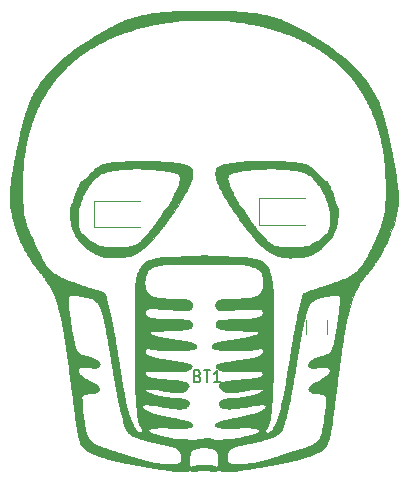
<source format=gbr>
G04 #@! TF.GenerationSoftware,KiCad,Pcbnew,(5.1.10)-1*
G04 #@! TF.CreationDate,2021-09-04T13:13:49-05:00*
G04 #@! TF.ProjectId,2b1,3262312e-6b69-4636-9164-5f7063625858,rev?*
G04 #@! TF.SameCoordinates,Original*
G04 #@! TF.FileFunction,Legend,Top*
G04 #@! TF.FilePolarity,Positive*
%FSLAX46Y46*%
G04 Gerber Fmt 4.6, Leading zero omitted, Abs format (unit mm)*
G04 Created by KiCad (PCBNEW (5.1.10)-1) date 2021-09-04 13:13:49*
%MOMM*%
%LPD*%
G01*
G04 APERTURE LIST*
%ADD10C,0.120000*%
%ADD11C,0.010000*%
%ADD12C,0.150000*%
G04 APERTURE END LIST*
D10*
X154110000Y-88797936D02*
X154110000Y-90002064D01*
X152290000Y-88797936D02*
X152290000Y-90002064D01*
X138200000Y-78665000D02*
X134315000Y-78665000D01*
X134315000Y-78665000D02*
X134315000Y-80935000D01*
X134315000Y-80935000D02*
X138200000Y-80935000D01*
X152200000Y-78465000D02*
X148315000Y-78465000D01*
X148315000Y-78465000D02*
X148315000Y-80735000D01*
X148315000Y-80735000D02*
X152200000Y-80735000D01*
D11*
G36*
X143857346Y-62619482D02*
G01*
X144061388Y-62619760D01*
X144261842Y-62620219D01*
X144456942Y-62620858D01*
X144644920Y-62621678D01*
X144824009Y-62622678D01*
X144992443Y-62623859D01*
X145148453Y-62625221D01*
X145290273Y-62626764D01*
X145416137Y-62628487D01*
X145524275Y-62630391D01*
X145608792Y-62632361D01*
X145791645Y-62637458D01*
X145955307Y-62642296D01*
X146101751Y-62646988D01*
X146232948Y-62651647D01*
X146350873Y-62656386D01*
X146457496Y-62661317D01*
X146554790Y-62666554D01*
X146644728Y-62672210D01*
X146729283Y-62678398D01*
X146810426Y-62685231D01*
X146890131Y-62692821D01*
X146970369Y-62701281D01*
X147053113Y-62710726D01*
X147122208Y-62719037D01*
X147209113Y-62729532D01*
X147303684Y-62740698D01*
X147399075Y-62751743D01*
X147488441Y-62761876D01*
X147564935Y-62770306D01*
X147577292Y-62771633D01*
X147654417Y-62779879D01*
X147737585Y-62788782D01*
X147819340Y-62797543D01*
X147892224Y-62805362D01*
X147930378Y-62809461D01*
X148094664Y-62830045D01*
X148248712Y-62855854D01*
X148403182Y-62888771D01*
X148466292Y-62904053D01*
X148534682Y-62920054D01*
X148614586Y-62937087D01*
X148696560Y-62953227D01*
X148771159Y-62966545D01*
X148778500Y-62967753D01*
X148874598Y-62983511D01*
X148952605Y-62996615D01*
X149015343Y-63007670D01*
X149065635Y-63017282D01*
X149106302Y-63026054D01*
X149140168Y-63034594D01*
X149170055Y-63043506D01*
X149198786Y-63053395D01*
X149226460Y-63063814D01*
X149266945Y-63078205D01*
X149322875Y-63096344D01*
X149389201Y-63116683D01*
X149460873Y-63137676D01*
X149532843Y-63157776D01*
X149536507Y-63158770D01*
X149715013Y-63209819D01*
X149893113Y-63266395D01*
X150075962Y-63330259D01*
X150268717Y-63403174D01*
X150370589Y-63443643D01*
X150626363Y-63549707D01*
X150883695Y-63662211D01*
X151140047Y-63779858D01*
X151392877Y-63901350D01*
X151639645Y-64025389D01*
X151877809Y-64150676D01*
X152104831Y-64275914D01*
X152318168Y-64399804D01*
X152515282Y-64521050D01*
X152645909Y-64606099D01*
X152688245Y-64633829D01*
X152745023Y-64670163D01*
X152812552Y-64712787D01*
X152887140Y-64759385D01*
X152965097Y-64807641D01*
X153042733Y-64855241D01*
X153053758Y-64861959D01*
X153148702Y-64919818D01*
X153233325Y-64971557D01*
X153309698Y-65018529D01*
X153379896Y-65062088D01*
X153445990Y-65103589D01*
X153510053Y-65144386D01*
X153574159Y-65185834D01*
X153640381Y-65229285D01*
X153710790Y-65276096D01*
X153787461Y-65327619D01*
X153872467Y-65385209D01*
X153967879Y-65450220D01*
X154075771Y-65524007D01*
X154198216Y-65607924D01*
X154250083Y-65643498D01*
X154304079Y-65681216D01*
X154370940Y-65729032D01*
X154448810Y-65785542D01*
X154535828Y-65849343D01*
X154630137Y-65919031D01*
X154729879Y-65993202D01*
X154833194Y-66070453D01*
X154938224Y-66149380D01*
X155043112Y-66228580D01*
X155145998Y-66306647D01*
X155245024Y-66382180D01*
X155338331Y-66453775D01*
X155424061Y-66520027D01*
X155500356Y-66579532D01*
X155565357Y-66630889D01*
X155617206Y-66672691D01*
X155654044Y-66703537D01*
X155657069Y-66706174D01*
X155813625Y-66846606D01*
X155979010Y-67000916D01*
X156150124Y-67165925D01*
X156323867Y-67338453D01*
X156497138Y-67515323D01*
X156666838Y-67693355D01*
X156829866Y-67869370D01*
X156983122Y-68040189D01*
X157123506Y-68202634D01*
X157166734Y-68254167D01*
X157286304Y-68404661D01*
X157409889Y-68573007D01*
X157535979Y-68756619D01*
X157663068Y-68952917D01*
X157789645Y-69159315D01*
X157914202Y-69373233D01*
X158035230Y-69592087D01*
X158151221Y-69813294D01*
X158260666Y-70034270D01*
X158362057Y-70252434D01*
X158443174Y-70439456D01*
X158490751Y-70557651D01*
X158541213Y-70691071D01*
X158593554Y-70836521D01*
X158646770Y-70990808D01*
X158699855Y-71150737D01*
X158751804Y-71313111D01*
X158801611Y-71474738D01*
X158848271Y-71632423D01*
X158890779Y-71782970D01*
X158928130Y-71923185D01*
X158959317Y-72049873D01*
X158981111Y-72148833D01*
X158997258Y-72219803D01*
X159018284Y-72300750D01*
X159041511Y-72381880D01*
X159064260Y-72453397D01*
X159065064Y-72455750D01*
X159098780Y-72563557D01*
X159126558Y-72674533D01*
X159150095Y-72794417D01*
X159162773Y-72863236D01*
X159176707Y-72932909D01*
X159190614Y-72997402D01*
X159203213Y-73050677D01*
X159209647Y-73074875D01*
X159238015Y-73176144D01*
X159261286Y-73263624D01*
X159280903Y-73343657D01*
X159298312Y-73422583D01*
X159314955Y-73506746D01*
X159332277Y-73602486D01*
X159340173Y-73648087D01*
X159354287Y-73727711D01*
X159369377Y-73808197D01*
X159384465Y-73884646D01*
X159398571Y-73952156D01*
X159410719Y-74005826D01*
X159415191Y-74023795D01*
X159440426Y-74122054D01*
X159460932Y-74204976D01*
X159477763Y-74277585D01*
X159491971Y-74344905D01*
X159504608Y-74411963D01*
X159516727Y-74483781D01*
X159529381Y-74565385D01*
X159531230Y-74577708D01*
X159544539Y-74659739D01*
X159560829Y-74749364D01*
X159578632Y-74839138D01*
X159596483Y-74921618D01*
X159610455Y-74979875D01*
X159635275Y-75079611D01*
X159655106Y-75166228D01*
X159671314Y-75246797D01*
X159685262Y-75328388D01*
X159698315Y-75418072D01*
X159705427Y-75472000D01*
X159716615Y-75554966D01*
X159728301Y-75631903D01*
X159741512Y-75708581D01*
X159757279Y-75790765D01*
X159776631Y-75884224D01*
X159790421Y-75948250D01*
X159814445Y-76065302D01*
X159836043Y-76185445D01*
X159855948Y-76313353D01*
X159874895Y-76453698D01*
X159891123Y-76589131D01*
X159911187Y-76761203D01*
X159930262Y-76916642D01*
X159948930Y-77059924D01*
X159967773Y-77195524D01*
X159985984Y-77318792D01*
X160009260Y-77491566D01*
X160027993Y-77674370D01*
X160042315Y-77869387D01*
X160052361Y-78078798D01*
X160058264Y-78304788D01*
X160060153Y-78533638D01*
X160059674Y-78667788D01*
X160057777Y-78785193D01*
X160054072Y-78890247D01*
X160048166Y-78987346D01*
X160039666Y-79080887D01*
X160028183Y-79175265D01*
X160013323Y-79274875D01*
X159994694Y-79384115D01*
X159974648Y-79492893D01*
X159946584Y-79639165D01*
X159920703Y-79768668D01*
X159896068Y-79885567D01*
X159871743Y-79994029D01*
X159846791Y-80098221D01*
X159820276Y-80202309D01*
X159791261Y-80310459D01*
X159789135Y-80318207D01*
X159705573Y-80609255D01*
X159618810Y-80886155D01*
X159529594Y-81146632D01*
X159438671Y-81388414D01*
X159431476Y-81406552D01*
X159406439Y-81470451D01*
X159383546Y-81530792D01*
X159364230Y-81583653D01*
X159349922Y-81625107D01*
X159342053Y-81651233D01*
X159341716Y-81652667D01*
X159332361Y-81684905D01*
X159315659Y-81730662D01*
X159291296Y-81790644D01*
X159258956Y-81865560D01*
X159218326Y-81956115D01*
X159169090Y-82063019D01*
X159110935Y-82186976D01*
X159043545Y-82328696D01*
X159007419Y-82404083D01*
X158975613Y-82469368D01*
X158937738Y-82545551D01*
X158895107Y-82630115D01*
X158849033Y-82720545D01*
X158800829Y-82814325D01*
X158751807Y-82908938D01*
X158703282Y-83001870D01*
X158656565Y-83090604D01*
X158612969Y-83172623D01*
X158573809Y-83245413D01*
X158540396Y-83306457D01*
X158514043Y-83353239D01*
X158498158Y-83379940D01*
X158450870Y-83454938D01*
X158400400Y-83533988D01*
X158348892Y-83613813D01*
X158298492Y-83691132D01*
X158251345Y-83762668D01*
X158209597Y-83825143D01*
X158175391Y-83875276D01*
X158156830Y-83901625D01*
X158088212Y-83995918D01*
X158011521Y-84099650D01*
X157929006Y-84209891D01*
X157842918Y-84323710D01*
X157755507Y-84438174D01*
X157669023Y-84550352D01*
X157585715Y-84657313D01*
X157507833Y-84756127D01*
X157437628Y-84843861D01*
X157377350Y-84917584D01*
X157372917Y-84922917D01*
X157325341Y-84981075D01*
X157270389Y-85049921D01*
X157210601Y-85126126D01*
X157148517Y-85206362D01*
X157086677Y-85287302D01*
X157027621Y-85365618D01*
X156973888Y-85437982D01*
X156928019Y-85501067D01*
X156892555Y-85551545D01*
X156888227Y-85557917D01*
X156813842Y-85672246D01*
X156736426Y-85798855D01*
X156658174Y-85933668D01*
X156581282Y-86072608D01*
X156507943Y-86211597D01*
X156440353Y-86346559D01*
X156380708Y-86473417D01*
X156331201Y-86588094D01*
X156324118Y-86605667D01*
X156256864Y-86780866D01*
X156189428Y-86968692D01*
X156123102Y-87164916D01*
X156059178Y-87365310D01*
X155998946Y-87565647D01*
X155943701Y-87761698D01*
X155894732Y-87949236D01*
X155853333Y-88124033D01*
X155837030Y-88199750D01*
X155823872Y-88260469D01*
X155806783Y-88335336D01*
X155787254Y-88418038D01*
X155766777Y-88502265D01*
X155746843Y-88581702D01*
X155746063Y-88584750D01*
X155714304Y-88711187D01*
X155687991Y-88821899D01*
X155666213Y-88921346D01*
X155648056Y-89013993D01*
X155632607Y-89104300D01*
X155618953Y-89196731D01*
X155615264Y-89224076D01*
X155599841Y-89334920D01*
X155584621Y-89431351D01*
X155568403Y-89520076D01*
X155549984Y-89607800D01*
X155534513Y-89674833D01*
X155507662Y-89796628D01*
X155482059Y-89931682D01*
X155457298Y-90082353D01*
X155432973Y-90251001D01*
X155424433Y-90315125D01*
X155410150Y-90421058D01*
X155395976Y-90519709D01*
X155382293Y-90608782D01*
X155369480Y-90685980D01*
X155357919Y-90749006D01*
X155347991Y-90795565D01*
X155340162Y-90823136D01*
X155333478Y-90848328D01*
X155324979Y-90892757D01*
X155314926Y-90954596D01*
X155303579Y-91032018D01*
X155291199Y-91123196D01*
X155278048Y-91226302D01*
X155264386Y-91339508D01*
X155255625Y-91415272D01*
X155238916Y-91559565D01*
X155223553Y-91686371D01*
X155209039Y-91799288D01*
X155194877Y-91901915D01*
X155180570Y-91997851D01*
X155165624Y-92090695D01*
X155149711Y-92183083D01*
X155130614Y-92293184D01*
X155114878Y-92390115D01*
X155101602Y-92480473D01*
X155089885Y-92570853D01*
X155078828Y-92667851D01*
X155067528Y-92778063D01*
X155065166Y-92802208D01*
X155048649Y-92962790D01*
X155031278Y-93114115D01*
X155013446Y-93253105D01*
X154995545Y-93376683D01*
X154980273Y-93468958D01*
X154965900Y-93553474D01*
X154951990Y-93643333D01*
X154938262Y-93740808D01*
X154924434Y-93848174D01*
X154910225Y-93967702D01*
X154895353Y-94101667D01*
X154879537Y-94252340D01*
X154863593Y-94410875D01*
X154851657Y-94525797D01*
X154839071Y-94636397D01*
X154826235Y-94739665D01*
X154813554Y-94832591D01*
X154801428Y-94912165D01*
X154790260Y-94975380D01*
X154784410Y-95003236D01*
X154773402Y-95058704D01*
X154761267Y-95133380D01*
X154748255Y-95225350D01*
X154734616Y-95332699D01*
X154720599Y-95453513D01*
X154706454Y-95585879D01*
X154700072Y-95649125D01*
X154681071Y-95834278D01*
X154662789Y-95999142D01*
X154645251Y-96143512D01*
X154628483Y-96267186D01*
X154612509Y-96369959D01*
X154609066Y-96389958D01*
X154593360Y-96482460D01*
X154577586Y-96581024D01*
X154562479Y-96680620D01*
X154548775Y-96776223D01*
X154537207Y-96862802D01*
X154528512Y-96935331D01*
X154526313Y-96956167D01*
X154521217Y-97007347D01*
X154514809Y-97072472D01*
X154507787Y-97144416D01*
X154500846Y-97216052D01*
X154498356Y-97241917D01*
X154479109Y-97419279D01*
X154456078Y-97586307D01*
X154427669Y-97753715D01*
X154404795Y-97871625D01*
X154390154Y-97946997D01*
X154374918Y-98030684D01*
X154360605Y-98114017D01*
X154348735Y-98188325D01*
X154345482Y-98210292D01*
X154313817Y-98399166D01*
X154273119Y-98591943D01*
X154224759Y-98783586D01*
X154170108Y-98969055D01*
X154110538Y-99143312D01*
X154050495Y-99294216D01*
X154014269Y-99373544D01*
X153979049Y-99438919D01*
X153940577Y-99496890D01*
X153894594Y-99554004D01*
X153849022Y-99604027D01*
X153797342Y-99655508D01*
X153742475Y-99703362D01*
X153682231Y-99748864D01*
X153614424Y-99793291D01*
X153536866Y-99837918D01*
X153447368Y-99884023D01*
X153343742Y-99932880D01*
X153223800Y-99985766D01*
X153117667Y-100030571D01*
X153041896Y-100062479D01*
X152958071Y-100098438D01*
X152873735Y-100135170D01*
X152796435Y-100169397D01*
X152752542Y-100189202D01*
X152685733Y-100219430D01*
X152633151Y-100242365D01*
X152589874Y-100259740D01*
X152550982Y-100273286D01*
X152511555Y-100284737D01*
X152466671Y-100295823D01*
X152419167Y-100306563D01*
X152384634Y-100315363D01*
X152334542Y-100329666D01*
X152273359Y-100348120D01*
X152205551Y-100369370D01*
X152135585Y-100392066D01*
X152122833Y-100396291D01*
X151970632Y-100446574D01*
X151834927Y-100490593D01*
X151712311Y-100529290D01*
X151599375Y-100563602D01*
X151492712Y-100594470D01*
X151388915Y-100622832D01*
X151284575Y-100649630D01*
X151176286Y-100675801D01*
X151060639Y-100702285D01*
X150934227Y-100730022D01*
X150836958Y-100750803D01*
X150641830Y-100791985D01*
X150465258Y-100828902D01*
X150305155Y-100861964D01*
X150159435Y-100891580D01*
X150026008Y-100918160D01*
X149902788Y-100942113D01*
X149787688Y-100963848D01*
X149678619Y-100983774D01*
X149573495Y-101002301D01*
X149470227Y-101019838D01*
X149434667Y-101025730D01*
X149307575Y-101046792D01*
X149198866Y-101065129D01*
X149105996Y-101081218D01*
X149026425Y-101095535D01*
X148957611Y-101108555D01*
X148897011Y-101120755D01*
X148842085Y-101132611D01*
X148790291Y-101144600D01*
X148757333Y-101152632D01*
X148691924Y-101167078D01*
X148610027Y-101182335D01*
X148516262Y-101197672D01*
X148415251Y-101212358D01*
X148311617Y-101225660D01*
X148254625Y-101232182D01*
X148072147Y-101255286D01*
X147872581Y-101286581D01*
X147658199Y-101325710D01*
X147651375Y-101327038D01*
X147498349Y-101355286D01*
X147335802Y-101382464D01*
X147172867Y-101407136D01*
X147018675Y-101427867D01*
X146979333Y-101432649D01*
X146801084Y-101455375D01*
X146641860Y-101479144D01*
X146499532Y-101504294D01*
X146407833Y-101523115D01*
X146277442Y-101548433D01*
X146141521Y-101568286D01*
X145995958Y-101583119D01*
X145836637Y-101593374D01*
X145711687Y-101598155D01*
X145586119Y-101600319D01*
X145476532Y-101598678D01*
X145378015Y-101592805D01*
X145285655Y-101582272D01*
X145194539Y-101566650D01*
X145099752Y-101545511D01*
X145095500Y-101544467D01*
X144999196Y-101522410D01*
X144912906Y-101505976D01*
X144838949Y-101495473D01*
X144779642Y-101491211D01*
X144737303Y-101493497D01*
X144728120Y-101495545D01*
X144695440Y-101509013D01*
X144665161Y-101527096D01*
X144623512Y-101547330D01*
X144565252Y-101560685D01*
X144493741Y-101567301D01*
X144412339Y-101567316D01*
X144324405Y-101560868D01*
X144233299Y-101548097D01*
X144142379Y-101529142D01*
X144055005Y-101504141D01*
X144047337Y-101501568D01*
X143950174Y-101473010D01*
X143851961Y-101453903D01*
X143746198Y-101443277D01*
X143635000Y-101440159D01*
X143510845Y-101443815D01*
X143398839Y-101455802D01*
X143291215Y-101477278D01*
X143187861Y-101506910D01*
X143089698Y-101535023D01*
X143001407Y-101551635D01*
X142915648Y-101557569D01*
X142825081Y-101553645D01*
X142796265Y-101550712D01*
X142734218Y-101543749D01*
X142666601Y-101536233D01*
X142603955Y-101529331D01*
X142576667Y-101526355D01*
X142468668Y-101519711D01*
X142353823Y-101521549D01*
X142240443Y-101531373D01*
X142136837Y-101548693D01*
X142115073Y-101553732D01*
X142057300Y-101566792D01*
X141994867Y-101579076D01*
X141938227Y-101588583D01*
X141919559Y-101591158D01*
X141885347Y-101594000D01*
X141834417Y-101596381D01*
X141771058Y-101598269D01*
X141699562Y-101599632D01*
X141624218Y-101600437D01*
X141549316Y-101600653D01*
X141479146Y-101600248D01*
X141418000Y-101599189D01*
X141370167Y-101597444D01*
X141343708Y-101595459D01*
X141268383Y-101586519D01*
X141198261Y-101577329D01*
X141128197Y-101567097D01*
X141053048Y-101555031D01*
X140967670Y-101540340D01*
X140866920Y-101522232D01*
X140862167Y-101521366D01*
X140733848Y-101498244D01*
X140621578Y-101478723D01*
X140520684Y-101462079D01*
X140426495Y-101447587D01*
X140334338Y-101434524D01*
X140239542Y-101422167D01*
X140156146Y-101412003D01*
X139975822Y-101388452D01*
X139809458Y-101362089D01*
X139649912Y-101331748D01*
X139602750Y-101321792D01*
X139325816Y-101269934D01*
X139084167Y-101237367D01*
X138922084Y-101217946D01*
X138779747Y-101198102D01*
X138655733Y-101177613D01*
X138548622Y-101156256D01*
X138509582Y-101147274D01*
X138458509Y-101135894D01*
X138392133Y-101122424D01*
X138316080Y-101107933D01*
X138235978Y-101093488D01*
X138157452Y-101080157D01*
X138147542Y-101078544D01*
X138062602Y-101064791D01*
X137968678Y-101049582D01*
X137873372Y-101034148D01*
X137784284Y-101019718D01*
X137713625Y-101008272D01*
X137635626Y-100994723D01*
X137550600Y-100978425D01*
X137466289Y-100960960D01*
X137390437Y-100943908D01*
X137351382Y-100934321D01*
X137278971Y-100916978D01*
X137195103Y-100898859D01*
X137109312Y-100881916D01*
X137031128Y-100868105D01*
X137018104Y-100866024D01*
X136924972Y-100850881D01*
X136836431Y-100835148D01*
X136748042Y-100817895D01*
X136655367Y-100798192D01*
X136553966Y-100775111D01*
X136439401Y-100747722D01*
X136359861Y-100728181D01*
X136286728Y-100710595D01*
X136214805Y-100694250D01*
X136148580Y-100680095D01*
X136092538Y-100669078D01*
X136051165Y-100662148D01*
X136042361Y-100661017D01*
X136009305Y-100656836D01*
X135975795Y-100651555D01*
X135940121Y-100644671D01*
X135900576Y-100635683D01*
X135855451Y-100624087D01*
X135803036Y-100609381D01*
X135741623Y-100591064D01*
X135669504Y-100568632D01*
X135584968Y-100541584D01*
X135486308Y-100509416D01*
X135371815Y-100471628D01*
X135239780Y-100427716D01*
X135173625Y-100405636D01*
X135007590Y-100350029D01*
X134860176Y-100300314D01*
X134729848Y-100255929D01*
X134615067Y-100216310D01*
X134514299Y-100180895D01*
X134426005Y-100149121D01*
X134348649Y-100120424D01*
X134280695Y-100094243D01*
X134220606Y-100070014D01*
X134166845Y-100047175D01*
X134117875Y-100025162D01*
X134072160Y-100003413D01*
X134062375Y-99998601D01*
X134005955Y-99971679D01*
X133949241Y-99946302D01*
X133898228Y-99925050D01*
X133858911Y-99910500D01*
X133853461Y-99908768D01*
X133787119Y-99881376D01*
X133712768Y-99838502D01*
X133633283Y-99782819D01*
X133551541Y-99716998D01*
X133470418Y-99643712D01*
X133392789Y-99565631D01*
X133321530Y-99485429D01*
X133259518Y-99405776D01*
X133209628Y-99329345D01*
X133189500Y-99291903D01*
X133170244Y-99245719D01*
X133154128Y-99194718D01*
X133146687Y-99161159D01*
X133140398Y-99130127D01*
X133129275Y-99083346D01*
X133114478Y-99025365D01*
X133097166Y-98960737D01*
X133079244Y-98896611D01*
X133042081Y-98760669D01*
X133009792Y-98629172D01*
X132981067Y-98495965D01*
X132954592Y-98354894D01*
X132929055Y-98199805D01*
X132924964Y-98173250D01*
X132913058Y-98098320D01*
X132900070Y-98021642D01*
X132887027Y-97948946D01*
X132874954Y-97885961D01*
X132865214Y-97839875D01*
X132848052Y-97759493D01*
X132832199Y-97673545D01*
X132817208Y-97578970D01*
X132802631Y-97472707D01*
X132788021Y-97351694D01*
X132772930Y-97212869D01*
X132771552Y-97199583D01*
X132755006Y-97042779D01*
X132739760Y-96905404D01*
X132725596Y-96785773D01*
X132712301Y-96682204D01*
X132699657Y-96593011D01*
X132687449Y-96516511D01*
X132675941Y-96453458D01*
X132664404Y-96391679D01*
X132653627Y-96327205D01*
X132643249Y-96257224D01*
X132632910Y-96178925D01*
X132622250Y-96089497D01*
X132610908Y-95986127D01*
X132598524Y-95866005D01*
X132591160Y-95792000D01*
X132574472Y-95628326D01*
X132558285Y-95481984D01*
X132542113Y-95349163D01*
X132525469Y-95226052D01*
X132507868Y-95108840D01*
X132490514Y-95003542D01*
X132466907Y-94856692D01*
X132443562Y-94693683D01*
X132421130Y-94519519D01*
X132400265Y-94339205D01*
X132385139Y-94193917D01*
X132366632Y-94014440D01*
X132348619Y-93855654D01*
X132331114Y-93717671D01*
X132314131Y-93600604D01*
X132297686Y-93504564D01*
X132294903Y-93490125D01*
X132280507Y-93408522D01*
X132265488Y-93307540D01*
X132250070Y-93188948D01*
X132234475Y-93054517D01*
X132218925Y-92906015D01*
X132210387Y-92818083D01*
X132200757Y-92720486D01*
X132190297Y-92621975D01*
X132179423Y-92525932D01*
X132168548Y-92435738D01*
X132158087Y-92354778D01*
X132148455Y-92286432D01*
X132140067Y-92234083D01*
X132136442Y-92214833D01*
X132127899Y-92172907D01*
X132116994Y-92119301D01*
X132105571Y-92063079D01*
X132100929Y-92040208D01*
X132092168Y-91992427D01*
X132082092Y-91930070D01*
X132071675Y-91859607D01*
X132061891Y-91787504D01*
X132057094Y-91749167D01*
X132040347Y-91611104D01*
X132025597Y-91491168D01*
X132012445Y-91386458D01*
X132000487Y-91294069D01*
X131989324Y-91211099D01*
X131978553Y-91134646D01*
X131967773Y-91061806D01*
X131956583Y-90989676D01*
X131944582Y-90915355D01*
X131931367Y-90835939D01*
X131928314Y-90817833D01*
X131907412Y-90693812D01*
X131889804Y-90588583D01*
X131875175Y-90500080D01*
X131863208Y-90426239D01*
X131853587Y-90364995D01*
X131845997Y-90314282D01*
X131840121Y-90272036D01*
X131835643Y-90236192D01*
X131832248Y-90204684D01*
X131829619Y-90175449D01*
X131829193Y-90170147D01*
X131822882Y-90104522D01*
X131813826Y-90035594D01*
X131801399Y-89959775D01*
X131784973Y-89873477D01*
X131763922Y-89773111D01*
X131744489Y-89685417D01*
X131720666Y-89577930D01*
X131701539Y-89487054D01*
X131686428Y-89408928D01*
X131674656Y-89339689D01*
X131665541Y-89275478D01*
X131658405Y-89212431D01*
X131655140Y-89177569D01*
X131648466Y-89114110D01*
X131639186Y-89049190D01*
X131626611Y-88979474D01*
X131610052Y-88901625D01*
X131588817Y-88812307D01*
X131562217Y-88708185D01*
X131543286Y-88636809D01*
X131526715Y-88573635D01*
X131506435Y-88494130D01*
X131483508Y-88402587D01*
X131458997Y-88303299D01*
X131433964Y-88200556D01*
X131409470Y-88098650D01*
X131394228Y-88034417D01*
X131362870Y-87902342D01*
X131335379Y-87788672D01*
X131311110Y-87691129D01*
X131289418Y-87607437D01*
X131269659Y-87535320D01*
X131251187Y-87472501D01*
X131233358Y-87416705D01*
X131215527Y-87365654D01*
X131197048Y-87317073D01*
X131177289Y-87268714D01*
X131153869Y-87208754D01*
X131131482Y-87143929D01*
X131112908Y-87082705D01*
X131102274Y-87040202D01*
X131095572Y-87013871D01*
X132111221Y-87013871D01*
X132112174Y-87104366D01*
X132116280Y-87210668D01*
X132123380Y-87331094D01*
X132133318Y-87463962D01*
X132145937Y-87607589D01*
X132161080Y-87760293D01*
X132178588Y-87920391D01*
X132198306Y-88086201D01*
X132220076Y-88256040D01*
X132243741Y-88428227D01*
X132269143Y-88601077D01*
X132294790Y-88764667D01*
X132310092Y-88861946D01*
X132326779Y-88972646D01*
X132343750Y-89089167D01*
X132359907Y-89203911D01*
X132374152Y-89309277D01*
X132379701Y-89352042D01*
X132393985Y-89462974D01*
X132406360Y-89556248D01*
X132417392Y-89635228D01*
X132427645Y-89703276D01*
X132437686Y-89763755D01*
X132448079Y-89820029D01*
X132459390Y-89875462D01*
X132472183Y-89933415D01*
X132487025Y-89997254D01*
X132490878Y-90013500D01*
X132505707Y-90078886D01*
X132522685Y-90158702D01*
X132540506Y-90246498D01*
X132557865Y-90335821D01*
X132573455Y-90420220D01*
X132575470Y-90431542D01*
X132609425Y-90611947D01*
X132644223Y-90772874D01*
X132680499Y-90916012D01*
X132718886Y-91043046D01*
X132760018Y-91155666D01*
X132804528Y-91255559D01*
X132853051Y-91344413D01*
X132906220Y-91423915D01*
X132964668Y-91495752D01*
X132982295Y-91514966D01*
X133041396Y-91572328D01*
X133104780Y-91622289D01*
X133175298Y-91666261D01*
X133255806Y-91705656D01*
X133349156Y-91741885D01*
X133458202Y-91776359D01*
X133573442Y-91807386D01*
X133761223Y-91856783D01*
X133929229Y-91905243D01*
X134078798Y-91953351D01*
X134211267Y-92001693D01*
X134327974Y-92050854D01*
X134430256Y-92101418D01*
X134519451Y-92153972D01*
X134596896Y-92209099D01*
X134663927Y-92267385D01*
X134693469Y-92297374D01*
X134745637Y-92359192D01*
X134780771Y-92416402D01*
X134800957Y-92473479D01*
X134808279Y-92534897D01*
X134808396Y-92544085D01*
X134801002Y-92608925D01*
X134777155Y-92662921D01*
X134734677Y-92710857D01*
X134731048Y-92714024D01*
X134666981Y-92755936D01*
X134585840Y-92786529D01*
X134488488Y-92805727D01*
X134375785Y-92813453D01*
X134248593Y-92809632D01*
X134107773Y-92794188D01*
X134009458Y-92777901D01*
X133853222Y-92751534D01*
X133713339Y-92733802D01*
X133586908Y-92724541D01*
X133471033Y-92723587D01*
X133362814Y-92730775D01*
X133305667Y-92738116D01*
X133202773Y-92759206D01*
X133118599Y-92788906D01*
X133052289Y-92827767D01*
X133002992Y-92876338D01*
X132969854Y-92935168D01*
X132961471Y-92959810D01*
X132948618Y-93027190D01*
X132950508Y-93092843D01*
X132967989Y-93159151D01*
X133001908Y-93228496D01*
X133053114Y-93303261D01*
X133106956Y-93368417D01*
X133153279Y-93419384D01*
X133199837Y-93466463D01*
X133248548Y-93510934D01*
X133301330Y-93554079D01*
X133360101Y-93597178D01*
X133426781Y-93641511D01*
X133503286Y-93688358D01*
X133591536Y-93739002D01*
X133693448Y-93794721D01*
X133810942Y-93856797D01*
X133933263Y-93920015D01*
X134015769Y-93962791D01*
X134097279Y-94005899D01*
X134174571Y-94047574D01*
X134244426Y-94086051D01*
X134303621Y-94119565D01*
X134348937Y-94146350D01*
X134367180Y-94157836D01*
X134482118Y-94238241D01*
X134578306Y-94316587D01*
X134655535Y-94392474D01*
X134713600Y-94465501D01*
X134752292Y-94535267D01*
X134771403Y-94601370D01*
X134770727Y-94663411D01*
X134750056Y-94720988D01*
X134709183Y-94773700D01*
X134693349Y-94788167D01*
X134645977Y-94825901D01*
X134597768Y-94858219D01*
X134546458Y-94885712D01*
X134489785Y-94908975D01*
X134425484Y-94928600D01*
X134351294Y-94945181D01*
X134264951Y-94959310D01*
X134164192Y-94971581D01*
X134046755Y-94982587D01*
X133912834Y-94992751D01*
X133810041Y-95000075D01*
X133725400Y-95007126D01*
X133655949Y-95015126D01*
X133598725Y-95025299D01*
X133550766Y-95038868D01*
X133509111Y-95057058D01*
X133470797Y-95081092D01*
X133432862Y-95112194D01*
X133392345Y-95151586D01*
X133346283Y-95200494D01*
X133307575Y-95242775D01*
X133272745Y-95280925D01*
X133289223Y-95623775D01*
X133298557Y-95808822D01*
X133307963Y-95975423D01*
X133317693Y-96126298D01*
X133327998Y-96264165D01*
X133339130Y-96391745D01*
X133351341Y-96511756D01*
X133364881Y-96626919D01*
X133380002Y-96739953D01*
X133396956Y-96853578D01*
X133410937Y-96940292D01*
X133425640Y-97031636D01*
X133441551Y-97135065D01*
X133457474Y-97242493D01*
X133472211Y-97345836D01*
X133484568Y-97437010D01*
X133485348Y-97443000D01*
X133508229Y-97611013D01*
X133531115Y-97761177D01*
X133554705Y-97896797D01*
X133579699Y-98021180D01*
X133606798Y-98137631D01*
X133636702Y-98249455D01*
X133670112Y-98359960D01*
X133696618Y-98440232D01*
X133745602Y-98575223D01*
X133795205Y-98692171D01*
X133847713Y-98794135D01*
X133905411Y-98884172D01*
X133970584Y-98965341D01*
X134045516Y-99040700D01*
X134132494Y-99113308D01*
X134233802Y-99186222D01*
X134274042Y-99213018D01*
X134334176Y-99249857D01*
X134409073Y-99291823D01*
X134493750Y-99336413D01*
X134583228Y-99381120D01*
X134672525Y-99423442D01*
X134756661Y-99460873D01*
X134813792Y-99484393D01*
X134861844Y-99502566D01*
X134927328Y-99526250D01*
X135007505Y-99554528D01*
X135099640Y-99586487D01*
X135200995Y-99621210D01*
X135308833Y-99657783D01*
X135420418Y-99695289D01*
X135533013Y-99732813D01*
X135643881Y-99769439D01*
X135750285Y-99804254D01*
X135849488Y-99836340D01*
X135938754Y-99864782D01*
X136015345Y-99888666D01*
X136076525Y-99907075D01*
X136083792Y-99909189D01*
X136146615Y-99927694D01*
X136225227Y-99951378D01*
X136315279Y-99978900D01*
X136412421Y-100008919D01*
X136512306Y-100040095D01*
X136610583Y-100071087D01*
X136660583Y-100086996D01*
X136834607Y-100142541D01*
X136989847Y-100192045D01*
X137127674Y-100235932D01*
X137249460Y-100274630D01*
X137356574Y-100308565D01*
X137450388Y-100338162D01*
X137532272Y-100363850D01*
X137603596Y-100386053D01*
X137665733Y-100405199D01*
X137720051Y-100421713D01*
X137767923Y-100436023D01*
X137810718Y-100448554D01*
X137849807Y-100459732D01*
X137886562Y-100469985D01*
X137922352Y-100479738D01*
X137928535Y-100481403D01*
X138003298Y-100502629D01*
X138083817Y-100527385D01*
X138162785Y-100553304D01*
X138232897Y-100578019D01*
X138267828Y-100591346D01*
X138374362Y-100629819D01*
X138499903Y-100668419D01*
X138642300Y-100706776D01*
X138799398Y-100744516D01*
X138969045Y-100781268D01*
X139149088Y-100816658D01*
X139337374Y-100850316D01*
X139531749Y-100881869D01*
X139730062Y-100910944D01*
X139930159Y-100937169D01*
X140129886Y-100960173D01*
X140327092Y-100979582D01*
X140519622Y-100995025D01*
X140650500Y-101003278D01*
X140698646Y-101004864D01*
X140760682Y-101005306D01*
X140832134Y-101004729D01*
X140908526Y-101003261D01*
X140985386Y-101001027D01*
X141058239Y-100998154D01*
X141122611Y-100994769D01*
X141174027Y-100990998D01*
X141203799Y-100987643D01*
X141298893Y-100970453D01*
X141379807Y-100948870D01*
X141453392Y-100920921D01*
X141483162Y-100907101D01*
X141541742Y-100875703D01*
X141589577Y-100842605D01*
X141616087Y-100816678D01*
X142399705Y-100816678D01*
X142400148Y-100919243D01*
X142402713Y-101001746D01*
X142407397Y-101063905D01*
X142414197Y-101105442D01*
X142418963Y-101119668D01*
X142445137Y-101151620D01*
X142487246Y-101174028D01*
X142542025Y-101186252D01*
X142606207Y-101187653D01*
X142676525Y-101177591D01*
X142693692Y-101173467D01*
X142738649Y-101160217D01*
X142784810Y-101144170D01*
X142806345Y-101135560D01*
X142861466Y-101116517D01*
X142932206Y-101100334D01*
X143019371Y-101086941D01*
X143123766Y-101076266D01*
X143246195Y-101068240D01*
X143387464Y-101062792D01*
X143548378Y-101059851D01*
X143677333Y-101059246D01*
X143826768Y-101059931D01*
X143957012Y-101062065D01*
X144070003Y-101065843D01*
X144167680Y-101071461D01*
X144251980Y-101079116D01*
X144324842Y-101089003D01*
X144388204Y-101101320D01*
X144444006Y-101116263D01*
X144494184Y-101134027D01*
X144518634Y-101144416D01*
X144589714Y-101170814D01*
X144658397Y-101186020D01*
X144720408Y-101189555D01*
X144771468Y-101180943D01*
X144787124Y-101174379D01*
X144815002Y-101155962D01*
X144837438Y-101131141D01*
X144854844Y-101097876D01*
X144867634Y-101054127D01*
X144876222Y-100997856D01*
X144881019Y-100927021D01*
X144882439Y-100839585D01*
X144880895Y-100733507D01*
X144880379Y-100713897D01*
X144874367Y-100552631D01*
X144872969Y-100530437D01*
X145583531Y-100530437D01*
X145584657Y-100607727D01*
X145588469Y-100673056D01*
X145591072Y-100697045D01*
X145597443Y-100740444D01*
X145604438Y-100768777D01*
X145614510Y-100788066D01*
X145630109Y-100804334D01*
X145637158Y-100810288D01*
X145665404Y-100830086D01*
X145707898Y-100855709D01*
X145759526Y-100884428D01*
X145815175Y-100913515D01*
X145869732Y-100940239D01*
X145918083Y-100961873D01*
X145931080Y-100967147D01*
X145972263Y-100980026D01*
X146023057Y-100991386D01*
X146068664Y-100998282D01*
X146127584Y-101002777D01*
X146203608Y-101005840D01*
X146292723Y-101007468D01*
X146390914Y-101007656D01*
X146494168Y-101006399D01*
X146598471Y-101003691D01*
X146699808Y-100999529D01*
X146709458Y-100999041D01*
X146830428Y-100992289D01*
X146937350Y-100985004D01*
X147036635Y-100976553D01*
X147134692Y-100966299D01*
X147237930Y-100953610D01*
X147352759Y-100937849D01*
X147407958Y-100929873D01*
X147495997Y-100917263D01*
X147594366Y-100903605D01*
X147695256Y-100889956D01*
X147790861Y-100877373D01*
X147873373Y-100866910D01*
X147873625Y-100866879D01*
X147975730Y-100853994D01*
X148060727Y-100842425D01*
X148132568Y-100831373D01*
X148195206Y-100820037D01*
X148252592Y-100807617D01*
X148308680Y-100793315D01*
X148367422Y-100776330D01*
X148432770Y-100755863D01*
X148450417Y-100750169D01*
X148524720Y-100727042D01*
X148608320Y-100702562D01*
X148692391Y-100679226D01*
X148768105Y-100659528D01*
X148789065Y-100654415D01*
X148823065Y-100646206D01*
X148855812Y-100638039D01*
X148888970Y-100629407D01*
X148924200Y-100619800D01*
X148963165Y-100608711D01*
X149007526Y-100595631D01*
X149058945Y-100580052D01*
X149119085Y-100561465D01*
X149189608Y-100539362D01*
X149272175Y-100513235D01*
X149368449Y-100482575D01*
X149480091Y-100446874D01*
X149608765Y-100405623D01*
X149736292Y-100364686D01*
X149808641Y-100341543D01*
X149898559Y-100312929D01*
X150003408Y-100279676D01*
X150120550Y-100242616D01*
X150247348Y-100202582D01*
X150381164Y-100160405D01*
X150519361Y-100116919D01*
X150659300Y-100072955D01*
X150798345Y-100029345D01*
X150900458Y-99997370D01*
X151038447Y-99954106D01*
X151180307Y-99909466D01*
X151323267Y-99864330D01*
X151464557Y-99819581D01*
X151601406Y-99776100D01*
X151731042Y-99734768D01*
X151850696Y-99696467D01*
X151957597Y-99662078D01*
X152048974Y-99632481D01*
X152101667Y-99615269D01*
X152204785Y-99581339D01*
X152290674Y-99552773D01*
X152362248Y-99528432D01*
X152422418Y-99507174D01*
X152474100Y-99487860D01*
X152520205Y-99469349D01*
X152563647Y-99450501D01*
X152607340Y-99430176D01*
X152654196Y-99407234D01*
X152707130Y-99380534D01*
X152726083Y-99370880D01*
X152806788Y-99329494D01*
X152871801Y-99295421D01*
X152924415Y-99266619D01*
X152967925Y-99241048D01*
X153005627Y-99216665D01*
X153040814Y-99191430D01*
X153076782Y-99163301D01*
X153116824Y-99130237D01*
X153123472Y-99124652D01*
X153247504Y-99009069D01*
X153352410Y-98886544D01*
X153439660Y-98755026D01*
X153510721Y-98612467D01*
X153536037Y-98548958D01*
X153613852Y-98319407D01*
X153678427Y-98083982D01*
X153730687Y-97838767D01*
X153771557Y-97579844D01*
X153779379Y-97518467D01*
X153788987Y-97444077D01*
X153801323Y-97355054D01*
X153815476Y-97257615D01*
X153830532Y-97157977D01*
X153845578Y-97062359D01*
X153853412Y-97014375D01*
X153895346Y-96741304D01*
X153928439Y-96479268D01*
X153953463Y-96220446D01*
X153971194Y-95957017D01*
X153981121Y-95723208D01*
X153983314Y-95589505D01*
X153980360Y-95474756D01*
X153971837Y-95377281D01*
X153957320Y-95295404D01*
X153936389Y-95227445D01*
X153908620Y-95171725D01*
X153873591Y-95126566D01*
X153830879Y-95090289D01*
X153819999Y-95083072D01*
X153788409Y-95065531D01*
X153751587Y-95050309D01*
X153707424Y-95037046D01*
X153653813Y-95025380D01*
X153588644Y-95014951D01*
X153509809Y-95005400D01*
X153415200Y-94996364D01*
X153302708Y-94987485D01*
X153231688Y-94982485D01*
X153124528Y-94974668D01*
X153035720Y-94966859D01*
X152962453Y-94958576D01*
X152901918Y-94949337D01*
X152851306Y-94938659D01*
X152807806Y-94926061D01*
X152768609Y-94911059D01*
X152741031Y-94898281D01*
X152688293Y-94867943D01*
X152635603Y-94830177D01*
X152586832Y-94788535D01*
X152545851Y-94746572D01*
X152516528Y-94707840D01*
X152503745Y-94680423D01*
X152499577Y-94624837D01*
X152514735Y-94562338D01*
X152548781Y-94493587D01*
X152601273Y-94419243D01*
X152671774Y-94339964D01*
X152759842Y-94256411D01*
X152821333Y-94204175D01*
X152914371Y-94133372D01*
X153001480Y-94077809D01*
X153080728Y-94038648D01*
X153119240Y-94024831D01*
X153185971Y-94000682D01*
X153267266Y-93964691D01*
X153360990Y-93918024D01*
X153465009Y-93861846D01*
X153577186Y-93797320D01*
X153695387Y-93725612D01*
X153817476Y-93647886D01*
X153852907Y-93624648D01*
X153970718Y-93541548D01*
X154073006Y-93458330D01*
X154158980Y-93375938D01*
X154227845Y-93295316D01*
X154278811Y-93217407D01*
X154311085Y-93143152D01*
X154323873Y-93073497D01*
X154324063Y-93063931D01*
X154318598Y-93016653D01*
X154301354Y-92968210D01*
X154270757Y-92915767D01*
X154225239Y-92856486D01*
X154182316Y-92807946D01*
X154143864Y-92766676D01*
X154116191Y-92738708D01*
X154095968Y-92721559D01*
X154079872Y-92712749D01*
X154064574Y-92709794D01*
X154050989Y-92709962D01*
X153868957Y-92720733D01*
X153700655Y-92732568D01*
X153547268Y-92745346D01*
X153409981Y-92758948D01*
X153289979Y-92773253D01*
X153188446Y-92788140D01*
X153106569Y-92803491D01*
X153087727Y-92807760D01*
X152978694Y-92825048D01*
X152869093Y-92826362D01*
X152762802Y-92812335D01*
X152663701Y-92783600D01*
X152575666Y-92740789D01*
X152543170Y-92718944D01*
X152503242Y-92679966D01*
X152480204Y-92632771D01*
X152472140Y-92573261D01*
X152472083Y-92566902D01*
X152481972Y-92499148D01*
X152510627Y-92427362D01*
X152556535Y-92353563D01*
X152618181Y-92279776D01*
X152694050Y-92208021D01*
X152782627Y-92140322D01*
X152800804Y-92128060D01*
X152855377Y-92092861D01*
X152905742Y-92062745D01*
X152954978Y-92036509D01*
X153006163Y-92012951D01*
X153062377Y-91990869D01*
X153126698Y-91969060D01*
X153202205Y-91946322D01*
X153291976Y-91921452D01*
X153399092Y-91893249D01*
X153407965Y-91890952D01*
X153563210Y-91849656D01*
X153699367Y-91810804D01*
X153818267Y-91773599D01*
X153921739Y-91737242D01*
X154011613Y-91700938D01*
X154089719Y-91663889D01*
X154157886Y-91625298D01*
X154217944Y-91584367D01*
X154271723Y-91540300D01*
X154319662Y-91493761D01*
X154359901Y-91449175D01*
X154392751Y-91406230D01*
X154421457Y-91359583D01*
X154449269Y-91303893D01*
X154479433Y-91233817D01*
X154483013Y-91225054D01*
X154560026Y-91015090D01*
X154626691Y-90790058D01*
X154681932Y-90553914D01*
X154715840Y-90368042D01*
X154729020Y-90289740D01*
X154744452Y-90204097D01*
X154760660Y-90118953D01*
X154776167Y-90042149D01*
X154784612Y-90002917D01*
X154803826Y-89914572D01*
X154820588Y-89832604D01*
X154835590Y-89752839D01*
X154849521Y-89671107D01*
X154863072Y-89583234D01*
X154876934Y-89485051D01*
X154891797Y-89372383D01*
X154901102Y-89299125D01*
X154914976Y-89189972D01*
X154927108Y-89097805D01*
X154938126Y-89018574D01*
X154948658Y-88948233D01*
X154959333Y-88882732D01*
X154970779Y-88818024D01*
X154983625Y-88750060D01*
X154996397Y-88685292D01*
X155007347Y-88624955D01*
X155018836Y-88552315D01*
X155029561Y-88476152D01*
X155038216Y-88405250D01*
X155038836Y-88399542D01*
X155055612Y-88244815D01*
X155072733Y-88089595D01*
X155089772Y-87937643D01*
X155106301Y-87792719D01*
X155121892Y-87658585D01*
X155136117Y-87539002D01*
X155145409Y-87462917D01*
X155160177Y-87329237D01*
X155170063Y-87207035D01*
X155175049Y-87097934D01*
X155175119Y-87003555D01*
X155170255Y-86925522D01*
X155160439Y-86865457D01*
X155152080Y-86838500D01*
X155121169Y-86778022D01*
X155081176Y-86732428D01*
X155029058Y-86699529D01*
X154961772Y-86677136D01*
X154915284Y-86668207D01*
X154872975Y-86663324D01*
X154824810Y-86661256D01*
X154768250Y-86662149D01*
X154700754Y-86666149D01*
X154619784Y-86673401D01*
X154522801Y-86684051D01*
X154419417Y-86696702D01*
X154193918Y-86726708D01*
X153985212Y-86757449D01*
X153793989Y-86788797D01*
X153620939Y-86820620D01*
X153466753Y-86852791D01*
X153332122Y-86885178D01*
X153217735Y-86917653D01*
X153184091Y-86928520D01*
X153097356Y-86962694D01*
X153012236Y-87007239D01*
X152926304Y-87063885D01*
X152837134Y-87134358D01*
X152742299Y-87220388D01*
X152661758Y-87300507D01*
X152605245Y-87360083D01*
X152562111Y-87409642D01*
X152529739Y-87453028D01*
X152505513Y-87494088D01*
X152486816Y-87536665D01*
X152473042Y-87577836D01*
X152459376Y-87618589D01*
X152439587Y-87671664D01*
X152416346Y-87730128D01*
X152392784Y-87786004D01*
X152349343Y-87890434D01*
X152316303Y-87981451D01*
X152292340Y-88063266D01*
X152276132Y-88140089D01*
X152271196Y-88172791D01*
X152262433Y-88220593D01*
X152248118Y-88279609D01*
X152230451Y-88341354D01*
X152216563Y-88383667D01*
X152167973Y-88530301D01*
X152129154Y-88666865D01*
X152098136Y-88800903D01*
X152075621Y-88923417D01*
X152062157Y-88998704D01*
X152044904Y-89085159D01*
X152025799Y-89173573D01*
X152006783Y-89254738D01*
X152000961Y-89277958D01*
X151980447Y-89360514D01*
X151961592Y-89441918D01*
X151943658Y-89525920D01*
X151925906Y-89616265D01*
X151907597Y-89716702D01*
X151887990Y-89830978D01*
X151868424Y-89950000D01*
X151856342Y-90021573D01*
X151843345Y-90093324D01*
X151830481Y-90159823D01*
X151818796Y-90215640D01*
X151810259Y-90251844D01*
X151792169Y-90328397D01*
X151774392Y-90417827D01*
X151756597Y-90522093D01*
X151738456Y-90643154D01*
X151719640Y-90782968D01*
X151715428Y-90816035D01*
X151701845Y-90919752D01*
X151688052Y-91017880D01*
X151674498Y-91107613D01*
X151661633Y-91186144D01*
X151649908Y-91250667D01*
X151639772Y-91298375D01*
X151635382Y-91315250D01*
X151621526Y-91369705D01*
X151605775Y-91443130D01*
X151588508Y-91533447D01*
X151570102Y-91638582D01*
X151550934Y-91756459D01*
X151531383Y-91885003D01*
X151529841Y-91895493D01*
X151505862Y-92056364D01*
X151482727Y-92206123D01*
X151460756Y-92342839D01*
X151440267Y-92464584D01*
X151421577Y-92569427D01*
X151405004Y-92655438D01*
X151402955Y-92665459D01*
X151378808Y-92789941D01*
X151360521Y-92902056D01*
X151346953Y-93009410D01*
X151339286Y-93090206D01*
X151335035Y-93137250D01*
X151330017Y-93182917D01*
X151323731Y-93230173D01*
X151315673Y-93281985D01*
X151305342Y-93341318D01*
X151292236Y-93411140D01*
X151275851Y-93494415D01*
X151255686Y-93594110D01*
X151245559Y-93643583D01*
X151231015Y-93717912D01*
X151214830Y-93806427D01*
X151198177Y-93902335D01*
X151182227Y-93998845D01*
X151168154Y-94089163D01*
X151165174Y-94109250D01*
X151140190Y-94270703D01*
X151114095Y-94420259D01*
X151085148Y-94567181D01*
X151051608Y-94720729D01*
X151043783Y-94754833D01*
X151025679Y-94838708D01*
X151009143Y-94927758D01*
X150993427Y-95026522D01*
X150977782Y-95139536D01*
X150969458Y-95205182D01*
X150957572Y-95294172D01*
X150944528Y-95379304D01*
X150930985Y-95457007D01*
X150917601Y-95523706D01*
X150905032Y-95575830D01*
X150895819Y-95605130D01*
X150885270Y-95637775D01*
X150870945Y-95689912D01*
X150853147Y-95760263D01*
X150832177Y-95847552D01*
X150808338Y-95950499D01*
X150781933Y-96067829D01*
X150753264Y-96198262D01*
X150731299Y-96300000D01*
X150701437Y-96439034D01*
X150675410Y-96559400D01*
X150652692Y-96663141D01*
X150632758Y-96752300D01*
X150615080Y-96828922D01*
X150599134Y-96895050D01*
X150584393Y-96952727D01*
X150570331Y-97003998D01*
X150556422Y-97050905D01*
X150542140Y-97095494D01*
X150526959Y-97139807D01*
X150510353Y-97185888D01*
X150491796Y-97235781D01*
X150487498Y-97247208D01*
X150474107Y-97287170D01*
X150458429Y-97340769D01*
X150442442Y-97400910D01*
X150428492Y-97458875D01*
X150408146Y-97545237D01*
X150388742Y-97618147D01*
X150367900Y-97685055D01*
X150343236Y-97753414D01*
X150312369Y-97830676D01*
X150300595Y-97858968D01*
X150278702Y-97914005D01*
X150258677Y-97969391D01*
X150242846Y-98018385D01*
X150233999Y-98051953D01*
X150222749Y-98094388D01*
X150208300Y-98134109D01*
X150197116Y-98156647D01*
X150164380Y-98199277D01*
X150115507Y-98248953D01*
X150053379Y-98303437D01*
X149980880Y-98360486D01*
X149900892Y-98417861D01*
X149816299Y-98473319D01*
X149729982Y-98524622D01*
X149708214Y-98536676D01*
X149633752Y-98573917D01*
X149541052Y-98614800D01*
X149432578Y-98658576D01*
X149310800Y-98704494D01*
X149178182Y-98751805D01*
X149037193Y-98799757D01*
X148890298Y-98847603D01*
X148739964Y-98894590D01*
X148588659Y-98939970D01*
X148438849Y-98982992D01*
X148293000Y-99022906D01*
X148153581Y-99058963D01*
X148023056Y-99090411D01*
X147903893Y-99116502D01*
X147798559Y-99136485D01*
X147709521Y-99149610D01*
X147683125Y-99152403D01*
X147648714Y-99156073D01*
X147610664Y-99161199D01*
X147567101Y-99168159D01*
X147516155Y-99177329D01*
X147455951Y-99189089D01*
X147384619Y-99203814D01*
X147300285Y-99221883D01*
X147201077Y-99243674D01*
X147085123Y-99269563D01*
X146950551Y-99299929D01*
X146942292Y-99301801D01*
X146786024Y-99337828D01*
X146648592Y-99370985D01*
X146527966Y-99401961D01*
X146422116Y-99431449D01*
X146329014Y-99460141D01*
X146246631Y-99488728D01*
X146172936Y-99517903D01*
X146105901Y-99548356D01*
X146043497Y-99580780D01*
X145983694Y-99615867D01*
X145941324Y-99643022D01*
X145854380Y-99707741D01*
X145776976Y-99779620D01*
X145711878Y-99855458D01*
X145661853Y-99932055D01*
X145630946Y-100002189D01*
X145619911Y-100047310D01*
X145609901Y-100109444D01*
X145601152Y-100184451D01*
X145593904Y-100268193D01*
X145588392Y-100356531D01*
X145584856Y-100445325D01*
X145583531Y-100530437D01*
X144872969Y-100530437D01*
X144865432Y-100410818D01*
X144852995Y-100286875D01*
X144836474Y-100179218D01*
X144815290Y-100086262D01*
X144788863Y-100006425D01*
X144756611Y-99938123D01*
X144717955Y-99879772D01*
X144672315Y-99829788D01*
X144619110Y-99786588D01*
X144557759Y-99748589D01*
X144519443Y-99728900D01*
X144460165Y-99702102D01*
X144391788Y-99674023D01*
X144325567Y-99649198D01*
X144299507Y-99640309D01*
X144105461Y-99584923D01*
X143917507Y-99548224D01*
X143733096Y-99530239D01*
X143549676Y-99531000D01*
X143364698Y-99550536D01*
X143175612Y-99588878D01*
X142979867Y-99646055D01*
X142949931Y-99656204D01*
X142841603Y-99696779D01*
X142749466Y-99739078D01*
X142668583Y-99786098D01*
X142594018Y-99840834D01*
X142520832Y-99906283D01*
X142493984Y-99932932D01*
X142427176Y-100000780D01*
X142411134Y-100391411D01*
X142405195Y-100552482D01*
X142401386Y-100694331D01*
X142399705Y-100816678D01*
X141616087Y-100816678D01*
X141627552Y-100805466D01*
X141656556Y-100761946D01*
X141677477Y-100709706D01*
X141691200Y-100646403D01*
X141698614Y-100569699D01*
X141700607Y-100477253D01*
X141698065Y-100366724D01*
X141697115Y-100342833D01*
X141689396Y-100232975D01*
X141675219Y-100139154D01*
X141653050Y-100056825D01*
X141621358Y-99981439D01*
X141578611Y-99908450D01*
X141527041Y-99838038D01*
X141475911Y-99779015D01*
X141416820Y-99719652D01*
X141355377Y-99665087D01*
X141297190Y-99620459D01*
X141270988Y-99603428D01*
X141185099Y-99558008D01*
X141078704Y-99512420D01*
X140952461Y-99466856D01*
X140807028Y-99421510D01*
X140643063Y-99376572D01*
X140461223Y-99332236D01*
X140262166Y-99288693D01*
X140052542Y-99247263D01*
X139840041Y-99206452D01*
X139633817Y-99165260D01*
X139436584Y-99124269D01*
X139251057Y-99084060D01*
X139079950Y-99045214D01*
X138925976Y-99008311D01*
X138867208Y-98993566D01*
X138805119Y-98977509D01*
X138743905Y-98961117D01*
X138681034Y-98943634D01*
X138613971Y-98924305D01*
X138540184Y-98902373D01*
X138457137Y-98877083D01*
X138362299Y-98847678D01*
X138253135Y-98813403D01*
X138127112Y-98773501D01*
X138087910Y-98761043D01*
X138037404Y-98743527D01*
X137974542Y-98719535D01*
X137906050Y-98691751D01*
X137838652Y-98662860D01*
X137812743Y-98651247D01*
X137754136Y-98625104D01*
X137697921Y-98600982D01*
X137648752Y-98580808D01*
X137611280Y-98566510D01*
X137596229Y-98561520D01*
X137549634Y-98545970D01*
X137506520Y-98526599D01*
X137461879Y-98500561D01*
X137410698Y-98465009D01*
X137363968Y-98429583D01*
X137293766Y-98372967D01*
X137235361Y-98320134D01*
X137186129Y-98267398D01*
X137143448Y-98211071D01*
X137104693Y-98147464D01*
X137067240Y-98072891D01*
X137028467Y-97983664D01*
X137004653Y-97924542D01*
X136917862Y-97692036D01*
X136835834Y-97445883D01*
X136758035Y-97184282D01*
X136683933Y-96905431D01*
X136612994Y-96607528D01*
X136607010Y-96580900D01*
X136583485Y-96476465D01*
X136557690Y-96363224D01*
X136530887Y-96246626D01*
X136504336Y-96132122D01*
X136479297Y-96025163D01*
X136457032Y-95931200D01*
X136449030Y-95897833D01*
X136422406Y-95786658D01*
X136400114Y-95691690D01*
X136381296Y-95608613D01*
X136365095Y-95533115D01*
X136350650Y-95460880D01*
X136337103Y-95387595D01*
X136323597Y-95308947D01*
X136309273Y-95220620D01*
X136293272Y-95118301D01*
X136291075Y-95104083D01*
X136276561Y-95013954D01*
X136259632Y-94915225D01*
X136241528Y-94814725D01*
X136223488Y-94719281D01*
X136206751Y-94635720D01*
X136201734Y-94611958D01*
X136179946Y-94509267D01*
X136162135Y-94422123D01*
X136147424Y-94345468D01*
X136134936Y-94274247D01*
X136123795Y-94203402D01*
X136113124Y-94127877D01*
X136102047Y-94042616D01*
X136099462Y-94021993D01*
X136088756Y-93944501D01*
X136074881Y-93856088D01*
X136059452Y-93766451D01*
X136044083Y-93685290D01*
X136040438Y-93667452D01*
X136019558Y-93566756D01*
X136002431Y-93482882D01*
X135988379Y-93411957D01*
X135976723Y-93350105D01*
X135966785Y-93293450D01*
X135957887Y-93238120D01*
X135949349Y-93180238D01*
X135940493Y-93115929D01*
X135930641Y-93041320D01*
X135930193Y-93037890D01*
X135918136Y-92951039D01*
X135903648Y-92855558D01*
X135887914Y-92758730D01*
X135872122Y-92667837D01*
X135857458Y-92590165D01*
X135856472Y-92585250D01*
X135832650Y-92465171D01*
X135812475Y-92358600D01*
X135794878Y-92259149D01*
X135778793Y-92160430D01*
X135763152Y-92056055D01*
X135746888Y-91939636D01*
X135739766Y-91886750D01*
X135719949Y-91743138D01*
X135701194Y-91617618D01*
X135682993Y-91507173D01*
X135664841Y-91408785D01*
X135646231Y-91319439D01*
X135639294Y-91288792D01*
X135621929Y-91211103D01*
X135606929Y-91137546D01*
X135593401Y-91062933D01*
X135580456Y-90982077D01*
X135567201Y-90889790D01*
X135554889Y-90797436D01*
X135540879Y-90692064D01*
X135528164Y-90602609D01*
X135515861Y-90523933D01*
X135503085Y-90450900D01*
X135488952Y-90378372D01*
X135472579Y-90301211D01*
X135459165Y-90241042D01*
X135444823Y-90174328D01*
X135428849Y-90094586D01*
X135412759Y-90009718D01*
X135398071Y-89927626D01*
X135391135Y-89886500D01*
X135369866Y-89757887D01*
X135351355Y-89648325D01*
X135335252Y-89555927D01*
X135321202Y-89478807D01*
X135308855Y-89415079D01*
X135297856Y-89362857D01*
X135287855Y-89320254D01*
X135279404Y-89288542D01*
X135261752Y-89224020D01*
X135246146Y-89160641D01*
X135231499Y-89093299D01*
X135216724Y-89016891D01*
X135200733Y-88926310D01*
X135194874Y-88891667D01*
X135174824Y-88777979D01*
X135155662Y-88681129D01*
X135137629Y-88602160D01*
X135120965Y-88542117D01*
X135105909Y-88502044D01*
X135104956Y-88500083D01*
X135085047Y-88453643D01*
X135063433Y-88390815D01*
X135039690Y-88310227D01*
X135013393Y-88210505D01*
X135004594Y-88175240D01*
X134980917Y-88084335D01*
X134955377Y-87995221D01*
X134929281Y-87911937D01*
X134903937Y-87838524D01*
X134880650Y-87779020D01*
X134866490Y-87748236D01*
X134849358Y-87710656D01*
X134830937Y-87664555D01*
X134819093Y-87631316D01*
X134802226Y-87587478D01*
X134779603Y-87542170D01*
X134749062Y-87491814D01*
X134708441Y-87432829D01*
X134658532Y-87365524D01*
X134558153Y-87244375D01*
X134455259Y-87142650D01*
X134347865Y-87058615D01*
X134233989Y-86990532D01*
X134224596Y-86985751D01*
X134168271Y-86958233D01*
X134116124Y-86934900D01*
X134064957Y-86914866D01*
X134011574Y-86897245D01*
X133952777Y-86881151D01*
X133885369Y-86865698D01*
X133806154Y-86850002D01*
X133711935Y-86833175D01*
X133615296Y-86816932D01*
X133536246Y-86803545D01*
X133457003Y-86789511D01*
X133382286Y-86775712D01*
X133316816Y-86763027D01*
X133265311Y-86752339D01*
X133247234Y-86748246D01*
X133169237Y-86732065D01*
X133076391Y-86716472D01*
X132973079Y-86701906D01*
X132863681Y-86688801D01*
X132752577Y-86677595D01*
X132644149Y-86668725D01*
X132542776Y-86662627D01*
X132452841Y-86659738D01*
X132378722Y-86660494D01*
X132370609Y-86660876D01*
X132294106Y-86669704D01*
X132234441Y-86688673D01*
X132189193Y-86719959D01*
X132155944Y-86765742D01*
X132132274Y-86828199D01*
X132119399Y-86887031D01*
X132113576Y-86940866D01*
X132111221Y-87013871D01*
X131095572Y-87013871D01*
X131082950Y-86964292D01*
X131053861Y-86871981D01*
X131015691Y-86765275D01*
X130969125Y-86646178D01*
X130961239Y-86626833D01*
X130937291Y-86571639D01*
X130904824Y-86501558D01*
X130865662Y-86420171D01*
X130821632Y-86331057D01*
X130774558Y-86237798D01*
X130726267Y-86143972D01*
X130678583Y-86053160D01*
X130633331Y-85968942D01*
X130592338Y-85894898D01*
X130557429Y-85834607D01*
X130556516Y-85833083D01*
X130477245Y-85704044D01*
X130395138Y-85576104D01*
X130312624Y-85452811D01*
X130232131Y-85337714D01*
X130156086Y-85234361D01*
X130086919Y-85146300D01*
X130084574Y-85143443D01*
X130054747Y-85106856D01*
X130013737Y-85056091D01*
X129963484Y-84993573D01*
X129905932Y-84921731D01*
X129843023Y-84842991D01*
X129776699Y-84759780D01*
X129708902Y-84674524D01*
X129661091Y-84614277D01*
X129595157Y-84531178D01*
X129530786Y-84450164D01*
X129469674Y-84373364D01*
X129413522Y-84302907D01*
X129364027Y-84240923D01*
X129322888Y-84189542D01*
X129291803Y-84150893D01*
X129275086Y-84130291D01*
X129245690Y-84092224D01*
X129208561Y-84040890D01*
X129167025Y-83981070D01*
X129124407Y-83917545D01*
X129087404Y-83860416D01*
X129010254Y-83739370D01*
X128943785Y-83636026D01*
X128887725Y-83549972D01*
X128841803Y-83480797D01*
X128805745Y-83428090D01*
X128779279Y-83391442D01*
X128764885Y-83373470D01*
X128753597Y-83356647D01*
X128734051Y-83323056D01*
X128707414Y-83274878D01*
X128674853Y-83214299D01*
X128637536Y-83143501D01*
X128596630Y-83064668D01*
X128553303Y-82979982D01*
X128531755Y-82937433D01*
X128430853Y-82736403D01*
X128338676Y-82550461D01*
X128255414Y-82380018D01*
X128181260Y-82225483D01*
X128116406Y-82087267D01*
X128061043Y-81965780D01*
X128015363Y-81861431D01*
X127979558Y-81774632D01*
X127953820Y-81705792D01*
X127948416Y-81689708D01*
X127932378Y-81643919D01*
X127910302Y-81585658D01*
X127884857Y-81521748D01*
X127858710Y-81459012D01*
X127853235Y-81446292D01*
X127823203Y-81376535D01*
X127800177Y-81321650D01*
X127782510Y-81277191D01*
X127768557Y-81238711D01*
X127756672Y-81201764D01*
X127745209Y-81161903D01*
X127737674Y-81134083D01*
X127724274Y-81090743D01*
X127704768Y-81036166D01*
X127682086Y-80978260D01*
X127665144Y-80938292D01*
X127622205Y-80833807D01*
X127591554Y-80742261D01*
X127572137Y-80660161D01*
X127564519Y-80604917D01*
X127558056Y-80566664D01*
X127544844Y-80512558D01*
X127525927Y-80446425D01*
X127502348Y-80372089D01*
X127495252Y-80350917D01*
X127462148Y-80250527D01*
X127435861Y-80163784D01*
X127414934Y-80084854D01*
X127397909Y-80007900D01*
X127383328Y-79927089D01*
X127373648Y-79864083D01*
X127357410Y-79762401D01*
X127337396Y-79653004D01*
X127315293Y-79544446D01*
X127292786Y-79445283D01*
X127284779Y-79413022D01*
X127264906Y-79319105D01*
X127248102Y-79206727D01*
X127234364Y-79078371D01*
X127223684Y-78936518D01*
X127216060Y-78783651D01*
X127211486Y-78622250D01*
X127209958Y-78454799D01*
X127211469Y-78283778D01*
X127216017Y-78111670D01*
X127223596Y-77940957D01*
X127234200Y-77774120D01*
X127247826Y-77613641D01*
X127264468Y-77462002D01*
X127284122Y-77321685D01*
X127288891Y-77292333D01*
X127288951Y-77291947D01*
X128230543Y-77291947D01*
X128231409Y-77551918D01*
X128236022Y-77828667D01*
X128244395Y-78123023D01*
X128256541Y-78435816D01*
X128272473Y-78767873D01*
X128289573Y-79075625D01*
X128298227Y-79219366D01*
X128306388Y-79344847D01*
X128314492Y-79454952D01*
X128322979Y-79552567D01*
X128332286Y-79640576D01*
X128342851Y-79721865D01*
X128355114Y-79799320D01*
X128369511Y-79875825D01*
X128386481Y-79954265D01*
X128406463Y-80037527D01*
X128429893Y-80128494D01*
X128457211Y-80230053D01*
X128474393Y-80292708D01*
X128504332Y-80399953D01*
X128533391Y-80500592D01*
X128562289Y-80596469D01*
X128591743Y-80689432D01*
X128622472Y-80781325D01*
X128655193Y-80873995D01*
X128690624Y-80969287D01*
X128729483Y-81069048D01*
X128772487Y-81175123D01*
X128820355Y-81289359D01*
X128873805Y-81413601D01*
X128933554Y-81549695D01*
X129000320Y-81699486D01*
X129074822Y-81864822D01*
X129151459Y-82033667D01*
X129264617Y-82280994D01*
X129370597Y-82509739D01*
X129470003Y-82721006D01*
X129563437Y-82915896D01*
X129651501Y-83095514D01*
X129734798Y-83260962D01*
X129813931Y-83413344D01*
X129889501Y-83553762D01*
X129962111Y-83683320D01*
X130032365Y-83803120D01*
X130100864Y-83914266D01*
X130168210Y-84017861D01*
X130235007Y-84115008D01*
X130301857Y-84206810D01*
X130369361Y-84294371D01*
X130421185Y-84358408D01*
X130503753Y-84454962D01*
X130585943Y-84543478D01*
X130669938Y-84625552D01*
X130757926Y-84702784D01*
X130852092Y-84776769D01*
X130954622Y-84849106D01*
X131067702Y-84921391D01*
X131193517Y-84995222D01*
X131334254Y-85072196D01*
X131492098Y-85153911D01*
X131548833Y-85182450D01*
X131692975Y-85253108D01*
X131832091Y-85318230D01*
X131969366Y-85379055D01*
X132107986Y-85436828D01*
X132251134Y-85492790D01*
X132401996Y-85548183D01*
X132563757Y-85604249D01*
X132739602Y-85662231D01*
X132932715Y-85723371D01*
X132947491Y-85727966D01*
X133040858Y-85757457D01*
X133146619Y-85791680D01*
X133257269Y-85828155D01*
X133365302Y-85864399D01*
X133463213Y-85897931D01*
X133493300Y-85908426D01*
X133580663Y-85938482D01*
X133675878Y-85970220D01*
X133772788Y-86001654D01*
X133865236Y-86030802D01*
X133947064Y-86055680D01*
X133982392Y-86065990D01*
X134063420Y-86089336D01*
X134127713Y-86108329D01*
X134178941Y-86124239D01*
X134220773Y-86138340D01*
X134256881Y-86151903D01*
X134290933Y-86166199D01*
X134326600Y-86182500D01*
X134348125Y-86192728D01*
X134381431Y-86206424D01*
X134429689Y-86223328D01*
X134487293Y-86241610D01*
X134548636Y-86259440D01*
X134571320Y-86265599D01*
X134725487Y-86310276D01*
X134868407Y-86359131D01*
X134996317Y-86410808D01*
X135067792Y-86444350D01*
X135137514Y-86480726D01*
X135190437Y-86512152D01*
X135229661Y-86540891D01*
X135258287Y-86569205D01*
X135278780Y-86598263D01*
X135294194Y-86632020D01*
X135311089Y-86681190D01*
X135327997Y-86740228D01*
X135343447Y-86803586D01*
X135355971Y-86865720D01*
X135363951Y-86919730D01*
X135369389Y-86963687D01*
X135376091Y-87006328D01*
X135384897Y-87051330D01*
X135396645Y-87102372D01*
X135412174Y-87163132D01*
X135432323Y-87237288D01*
X135454033Y-87314750D01*
X135476726Y-87397858D01*
X135501516Y-87493437D01*
X135526336Y-87593202D01*
X135549118Y-87688871D01*
X135565001Y-87759250D01*
X135583989Y-87844818D01*
X135606238Y-87942676D01*
X135629841Y-88044591D01*
X135652893Y-88142325D01*
X135671526Y-88219625D01*
X135688871Y-88291986D01*
X135705090Y-88362222D01*
X135719249Y-88426089D01*
X135730415Y-88479342D01*
X135737653Y-88517738D01*
X135739037Y-88526542D01*
X135746181Y-88576393D01*
X135754467Y-88634195D01*
X135761649Y-88684275D01*
X135769593Y-88729222D01*
X135781857Y-88786449D01*
X135796641Y-88847971D01*
X135809359Y-88895942D01*
X135827442Y-88962699D01*
X135843454Y-89026616D01*
X135858147Y-89091465D01*
X135872275Y-89161016D01*
X135886591Y-89239040D01*
X135901846Y-89329306D01*
X135918794Y-89435586D01*
X135924722Y-89473750D01*
X135938056Y-89556104D01*
X135953126Y-89642684D01*
X135968828Y-89727557D01*
X135984055Y-89804786D01*
X135997700Y-89868436D01*
X136000659Y-89881208D01*
X136023216Y-89977533D01*
X136041494Y-90058095D01*
X136056373Y-90127660D01*
X136068729Y-90190993D01*
X136079443Y-90252861D01*
X136089391Y-90318029D01*
X136099453Y-90391263D01*
X136110456Y-90476919D01*
X136124455Y-90586017D01*
X136136992Y-90678430D01*
X136148787Y-90758525D01*
X136160558Y-90830671D01*
X136173024Y-90899238D01*
X136186904Y-90968592D01*
X136202917Y-91043103D01*
X136205761Y-91055958D01*
X136222617Y-91135017D01*
X136237380Y-91211785D01*
X136250790Y-91290932D01*
X136263586Y-91377132D01*
X136276509Y-91475054D01*
X136290299Y-91589371D01*
X136290421Y-91590417D01*
X136315264Y-91782198D01*
X136344060Y-91962762D01*
X136378382Y-92141921D01*
X136380337Y-92151333D01*
X136403414Y-92268006D01*
X136424924Y-92389801D01*
X136445630Y-92521411D01*
X136466295Y-92667527D01*
X136475024Y-92733417D01*
X136489974Y-92846104D01*
X136503354Y-92941799D01*
X136515825Y-93024559D01*
X136528051Y-93098439D01*
X136540696Y-93167497D01*
X136554422Y-93235788D01*
X136565846Y-93289042D01*
X136580784Y-93361646D01*
X136596182Y-93445685D01*
X136612316Y-93542940D01*
X136629467Y-93655195D01*
X136647912Y-93784229D01*
X136667929Y-93931827D01*
X136676657Y-93998125D01*
X136691992Y-94110505D01*
X136707884Y-94217723D01*
X136723829Y-94316839D01*
X136739325Y-94404909D01*
X136753868Y-94478994D01*
X136766955Y-94536150D01*
X136771708Y-94553750D01*
X136777104Y-94576300D01*
X136785755Y-94617237D01*
X136797186Y-94674113D01*
X136810923Y-94744479D01*
X136826492Y-94825886D01*
X136843417Y-94915885D01*
X136861225Y-95012030D01*
X136873206Y-95077527D01*
X136910724Y-95281240D01*
X136945562Y-95465241D01*
X136977996Y-95630780D01*
X137008301Y-95779105D01*
X137036752Y-95911463D01*
X137063624Y-96029103D01*
X137089190Y-96133274D01*
X137113727Y-96225224D01*
X137137510Y-96306200D01*
X137156962Y-96366235D01*
X137172407Y-96415808D01*
X137189544Y-96477398D01*
X137206018Y-96542246D01*
X137216684Y-96588485D01*
X137251497Y-96729470D01*
X137296291Y-96880870D01*
X137349430Y-97038652D01*
X137409276Y-97198785D01*
X137474193Y-97357236D01*
X137542546Y-97509974D01*
X137612698Y-97652966D01*
X137683011Y-97782181D01*
X137737441Y-97871625D01*
X137814228Y-97980035D01*
X137896796Y-98077081D01*
X137982934Y-98160752D01*
X138070433Y-98229038D01*
X138157083Y-98279927D01*
X138210903Y-98302380D01*
X138258383Y-98316337D01*
X138294967Y-98319935D01*
X138328168Y-98313265D01*
X138350199Y-98304085D01*
X138385350Y-98276832D01*
X138412102Y-98235757D01*
X138426545Y-98187722D01*
X138428000Y-98167600D01*
X138419894Y-98105552D01*
X138395696Y-98030374D01*
X138355587Y-97942475D01*
X138299745Y-97842260D01*
X138247122Y-97758458D01*
X138214832Y-97705511D01*
X138184866Y-97648335D01*
X138157043Y-97585840D01*
X138131184Y-97516937D01*
X138107108Y-97440535D01*
X138084634Y-97355547D01*
X138063581Y-97260883D01*
X138043769Y-97155454D01*
X138025018Y-97038170D01*
X138007146Y-96907941D01*
X137989974Y-96763680D01*
X137973321Y-96604296D01*
X137957005Y-96428700D01*
X137940848Y-96235803D01*
X137926295Y-96045768D01*
X138378139Y-96045768D01*
X138386566Y-96089979D01*
X138413739Y-96142426D01*
X138459591Y-96203675D01*
X138524057Y-96274288D01*
X138572993Y-96322681D01*
X138643250Y-96386894D01*
X138704843Y-96435789D01*
X138761013Y-96471553D01*
X138815000Y-96496369D01*
X138845295Y-96506245D01*
X138884194Y-96519437D01*
X138933035Y-96539127D01*
X138983139Y-96561744D01*
X138998754Y-96569382D01*
X139065407Y-96601128D01*
X139130801Y-96628432D01*
X139199918Y-96652998D01*
X139277739Y-96676531D01*
X139369246Y-96700737D01*
X139416679Y-96712414D01*
X139486358Y-96729890D01*
X139560568Y-96749548D01*
X139631745Y-96769319D01*
X139692324Y-96787136D01*
X139708583Y-96792198D01*
X139865173Y-96838411D01*
X140041967Y-96884151D01*
X140238004Y-96929210D01*
X140452323Y-96973374D01*
X140683962Y-97016435D01*
X140888625Y-97051175D01*
X141026882Y-97074132D01*
X141146156Y-97094891D01*
X141248472Y-97113857D01*
X141335852Y-97131434D01*
X141410321Y-97148028D01*
X141473901Y-97164044D01*
X141523246Y-97178226D01*
X141569946Y-97191123D01*
X141630410Y-97205744D01*
X141697503Y-97220462D01*
X141764089Y-97233654D01*
X141777625Y-97236130D01*
X141936381Y-97267760D01*
X142080124Y-97303293D01*
X142214893Y-97344461D01*
X142346732Y-97392992D01*
X142396750Y-97413486D01*
X142479116Y-97450227D01*
X142543132Y-97484080D01*
X142591077Y-97516907D01*
X142625226Y-97550571D01*
X142647857Y-97586932D01*
X142661248Y-97627854D01*
X142661738Y-97630160D01*
X142666783Y-97669375D01*
X142663551Y-97703677D01*
X142650604Y-97733849D01*
X142626507Y-97760673D01*
X142589825Y-97784933D01*
X142539119Y-97807412D01*
X142472955Y-97828892D01*
X142389897Y-97850156D01*
X142288507Y-97871987D01*
X142179792Y-97892879D01*
X141936787Y-97928539D01*
X141686858Y-97946868D01*
X141428328Y-97947914D01*
X141159523Y-97931727D01*
X141089708Y-97924909D01*
X140874974Y-97904534D01*
X140665088Y-97888859D01*
X140461248Y-97877812D01*
X140264650Y-97871320D01*
X140076489Y-97869311D01*
X139897963Y-97871713D01*
X139730267Y-97878453D01*
X139574598Y-97889459D01*
X139432152Y-97904658D01*
X139304126Y-97923978D01*
X139191715Y-97947348D01*
X139096116Y-97974693D01*
X139018526Y-98005943D01*
X138960140Y-98041025D01*
X138943937Y-98054686D01*
X138920888Y-98085508D01*
X138915663Y-98119241D01*
X138928696Y-98157232D01*
X138960422Y-98200829D01*
X139005841Y-98246451D01*
X139069415Y-98296733D01*
X139141697Y-98338177D01*
X139226630Y-98372653D01*
X139328160Y-98402031D01*
X139339789Y-98404860D01*
X139401002Y-98420477D01*
X139473558Y-98440470D01*
X139548769Y-98462369D01*
X139617951Y-98483705D01*
X139623917Y-98485620D01*
X139689198Y-98505351D01*
X139767384Y-98526936D01*
X139850578Y-98548309D01*
X139930881Y-98567407D01*
X139967875Y-98575540D01*
X140036577Y-98590588D01*
X140119431Y-98609465D01*
X140210101Y-98630684D01*
X140302251Y-98652758D01*
X140389545Y-98674197D01*
X140412375Y-98679914D01*
X140551218Y-98714402D01*
X140678989Y-98744983D01*
X140797944Y-98771903D01*
X140910336Y-98795411D01*
X141018423Y-98815754D01*
X141124457Y-98833181D01*
X141230696Y-98847939D01*
X141339394Y-98860275D01*
X141452807Y-98870438D01*
X141573188Y-98878675D01*
X141702795Y-98885234D01*
X141843882Y-98890362D01*
X141998704Y-98894308D01*
X142169517Y-98897319D01*
X142358575Y-98899643D01*
X142417917Y-98900231D01*
X142576552Y-98901509D01*
X142715511Y-98902102D01*
X142836275Y-98901953D01*
X142940325Y-98901006D01*
X143029142Y-98899207D01*
X143104208Y-98896500D01*
X143167004Y-98892828D01*
X143219011Y-98888136D01*
X143261710Y-98882369D01*
X143296581Y-98875470D01*
X143325108Y-98867385D01*
X143329222Y-98865963D01*
X143376404Y-98852665D01*
X143440991Y-98839474D01*
X143519224Y-98826821D01*
X143607344Y-98815136D01*
X143701592Y-98804850D01*
X143798209Y-98796392D01*
X143893436Y-98790194D01*
X143983514Y-98786685D01*
X144027245Y-98786065D01*
X144177986Y-98785444D01*
X144285821Y-98839973D01*
X144334068Y-98863904D01*
X144370662Y-98879954D01*
X144402674Y-98890114D01*
X144437176Y-98896373D01*
X144481239Y-98900721D01*
X144509099Y-98902802D01*
X144565613Y-98905557D01*
X144640180Y-98907165D01*
X144729717Y-98907666D01*
X144831145Y-98907097D01*
X144941381Y-98905497D01*
X145057345Y-98902906D01*
X145175956Y-98899360D01*
X145294131Y-98894900D01*
X145354792Y-98892213D01*
X145580091Y-98879634D01*
X145795645Y-98863500D01*
X145999907Y-98844021D01*
X146191332Y-98821405D01*
X146368375Y-98795861D01*
X146529490Y-98767596D01*
X146673132Y-98736821D01*
X146797755Y-98703744D01*
X146834130Y-98692460D01*
X146906376Y-98669815D01*
X146978240Y-98648882D01*
X147053941Y-98628575D01*
X147137697Y-98607810D01*
X147233728Y-98585500D01*
X147346252Y-98560560D01*
X147349750Y-98559798D01*
X147527132Y-98519557D01*
X147684359Y-98480352D01*
X147822399Y-98441833D01*
X147942219Y-98403653D01*
X148044786Y-98365463D01*
X148131068Y-98326914D01*
X148202030Y-98287659D01*
X148258640Y-98247348D01*
X148286238Y-98222393D01*
X148325458Y-98178063D01*
X148346478Y-98140817D01*
X148350128Y-98108470D01*
X148339559Y-98082214D01*
X148314763Y-98058188D01*
X148272149Y-98032205D01*
X148214834Y-98005427D01*
X148145934Y-97979017D01*
X148068568Y-97954136D01*
X147985853Y-97931948D01*
X147900904Y-97913613D01*
X147874796Y-97908926D01*
X147740518Y-97890452D01*
X147586845Y-97877369D01*
X147414847Y-97869669D01*
X147225594Y-97867340D01*
X147020155Y-97870375D01*
X146799603Y-97878762D01*
X146565005Y-97892493D01*
X146317434Y-97911557D01*
X146175000Y-97924419D01*
X146041038Y-97936553D01*
X145925328Y-97945713D01*
X145825183Y-97952008D01*
X145737914Y-97955549D01*
X145660833Y-97956448D01*
X145591252Y-97954815D01*
X145529506Y-97951007D01*
X145435616Y-97941730D01*
X145334317Y-97928739D01*
X145229171Y-97912730D01*
X145123738Y-97894399D01*
X145021576Y-97874441D01*
X144926247Y-97853552D01*
X144841310Y-97832427D01*
X144770326Y-97811762D01*
X144716853Y-97792253D01*
X144716692Y-97792184D01*
X144661057Y-97760480D01*
X144625266Y-97722051D01*
X144609520Y-97677396D01*
X144614022Y-97627019D01*
X144632479Y-97582674D01*
X144658940Y-97544590D01*
X144696487Y-97508970D01*
X144748055Y-97473562D01*
X144816578Y-97436115D01*
X144836208Y-97426411D01*
X144903952Y-97395160D01*
X144972647Y-97367249D01*
X145045197Y-97341871D01*
X145124506Y-97318222D01*
X145213478Y-97295495D01*
X145315019Y-97272887D01*
X145432031Y-97249591D01*
X145555875Y-97226853D01*
X145616628Y-97215300D01*
X145676617Y-97202613D01*
X145729438Y-97190227D01*
X145768687Y-97179575D01*
X145772833Y-97178272D01*
X145844087Y-97157878D01*
X145935629Y-97136062D01*
X146046640Y-97112997D01*
X146176302Y-97088858D01*
X146270250Y-97072665D01*
X146436514Y-97043601D01*
X146609335Y-97011167D01*
X146786098Y-96975973D01*
X146964188Y-96938627D01*
X147140990Y-96899739D01*
X147313890Y-96859919D01*
X147480272Y-96819776D01*
X147637523Y-96779919D01*
X147783027Y-96740957D01*
X147914169Y-96703501D01*
X148028336Y-96668160D01*
X148080000Y-96650863D01*
X148118624Y-96636453D01*
X148169703Y-96615867D01*
X148229343Y-96590829D01*
X148293650Y-96563067D01*
X148358729Y-96534306D01*
X148420686Y-96506270D01*
X148475625Y-96480687D01*
X148519653Y-96459281D01*
X148548875Y-96443779D01*
X148553057Y-96441252D01*
X148619446Y-96395323D01*
X148686804Y-96341540D01*
X148750705Y-96283990D01*
X148806720Y-96226757D01*
X148850423Y-96173930D01*
X148863804Y-96154416D01*
X148889317Y-96100875D01*
X148894562Y-96053187D01*
X148879737Y-96011811D01*
X148845042Y-95977202D01*
X148790675Y-95949820D01*
X148772127Y-95943563D01*
X148746837Y-95936756D01*
X148719038Y-95931756D01*
X148685154Y-95928327D01*
X148641610Y-95926235D01*
X148584831Y-95925243D01*
X148511242Y-95925117D01*
X148492750Y-95925181D01*
X148208393Y-95936153D01*
X147930662Y-95966636D01*
X147660562Y-96016516D01*
X147626768Y-96024254D01*
X147483872Y-96055538D01*
X147340121Y-96082399D01*
X147187810Y-96106199D01*
X147083251Y-96120329D01*
X146941476Y-96139815D01*
X146808874Y-96160652D01*
X146689359Y-96182179D01*
X146586843Y-96203736D01*
X146581095Y-96205068D01*
X146483245Y-96224389D01*
X146368701Y-96241105D01*
X146241806Y-96254936D01*
X146106903Y-96265603D01*
X145968335Y-96272827D01*
X145830447Y-96276329D01*
X145697582Y-96275830D01*
X145574083Y-96271051D01*
X145563768Y-96270414D01*
X145463146Y-96262911D01*
X145379916Y-96254054D01*
X145310312Y-96243142D01*
X145250571Y-96229473D01*
X145196928Y-96212346D01*
X145151014Y-96193515D01*
X145091836Y-96159044D01*
X145035562Y-96112027D01*
X144985296Y-96056527D01*
X144944142Y-95996608D01*
X144915202Y-95936333D01*
X144901582Y-95879765D01*
X144900933Y-95866083D01*
X144908801Y-95818917D01*
X144930753Y-95763394D01*
X144964310Y-95704338D01*
X145006994Y-95646571D01*
X145023306Y-95627905D01*
X145064308Y-95588670D01*
X145112000Y-95554294D01*
X145168042Y-95524347D01*
X145234094Y-95498402D01*
X145311816Y-95476032D01*
X145402865Y-95456807D01*
X145508903Y-95440300D01*
X145631587Y-95426083D01*
X145772578Y-95413727D01*
X145883958Y-95405899D01*
X146070928Y-95393504D01*
X146238285Y-95381684D01*
X146387572Y-95370286D01*
X146520332Y-95359156D01*
X146638106Y-95348140D01*
X146742436Y-95337085D01*
X146834864Y-95325837D01*
X146916933Y-95314242D01*
X146990184Y-95302147D01*
X147056160Y-95289398D01*
X147058708Y-95288864D01*
X147136813Y-95272592D01*
X147224065Y-95254658D01*
X147316096Y-95235936D01*
X147408542Y-95217303D01*
X147497036Y-95199637D01*
X147577213Y-95183813D01*
X147644705Y-95170708D01*
X147688417Y-95162440D01*
X147848161Y-95126090D01*
X147996940Y-95077693D01*
X148064037Y-95050665D01*
X148116886Y-95029834D01*
X148172803Y-95010620D01*
X148222668Y-94996063D01*
X148240188Y-94991948D01*
X148309505Y-94971270D01*
X148375815Y-94937208D01*
X148386775Y-94930276D01*
X148426377Y-94902088D01*
X148469237Y-94867361D01*
X148512125Y-94829241D01*
X148551816Y-94790874D01*
X148585082Y-94755406D01*
X148608697Y-94725985D01*
X148619432Y-94705755D01*
X148619750Y-94703137D01*
X148609939Y-94679316D01*
X148583242Y-94655450D01*
X148543763Y-94634229D01*
X148495605Y-94618338D01*
X148487458Y-94616489D01*
X148450155Y-94611330D01*
X148395639Y-94607512D01*
X148327822Y-94605037D01*
X148250616Y-94603903D01*
X148167931Y-94604111D01*
X148083681Y-94605659D01*
X148001775Y-94608548D01*
X147926127Y-94612777D01*
X147878917Y-94616542D01*
X147636295Y-94645014D01*
X147403369Y-94684394D01*
X147296416Y-94706982D01*
X147153673Y-94737173D01*
X146994874Y-94767113D01*
X146825072Y-94796064D01*
X146649323Y-94823288D01*
X146472680Y-94848048D01*
X146300199Y-94869607D01*
X146136934Y-94887226D01*
X145987938Y-94900168D01*
X145958042Y-94902283D01*
X145792997Y-94906607D01*
X145642234Y-94896118D01*
X145504667Y-94870557D01*
X145379208Y-94829667D01*
X145264770Y-94773188D01*
X145181358Y-94717314D01*
X145117243Y-94660562D01*
X145054199Y-94589868D01*
X144997669Y-94512000D01*
X144953095Y-94433727D01*
X144952788Y-94433088D01*
X144927469Y-94372949D01*
X144916866Y-94324021D01*
X144921836Y-94281515D01*
X144943238Y-94240642D01*
X144981930Y-94196612D01*
X144997920Y-94181245D01*
X145038699Y-94146808D01*
X145083531Y-94117245D01*
X145137147Y-94090005D01*
X145204279Y-94062540D01*
X145247053Y-94046986D01*
X145346753Y-94014536D01*
X145453869Y-93985108D01*
X145570196Y-93958409D01*
X145697529Y-93934146D01*
X145837662Y-93912026D01*
X145992390Y-93891758D01*
X146163507Y-93873047D01*
X146352810Y-93855602D01*
X146487208Y-93844744D01*
X146691549Y-93828377D01*
X146890062Y-93811195D01*
X147081554Y-93793351D01*
X147264831Y-93775001D01*
X147438702Y-93756299D01*
X147601974Y-93737399D01*
X147753453Y-93718455D01*
X147891946Y-93699623D01*
X148016262Y-93681055D01*
X148125206Y-93662906D01*
X148217587Y-93645331D01*
X148292211Y-93628484D01*
X148347885Y-93612519D01*
X148378898Y-93600024D01*
X148436671Y-93565376D01*
X148494295Y-93521559D01*
X148547078Y-93472931D01*
X148590329Y-93423851D01*
X148619354Y-93378678D01*
X148621040Y-93375103D01*
X148625613Y-93343561D01*
X148618618Y-93301530D01*
X148602469Y-93254412D01*
X148579580Y-93207610D01*
X148552364Y-93166526D01*
X148523237Y-93136562D01*
X148510859Y-93128511D01*
X148482325Y-93115012D01*
X148451951Y-93104130D01*
X148417008Y-93095536D01*
X148374768Y-93088899D01*
X148322500Y-93083890D01*
X148257475Y-93080179D01*
X148176963Y-93077437D01*
X148078237Y-93075333D01*
X148069417Y-93075182D01*
X147869547Y-93074439D01*
X147658268Y-93078567D01*
X147455583Y-93086830D01*
X147236822Y-93097248D01*
X147020996Y-93105935D01*
X146809917Y-93112876D01*
X146605396Y-93118055D01*
X146409247Y-93121456D01*
X146223281Y-93123063D01*
X146049311Y-93122862D01*
X145889149Y-93120837D01*
X145744607Y-93116972D01*
X145617497Y-93111251D01*
X145509631Y-93103660D01*
X145508250Y-93103539D01*
X145356676Y-93085264D01*
X145214073Y-93058229D01*
X145082552Y-93023141D01*
X144964223Y-92980704D01*
X144861199Y-92931623D01*
X144775588Y-92876605D01*
X144739417Y-92846583D01*
X144697977Y-92805649D01*
X144671473Y-92770182D01*
X144656930Y-92734366D01*
X144651374Y-92692389D01*
X144651000Y-92673770D01*
X144653259Y-92635511D01*
X144662038Y-92606424D01*
X144680341Y-92583710D01*
X144711172Y-92564572D01*
X144757533Y-92546212D01*
X144803809Y-92531418D01*
X144850002Y-92517149D01*
X144910421Y-92498136D01*
X144979185Y-92476250D01*
X145050410Y-92453359D01*
X145100792Y-92437020D01*
X145194977Y-92407233D01*
X145275655Y-92384052D01*
X145348926Y-92366109D01*
X145420890Y-92352037D01*
X145497648Y-92340471D01*
X145571750Y-92331530D01*
X145610332Y-92326629D01*
X145666126Y-92318685D01*
X145735486Y-92308261D01*
X145814769Y-92295918D01*
X145900327Y-92282218D01*
X145988515Y-92267723D01*
X146021542Y-92262193D01*
X146157704Y-92239487D01*
X146277399Y-92220047D01*
X146384964Y-92203256D01*
X146484739Y-92188494D01*
X146581061Y-92175140D01*
X146678271Y-92162577D01*
X146780706Y-92150183D01*
X146892705Y-92137340D01*
X146907773Y-92135652D01*
X147039772Y-92120132D01*
X147155099Y-92104775D01*
X147258231Y-92088832D01*
X147353644Y-92071553D01*
X147445813Y-92052189D01*
X147539215Y-92029989D01*
X147540250Y-92029731D01*
X147604266Y-92014428D01*
X147680684Y-91997262D01*
X147761063Y-91980067D01*
X147836965Y-91964682D01*
X147856670Y-91960871D01*
X148001519Y-91929850D01*
X148127684Y-91895243D01*
X148237497Y-91856005D01*
X148333287Y-91811089D01*
X148417386Y-91759451D01*
X148492123Y-91700045D01*
X148538525Y-91654953D01*
X148597865Y-91581921D01*
X148636401Y-91509322D01*
X148654095Y-91437587D01*
X148650907Y-91367150D01*
X148626798Y-91298442D01*
X148581728Y-91231897D01*
X148577400Y-91226890D01*
X148549988Y-91200999D01*
X148520765Y-91180985D01*
X148513529Y-91177506D01*
X148482047Y-91170164D01*
X148435883Y-91168527D01*
X148373905Y-91172705D01*
X148294978Y-91182809D01*
X148197968Y-91198951D01*
X148095875Y-91218410D01*
X148014288Y-91234299D01*
X147937349Y-91248355D01*
X147863168Y-91260708D01*
X147789856Y-91271484D01*
X147715523Y-91280812D01*
X147638279Y-91288820D01*
X147556235Y-91295636D01*
X147467501Y-91301388D01*
X147370186Y-91306203D01*
X147262403Y-91310210D01*
X147142260Y-91313537D01*
X147007869Y-91316312D01*
X146857339Y-91318662D01*
X146688781Y-91320716D01*
X146566583Y-91321973D01*
X146315468Y-91323709D01*
X146079601Y-91323902D01*
X145859590Y-91322572D01*
X145656039Y-91319739D01*
X145469554Y-91315423D01*
X145300740Y-91309642D01*
X145150204Y-91302416D01*
X145018550Y-91293766D01*
X144906385Y-91283710D01*
X144814313Y-91272269D01*
X144762125Y-91263443D01*
X144649949Y-91240380D01*
X144557151Y-91218409D01*
X144482015Y-91196850D01*
X144422828Y-91175022D01*
X144377875Y-91152244D01*
X144345441Y-91127837D01*
X144323812Y-91101117D01*
X144316427Y-91086475D01*
X144305711Y-91043801D01*
X144302299Y-90991241D01*
X144306173Y-90938766D01*
X144316811Y-90897524D01*
X144342449Y-90859968D01*
X144387951Y-90821182D01*
X144452124Y-90782078D01*
X144497542Y-90759558D01*
X144566883Y-90729499D01*
X144638947Y-90702683D01*
X144716840Y-90678287D01*
X144803667Y-90655492D01*
X144902534Y-90633476D01*
X145016546Y-90611417D01*
X145137324Y-90590407D01*
X145211334Y-90577817D01*
X145284890Y-90564885D01*
X145353078Y-90552506D01*
X145410986Y-90541575D01*
X145453697Y-90532986D01*
X145458790Y-90531889D01*
X145539412Y-90516185D01*
X145637257Y-90500291D01*
X145748393Y-90484746D01*
X145868888Y-90470085D01*
X145994810Y-90456846D01*
X146037417Y-90452833D01*
X146285019Y-90425717D01*
X146521006Y-90390351D01*
X146753751Y-90345452D01*
X146788833Y-90337831D01*
X146869651Y-90320405D01*
X146958346Y-90301917D01*
X147047440Y-90283885D01*
X147129453Y-90267826D01*
X147185708Y-90257280D01*
X147279368Y-90240034D01*
X147355845Y-90225380D01*
X147418836Y-90212428D01*
X147472036Y-90200289D01*
X147519144Y-90188075D01*
X147563853Y-90174896D01*
X147609861Y-90159863D01*
X147652974Y-90144884D01*
X147714605Y-90123852D01*
X147781477Y-90102275D01*
X147844595Y-90082997D01*
X147885807Y-90071283D01*
X147981944Y-90041600D01*
X148059888Y-90008518D01*
X148122565Y-89970035D01*
X148172903Y-89924151D01*
X148213828Y-89868865D01*
X148233398Y-89833702D01*
X148249235Y-89798569D01*
X148253765Y-89776515D01*
X148249615Y-89765131D01*
X148238542Y-89756041D01*
X148220327Y-89747608D01*
X148193961Y-89739756D01*
X148158436Y-89732410D01*
X148112744Y-89725496D01*
X148055876Y-89718938D01*
X147986825Y-89712662D01*
X147904582Y-89706591D01*
X147808139Y-89700651D01*
X147696487Y-89694768D01*
X147568620Y-89688865D01*
X147423528Y-89682868D01*
X147260203Y-89676701D01*
X147077637Y-89670290D01*
X146894667Y-89664204D01*
X146697024Y-89657635D01*
X146518842Y-89651404D01*
X146358416Y-89645422D01*
X146214044Y-89639597D01*
X146084023Y-89633836D01*
X145966651Y-89628049D01*
X145860224Y-89622145D01*
X145763041Y-89616031D01*
X145673397Y-89609616D01*
X145589591Y-89602810D01*
X145509920Y-89595519D01*
X145432681Y-89587654D01*
X145397125Y-89583776D01*
X145239870Y-89563543D01*
X145102911Y-89539994D01*
X144985607Y-89512916D01*
X144887316Y-89482097D01*
X144807396Y-89447325D01*
X144745205Y-89408387D01*
X144700101Y-89365070D01*
X144688388Y-89349071D01*
X144651017Y-89276162D01*
X144631009Y-89199280D01*
X144628779Y-89122507D01*
X144644742Y-89049926D01*
X144655443Y-89024745D01*
X144686515Y-88975989D01*
X144731372Y-88924416D01*
X144784303Y-88875462D01*
X144839603Y-88834564D01*
X144877504Y-88813241D01*
X144900162Y-88803497D01*
X144925729Y-88794651D01*
X144955384Y-88786630D01*
X144990305Y-88779361D01*
X145031670Y-88772771D01*
X145080659Y-88766787D01*
X145138450Y-88761338D01*
X145206222Y-88756349D01*
X145285153Y-88751748D01*
X145376421Y-88747462D01*
X145481207Y-88743418D01*
X145600687Y-88739545D01*
X145736041Y-88735768D01*
X145888448Y-88732015D01*
X146059086Y-88728213D01*
X146249133Y-88724289D01*
X146349625Y-88722302D01*
X146543879Y-88718286D01*
X146718559Y-88714179D01*
X146875257Y-88709897D01*
X147015564Y-88705355D01*
X147141074Y-88700467D01*
X147253377Y-88695150D01*
X147354067Y-88689318D01*
X147444735Y-88682887D01*
X147526973Y-88675771D01*
X147602374Y-88667886D01*
X147672530Y-88659147D01*
X147739033Y-88649469D01*
X147750583Y-88647645D01*
X147908859Y-88618709D01*
X148055470Y-88584526D01*
X148188827Y-88545670D01*
X148307339Y-88502711D01*
X148409414Y-88456222D01*
X148493464Y-88406773D01*
X148553675Y-88358994D01*
X148605794Y-88301858D01*
X148639909Y-88244854D01*
X148655949Y-88186234D01*
X148653846Y-88124251D01*
X148633529Y-88057158D01*
X148594931Y-87983207D01*
X148537981Y-87900651D01*
X148535359Y-87897195D01*
X148470632Y-87812167D01*
X148013378Y-87812240D01*
X147738375Y-87813461D01*
X147482561Y-87817087D01*
X147244083Y-87823203D01*
X147021093Y-87831892D01*
X146811738Y-87843237D01*
X146614169Y-87857324D01*
X146426535Y-87874236D01*
X146270250Y-87891276D01*
X146147235Y-87905495D01*
X146040656Y-87916972D01*
X145946000Y-87925986D01*
X145858750Y-87932817D01*
X145774395Y-87937744D01*
X145688420Y-87941047D01*
X145596310Y-87943005D01*
X145493553Y-87943899D01*
X145418292Y-87944041D01*
X145286990Y-87943239D01*
X145174791Y-87940565D01*
X145079682Y-87935611D01*
X144999649Y-87927970D01*
X144932680Y-87917235D01*
X144876761Y-87902998D01*
X144829879Y-87884854D01*
X144790021Y-87862394D01*
X144755174Y-87835211D01*
X144723979Y-87803635D01*
X144668815Y-87726893D01*
X144632893Y-87643982D01*
X144616069Y-87557228D01*
X144618197Y-87468959D01*
X144639133Y-87381501D01*
X144678733Y-87297181D01*
X144736851Y-87218327D01*
X144761991Y-87192009D01*
X144800089Y-87157539D01*
X144840290Y-87125786D01*
X144875313Y-87102395D01*
X144882854Y-87098288D01*
X144901893Y-87088844D01*
X144920518Y-87080390D01*
X144940031Y-87072820D01*
X144961736Y-87066029D01*
X144986935Y-87059913D01*
X145016933Y-87054366D01*
X145053031Y-87049284D01*
X145096533Y-87044561D01*
X145148742Y-87040093D01*
X145210961Y-87035774D01*
X145284494Y-87031500D01*
X145370643Y-87027166D01*
X145470712Y-87022666D01*
X145586003Y-87017897D01*
X145717819Y-87012752D01*
X145867465Y-87007127D01*
X146036242Y-87000918D01*
X146137958Y-86997206D01*
X146402311Y-86986487D01*
X146646420Y-86974186D01*
X146871168Y-86960046D01*
X147077436Y-86943805D01*
X147266108Y-86925207D01*
X147438064Y-86903992D01*
X147594188Y-86879900D01*
X147735360Y-86852675D01*
X147862463Y-86822055D01*
X147976379Y-86787784D01*
X148077990Y-86749601D01*
X148168178Y-86707249D01*
X148247825Y-86660467D01*
X148317813Y-86608998D01*
X148379024Y-86552583D01*
X148432340Y-86490963D01*
X148478644Y-86423878D01*
X148518816Y-86351071D01*
X148546315Y-86290495D01*
X148568557Y-86230035D01*
X148591714Y-86154637D01*
X148614257Y-86070389D01*
X148634658Y-85983380D01*
X148651389Y-85899696D01*
X148662786Y-85826507D01*
X148670635Y-85725573D01*
X148671099Y-85612166D01*
X148664781Y-85490553D01*
X148652282Y-85365003D01*
X148634202Y-85239782D01*
X148611143Y-85119159D01*
X148583706Y-85007402D01*
X148552492Y-84908778D01*
X148523699Y-84839008D01*
X148473242Y-84744477D01*
X148415592Y-84660755D01*
X148345558Y-84580746D01*
X148306226Y-84541776D01*
X148205024Y-84455375D01*
X148092211Y-84378737D01*
X147966110Y-84311085D01*
X147825045Y-84251644D01*
X147667336Y-84199637D01*
X147491307Y-84154287D01*
X147448026Y-84144711D01*
X147337439Y-84121812D01*
X147233707Y-84102398D01*
X147132784Y-84085965D01*
X147030626Y-84072008D01*
X146923187Y-84060024D01*
X146806423Y-84049507D01*
X146676288Y-84039953D01*
X146540125Y-84031515D01*
X146501691Y-84029948D01*
X146443270Y-84028493D01*
X146366042Y-84027149D01*
X146271185Y-84025916D01*
X146159880Y-84024793D01*
X146033306Y-84023781D01*
X145892642Y-84022878D01*
X145739067Y-84022084D01*
X145573762Y-84021399D01*
X145397905Y-84020823D01*
X145212675Y-84020354D01*
X145019254Y-84019992D01*
X144818819Y-84019738D01*
X144612550Y-84019590D01*
X144401626Y-84019548D01*
X144187228Y-84019612D01*
X143970535Y-84019781D01*
X143752725Y-84020055D01*
X143534978Y-84020433D01*
X143318474Y-84020916D01*
X143104393Y-84021501D01*
X142893913Y-84022190D01*
X142688213Y-84022982D01*
X142488475Y-84023875D01*
X142295876Y-84024871D01*
X142111597Y-84025967D01*
X141936816Y-84027165D01*
X141772714Y-84028463D01*
X141620469Y-84029861D01*
X141481261Y-84031359D01*
X141356269Y-84032956D01*
X141322542Y-84033442D01*
X141136725Y-84036274D01*
X140970643Y-84039016D01*
X140822866Y-84041764D01*
X140691964Y-84044615D01*
X140576506Y-84047663D01*
X140475060Y-84051005D01*
X140386198Y-84054738D01*
X140308488Y-84058958D01*
X140240500Y-84063760D01*
X140180803Y-84069241D01*
X140127966Y-84075497D01*
X140080560Y-84082623D01*
X140037154Y-84090717D01*
X139996318Y-84099874D01*
X139956620Y-84110191D01*
X139916630Y-84121762D01*
X139890986Y-84129633D01*
X139827751Y-84147744D01*
X139758221Y-84165060D01*
X139691875Y-84179342D01*
X139648837Y-84186874D01*
X139550433Y-84206566D01*
X139456146Y-84236702D01*
X139359683Y-84279580D01*
X139285250Y-84319690D01*
X139155721Y-84400502D01*
X139039674Y-84486564D01*
X138938693Y-84576352D01*
X138854366Y-84668346D01*
X138788278Y-84761021D01*
X138750260Y-84833145D01*
X138726148Y-84897550D01*
X138702482Y-84979197D01*
X138679989Y-85074163D01*
X138659395Y-85178527D01*
X138641428Y-85288366D01*
X138626815Y-85399757D01*
X138616283Y-85508777D01*
X138611797Y-85580103D01*
X138610772Y-85746708D01*
X138623395Y-85905570D01*
X138649136Y-86055161D01*
X138687466Y-86193951D01*
X138737855Y-86320413D01*
X138799773Y-86433018D01*
X138872690Y-86530237D01*
X138956077Y-86610542D01*
X138973628Y-86624187D01*
X139033983Y-86665990D01*
X139099676Y-86704605D01*
X139171695Y-86740190D01*
X139251033Y-86772902D01*
X139338679Y-86802899D01*
X139435624Y-86830337D01*
X139542857Y-86855375D01*
X139661370Y-86878168D01*
X139792153Y-86898875D01*
X139936196Y-86917652D01*
X140094490Y-86934657D01*
X140268025Y-86950047D01*
X140457791Y-86963979D01*
X140664780Y-86976611D01*
X140889980Y-86988100D01*
X141134383Y-86998603D01*
X141391333Y-87008017D01*
X141553155Y-87013763D01*
X141695316Y-87019376D01*
X141819321Y-87024973D01*
X141926674Y-87030677D01*
X142018879Y-87036605D01*
X142097441Y-87042878D01*
X142163865Y-87049615D01*
X142219653Y-87056937D01*
X142266312Y-87064963D01*
X142305346Y-87073812D01*
X142337341Y-87083295D01*
X142425819Y-87123708D01*
X142502132Y-87179915D01*
X142564775Y-87249421D01*
X142612242Y-87329731D01*
X142643027Y-87418352D01*
X142655626Y-87512789D01*
X142650071Y-87601330D01*
X142627118Y-87687423D01*
X142587945Y-87764585D01*
X142534827Y-87830273D01*
X142470034Y-87881949D01*
X142395840Y-87917072D01*
X142358686Y-87927072D01*
X142311900Y-87933961D01*
X142246609Y-87939404D01*
X142165429Y-87943354D01*
X142070975Y-87945764D01*
X141965864Y-87946586D01*
X141852710Y-87945772D01*
X141734130Y-87943275D01*
X141640042Y-87940147D01*
X141514686Y-87934998D01*
X141406663Y-87929820D01*
X141312139Y-87924317D01*
X141227281Y-87918195D01*
X141148256Y-87911157D01*
X141071231Y-87902908D01*
X140992373Y-87893154D01*
X140941542Y-87886311D01*
X140804566Y-87869400D01*
X140650022Y-87854080D01*
X140477381Y-87840320D01*
X140286118Y-87828089D01*
X140075706Y-87817355D01*
X139845616Y-87808089D01*
X139595322Y-87800258D01*
X139396375Y-87795360D01*
X139272009Y-87793181D01*
X139166566Y-87792835D01*
X139077854Y-87794709D01*
X139003679Y-87799187D01*
X138941847Y-87806656D01*
X138890165Y-87817500D01*
X138846439Y-87832105D01*
X138808477Y-87850857D01*
X138774085Y-87874141D01*
X138741069Y-87902343D01*
X138730542Y-87912366D01*
X138698212Y-87949344D01*
X138668267Y-87992739D01*
X138653464Y-88020106D01*
X138633115Y-88089120D01*
X138632319Y-88161969D01*
X138650410Y-88236215D01*
X138686724Y-88309420D01*
X138740599Y-88379146D01*
X138755405Y-88394435D01*
X138820467Y-88448633D01*
X138900046Y-88496025D01*
X138995602Y-88537214D01*
X139108591Y-88572802D01*
X139240472Y-88603391D01*
X139279086Y-88610794D01*
X139354183Y-88623936D01*
X139431813Y-88636056D01*
X139513186Y-88647219D01*
X139599510Y-88657494D01*
X139691996Y-88666948D01*
X139791852Y-88675647D01*
X139900289Y-88683659D01*
X140018516Y-88691052D01*
X140147743Y-88697892D01*
X140289179Y-88704248D01*
X140444033Y-88710185D01*
X140613515Y-88715772D01*
X140798835Y-88721075D01*
X141001202Y-88726163D01*
X141221825Y-88731101D01*
X141461915Y-88735958D01*
X141565200Y-88737922D01*
X142368776Y-88752950D01*
X142472358Y-88856144D01*
X142527887Y-88914472D01*
X142573071Y-88968095D01*
X142604987Y-89013479D01*
X142610700Y-89023398D01*
X142628176Y-89057666D01*
X142638566Y-89086105D01*
X142643662Y-89116683D01*
X142645252Y-89157368D01*
X142645310Y-89177417D01*
X142644195Y-89226053D01*
X142640044Y-89261192D01*
X142631363Y-89290443D01*
X142617253Y-89320292D01*
X142589487Y-89365961D01*
X142558286Y-89400003D01*
X142517018Y-89428711D01*
X142485000Y-89445827D01*
X142429818Y-89469895D01*
X142363325Y-89492345D01*
X142284760Y-89513255D01*
X142193365Y-89532707D01*
X142088378Y-89550780D01*
X141969040Y-89567556D01*
X141834591Y-89583114D01*
X141684271Y-89597535D01*
X141517321Y-89610898D01*
X141332980Y-89623285D01*
X141130489Y-89634776D01*
X140909088Y-89645450D01*
X140668016Y-89655388D01*
X140417667Y-89664302D01*
X140287797Y-89668792D01*
X140154373Y-89673732D01*
X140019973Y-89679004D01*
X139887179Y-89684493D01*
X139758571Y-89690081D01*
X139636730Y-89695651D01*
X139524234Y-89701088D01*
X139423666Y-89706274D01*
X139337604Y-89711093D01*
X139268631Y-89715428D01*
X139237625Y-89717662D01*
X139175479Y-89723735D01*
X139117657Y-89731729D01*
X139067683Y-89740919D01*
X139029083Y-89750583D01*
X139005381Y-89759995D01*
X138999500Y-89766558D01*
X139005126Y-89777067D01*
X139020185Y-89800685D01*
X139041951Y-89833197D01*
X139053670Y-89850275D01*
X139106252Y-89919975D01*
X139157429Y-89972756D01*
X139211776Y-90012001D01*
X139273873Y-90041095D01*
X139338801Y-90061048D01*
X139373731Y-90070357D01*
X139423251Y-90084062D01*
X139481654Y-90100561D01*
X139543232Y-90118249D01*
X139565708Y-90124783D01*
X139765671Y-90179526D01*
X139984941Y-90232828D01*
X140221685Y-90284337D01*
X140474072Y-90333703D01*
X140740268Y-90380573D01*
X141018442Y-90424595D01*
X141306762Y-90465419D01*
X141412500Y-90479240D01*
X141635004Y-90508744D01*
X141837157Y-90537820D01*
X142019767Y-90566683D01*
X142183640Y-90595547D01*
X142329582Y-90624627D01*
X142458400Y-90654137D01*
X142570901Y-90684293D01*
X142667891Y-90715308D01*
X142750177Y-90747398D01*
X142818565Y-90780777D01*
X142873862Y-90815660D01*
X142916875Y-90852262D01*
X142946120Y-90887388D01*
X142971999Y-90939663D01*
X142984888Y-90998097D01*
X142984350Y-91056203D01*
X142969945Y-91107494D01*
X142961979Y-91121968D01*
X142937060Y-91147876D01*
X142896466Y-91171987D01*
X142839762Y-91194353D01*
X142766513Y-91215027D01*
X142676283Y-91234058D01*
X142568639Y-91251500D01*
X142443145Y-91267403D01*
X142299366Y-91281819D01*
X142136867Y-91294800D01*
X141955214Y-91306397D01*
X141753971Y-91316663D01*
X141532704Y-91325648D01*
X141290978Y-91333404D01*
X141147917Y-91337195D01*
X140935786Y-91341572D01*
X140741467Y-91343612D01*
X140561717Y-91343135D01*
X140393291Y-91339960D01*
X140232945Y-91333909D01*
X140077435Y-91324800D01*
X139923518Y-91312454D01*
X139767948Y-91296690D01*
X139607481Y-91277328D01*
X139438875Y-91254189D01*
X139311768Y-91235265D01*
X139198702Y-91218044D01*
X139104536Y-91203935D01*
X139027271Y-91192718D01*
X138964904Y-91184174D01*
X138915433Y-91178083D01*
X138876858Y-91174225D01*
X138847176Y-91172381D01*
X138824387Y-91172330D01*
X138806488Y-91173854D01*
X138791478Y-91176732D01*
X138787578Y-91177735D01*
X138742210Y-91198429D01*
X138696472Y-91233610D01*
X138656755Y-91277704D01*
X138636810Y-91309236D01*
X138618175Y-91366832D01*
X138616997Y-91431107D01*
X138632034Y-91498822D01*
X138662043Y-91566743D01*
X138705780Y-91631630D01*
X138762003Y-91690246D01*
X138792520Y-91714807D01*
X138875725Y-91769469D01*
X138972442Y-91820470D01*
X139083532Y-91868042D01*
X139209856Y-91912417D01*
X139352277Y-91953828D01*
X139511655Y-91992508D01*
X139688852Y-92028689D01*
X139884729Y-92062603D01*
X140100149Y-92094484D01*
X140290667Y-92119111D01*
X140423355Y-92135551D01*
X140540657Y-92150739D01*
X140648252Y-92165513D01*
X140751816Y-92180709D01*
X140857028Y-92197165D01*
X140969565Y-92215719D01*
X141095105Y-92237208D01*
X141116167Y-92240868D01*
X141202314Y-92255661D01*
X141293610Y-92270985D01*
X141384221Y-92285885D01*
X141468315Y-92299407D01*
X141540060Y-92310596D01*
X141567041Y-92314657D01*
X141647518Y-92326815D01*
X141716080Y-92337878D01*
X141777663Y-92348865D01*
X141837206Y-92360797D01*
X141899644Y-92374695D01*
X141969916Y-92391579D01*
X142052959Y-92412470D01*
X142105708Y-92425997D01*
X142230393Y-92458675D01*
X142335011Y-92487355D01*
X142420238Y-92512249D01*
X142486752Y-92533574D01*
X142535228Y-92551543D01*
X142566342Y-92566372D01*
X142579312Y-92576263D01*
X142589375Y-92593774D01*
X142595187Y-92620124D01*
X142597615Y-92660323D01*
X142597833Y-92683623D01*
X142595658Y-92740844D01*
X142587521Y-92787010D01*
X142571007Y-92825261D01*
X142543699Y-92858738D01*
X142503183Y-92890582D01*
X142447041Y-92923934D01*
X142390500Y-92953190D01*
X142286479Y-93001824D01*
X142194038Y-93037748D01*
X142109105Y-93062499D01*
X142088193Y-93067201D01*
X142036641Y-93075444D01*
X141965015Y-93082626D01*
X141873227Y-93088750D01*
X141761189Y-93093815D01*
X141628812Y-93097823D01*
X141476009Y-93100774D01*
X141302691Y-93102670D01*
X141108769Y-93103511D01*
X140894157Y-93103298D01*
X140658764Y-93102033D01*
X140402504Y-93099715D01*
X140125287Y-93096347D01*
X139827027Y-93091929D01*
X139798542Y-93091470D01*
X139633845Y-93088873D01*
X139488859Y-93086792D01*
X139362134Y-93085282D01*
X139252218Y-93084397D01*
X139157660Y-93084191D01*
X139077009Y-93084716D01*
X139008816Y-93086028D01*
X138951629Y-93088180D01*
X138903997Y-93091226D01*
X138864470Y-93095219D01*
X138831597Y-93100213D01*
X138803926Y-93106263D01*
X138780008Y-93113422D01*
X138758391Y-93121743D01*
X138738652Y-93130781D01*
X138693327Y-93159613D01*
X138665331Y-93195460D01*
X138652801Y-93241932D01*
X138653225Y-93296059D01*
X138670196Y-93368172D01*
X138707032Y-93435353D01*
X138762826Y-93496741D01*
X138836670Y-93551475D01*
X138927659Y-93598692D01*
X139001502Y-93626956D01*
X139049970Y-93640425D01*
X139117888Y-93655075D01*
X139203586Y-93670702D01*
X139305394Y-93687101D01*
X139421642Y-93704070D01*
X139550659Y-93721404D01*
X139690774Y-93738901D01*
X139840317Y-93756355D01*
X139997617Y-93773564D01*
X140161005Y-93790324D01*
X140328809Y-93806430D01*
X140499359Y-93821680D01*
X140670984Y-93835869D01*
X140788083Y-93844854D01*
X140996338Y-93861710D01*
X141185556Y-93880034D01*
X141357831Y-93900111D01*
X141515259Y-93922225D01*
X141659937Y-93946661D01*
X141793959Y-93973704D01*
X141875450Y-93992595D01*
X141970613Y-94016822D01*
X142047450Y-94038775D01*
X142108556Y-94059422D01*
X142156523Y-94079729D01*
X142193944Y-94100663D01*
X142221786Y-94121746D01*
X142251005Y-94153364D01*
X142280864Y-94195368D01*
X142308130Y-94241947D01*
X142329569Y-94287292D01*
X142341947Y-94325592D01*
X142343730Y-94340859D01*
X142336465Y-94378525D01*
X142316490Y-94427284D01*
X142286190Y-94483388D01*
X142247949Y-94543092D01*
X142204153Y-94602650D01*
X142157186Y-94658315D01*
X142113388Y-94702717D01*
X142035539Y-94764648D01*
X141948288Y-94814480D01*
X141850113Y-94852571D01*
X141739492Y-94879278D01*
X141614902Y-94894958D01*
X141474819Y-94899968D01*
X141317723Y-94894665D01*
X141299882Y-94893505D01*
X141160311Y-94882610D01*
X141011006Y-94868364D01*
X140855313Y-94851246D01*
X140696578Y-94831733D01*
X140538148Y-94810303D01*
X140383368Y-94787435D01*
X140235584Y-94763606D01*
X140098143Y-94739295D01*
X139974390Y-94714979D01*
X139867672Y-94691136D01*
X139846167Y-94685839D01*
X139746677Y-94664433D01*
X139630125Y-94645537D01*
X139500509Y-94629551D01*
X139361828Y-94616874D01*
X139218081Y-94607906D01*
X139073266Y-94603046D01*
X139010083Y-94602311D01*
X138930341Y-94602358D01*
X138868304Y-94603895D01*
X138820523Y-94607797D01*
X138783546Y-94614940D01*
X138753921Y-94626197D01*
X138728197Y-94642443D01*
X138702922Y-94664554D01*
X138682310Y-94685382D01*
X138645578Y-94723620D01*
X138722511Y-94797563D01*
X138761207Y-94832867D01*
X138798438Y-94861814D01*
X138840144Y-94888352D01*
X138892266Y-94916424D01*
X138928577Y-94934462D01*
X139066876Y-94995507D01*
X139225316Y-95053733D01*
X139403026Y-95108903D01*
X139599139Y-95160779D01*
X139812784Y-95209126D01*
X140043094Y-95253705D01*
X140190125Y-95278741D01*
X140342013Y-95302237D01*
X140488582Y-95322451D01*
X140634200Y-95339817D01*
X140783233Y-95354773D01*
X140940050Y-95367754D01*
X141109017Y-95379195D01*
X141294503Y-95389532D01*
X141306667Y-95390148D01*
X141443196Y-95397593D01*
X141560947Y-95405428D01*
X141662310Y-95414056D01*
X141749672Y-95423880D01*
X141825422Y-95435302D01*
X141891950Y-95448724D01*
X141951644Y-95464550D01*
X142006894Y-95483182D01*
X142060087Y-95505022D01*
X142100417Y-95523920D01*
X142188236Y-95574042D01*
X142259176Y-95629596D01*
X142311913Y-95689299D01*
X142345126Y-95751871D01*
X142349525Y-95765350D01*
X142361707Y-95832332D01*
X142356528Y-95895437D01*
X142333323Y-95960927D01*
X142327507Y-95972806D01*
X142287372Y-96034981D01*
X142231928Y-96097193D01*
X142166502Y-96154759D01*
X142096420Y-96202995D01*
X142027007Y-96237217D01*
X142026670Y-96237345D01*
X141976359Y-96251181D01*
X141907813Y-96262115D01*
X141823758Y-96270213D01*
X141726915Y-96275542D01*
X141620009Y-96278167D01*
X141505763Y-96278152D01*
X141386901Y-96275565D01*
X141266147Y-96270470D01*
X141146224Y-96262934D01*
X141029856Y-96253021D01*
X140919766Y-96240797D01*
X140818678Y-96226328D01*
X140729315Y-96209679D01*
X140711213Y-96205665D01*
X140609678Y-96184453D01*
X140487427Y-96162623D01*
X140344902Y-96140251D01*
X140182542Y-96117407D01*
X140160937Y-96114531D01*
X139987079Y-96088740D01*
X139813329Y-96057104D01*
X139631455Y-96018081D01*
X139571000Y-96003972D01*
X139487500Y-95986835D01*
X139388916Y-95971042D01*
X139279575Y-95956935D01*
X139163800Y-95944858D01*
X139045917Y-95935153D01*
X138930250Y-95928164D01*
X138821126Y-95924232D01*
X138722868Y-95923701D01*
X138639803Y-95926914D01*
X138619524Y-95928562D01*
X138533223Y-95940035D01*
X138466000Y-95956929D01*
X138417789Y-95979807D01*
X138388524Y-96009232D01*
X138378139Y-96045768D01*
X137926295Y-96045768D01*
X137924667Y-96024516D01*
X137908283Y-95793749D01*
X137899224Y-95659708D01*
X137886668Y-95467405D01*
X137875100Y-95282125D01*
X137864481Y-95102388D01*
X137854775Y-94926716D01*
X137845945Y-94753630D01*
X137837954Y-94581652D01*
X137830764Y-94409303D01*
X137824338Y-94235104D01*
X137818640Y-94057576D01*
X137813632Y-93875240D01*
X137809277Y-93686619D01*
X137805538Y-93490232D01*
X137802377Y-93284602D01*
X137799759Y-93068249D01*
X137797644Y-92839696D01*
X137795997Y-92597462D01*
X137794781Y-92340069D01*
X137793957Y-92066040D01*
X137793490Y-91773894D01*
X137793341Y-91462153D01*
X137793342Y-91442250D01*
X137793424Y-91231470D01*
X137793647Y-91012396D01*
X137794003Y-90786165D01*
X137794486Y-90553912D01*
X137795088Y-90316775D01*
X137795804Y-90075888D01*
X137796626Y-89832388D01*
X137797547Y-89587411D01*
X137798561Y-89342093D01*
X137799661Y-89097570D01*
X137800840Y-88854978D01*
X137802092Y-88615454D01*
X137803409Y-88380133D01*
X137804785Y-88150152D01*
X137806213Y-87926646D01*
X137807687Y-87710751D01*
X137809198Y-87503605D01*
X137810742Y-87306342D01*
X137812310Y-87120099D01*
X137813897Y-86946012D01*
X137815494Y-86785217D01*
X137817097Y-86638850D01*
X137818697Y-86508047D01*
X137820288Y-86393945D01*
X137821863Y-86297679D01*
X137823416Y-86220385D01*
X137824836Y-86166458D01*
X137827897Y-86075764D01*
X137831338Y-85985925D01*
X137834985Y-85900693D01*
X137838665Y-85823820D01*
X137842203Y-85759058D01*
X137845428Y-85710157D01*
X137846625Y-85695500D01*
X137864817Y-85539234D01*
X137891639Y-85376327D01*
X137926056Y-85210496D01*
X137967031Y-85045460D01*
X138013529Y-84884936D01*
X138064515Y-84732640D01*
X138118953Y-84592291D01*
X138175807Y-84467606D01*
X138203374Y-84414917D01*
X138296674Y-84264725D01*
X138404442Y-84126213D01*
X138524699Y-84001337D01*
X138655469Y-83892050D01*
X138794775Y-83800308D01*
X138861272Y-83764489D01*
X138921272Y-83735886D01*
X138983869Y-83709324D01*
X139051522Y-83684059D01*
X139126694Y-83659348D01*
X139211846Y-83634447D01*
X139309439Y-83608615D01*
X139421933Y-83581107D01*
X139551792Y-83551182D01*
X139613333Y-83537440D01*
X139660227Y-83527264D01*
X139705799Y-83517930D01*
X139751256Y-83509357D01*
X139797807Y-83501463D01*
X139846658Y-83494166D01*
X139899016Y-83487386D01*
X139956088Y-83481039D01*
X140019081Y-83475046D01*
X140089204Y-83469325D01*
X140167662Y-83463793D01*
X140255663Y-83458370D01*
X140354414Y-83452973D01*
X140465122Y-83447522D01*
X140588995Y-83441935D01*
X140727239Y-83436130D01*
X140881062Y-83430026D01*
X141051671Y-83423542D01*
X141240272Y-83416595D01*
X141448074Y-83409105D01*
X141587125Y-83404150D01*
X141833471Y-83395252D01*
X142059398Y-83386772D01*
X142265651Y-83378670D01*
X142452972Y-83370909D01*
X142622104Y-83363450D01*
X142773792Y-83356253D01*
X142908778Y-83349279D01*
X143027807Y-83342490D01*
X143131620Y-83335848D01*
X143220962Y-83329312D01*
X143296577Y-83322845D01*
X143359206Y-83316407D01*
X143409595Y-83309959D01*
X143420573Y-83308309D01*
X143536667Y-83296342D01*
X143663076Y-83294111D01*
X143791319Y-83301617D01*
X143847470Y-83308187D01*
X143918922Y-83316583D01*
X144011460Y-83325097D01*
X144125008Y-83333724D01*
X144259484Y-83342461D01*
X144414811Y-83351303D01*
X144590908Y-83360246D01*
X144787699Y-83369285D01*
X145005102Y-83378416D01*
X145243039Y-83387635D01*
X145407708Y-83393638D01*
X145606505Y-83400729D01*
X145785404Y-83407125D01*
X145945663Y-83412876D01*
X146088539Y-83418030D01*
X146215288Y-83422635D01*
X146327166Y-83426740D01*
X146425431Y-83430393D01*
X146511339Y-83433643D01*
X146586146Y-83436538D01*
X146651111Y-83439127D01*
X146707488Y-83441457D01*
X146756535Y-83443579D01*
X146799508Y-83445538D01*
X146837665Y-83447386D01*
X146872261Y-83449169D01*
X146904554Y-83450936D01*
X146926417Y-83452187D01*
X147191644Y-83472423D01*
X147441747Y-83501331D01*
X147675728Y-83538739D01*
X147892588Y-83584475D01*
X148091327Y-83638368D01*
X148187318Y-83669605D01*
X148346209Y-83732332D01*
X148492111Y-83806422D01*
X148625600Y-83892680D01*
X148747253Y-83991914D01*
X148857649Y-84104929D01*
X148957364Y-84232531D01*
X149046975Y-84375525D01*
X149127061Y-84534719D01*
X149198197Y-84710917D01*
X149260961Y-84904926D01*
X149315931Y-85117552D01*
X149354112Y-85298625D01*
X149368587Y-85375617D01*
X149382109Y-85451702D01*
X149394706Y-85527733D01*
X149406408Y-85604569D01*
X149417241Y-85683064D01*
X149427236Y-85764074D01*
X149436421Y-85848457D01*
X149444824Y-85937068D01*
X149452475Y-86030762D01*
X149459401Y-86130397D01*
X149465631Y-86236827D01*
X149471195Y-86350910D01*
X149476120Y-86473501D01*
X149480436Y-86605456D01*
X149484170Y-86747632D01*
X149487352Y-86900884D01*
X149490011Y-87066068D01*
X149492174Y-87244041D01*
X149493871Y-87435659D01*
X149495129Y-87641778D01*
X149495979Y-87863253D01*
X149496448Y-88100941D01*
X149496565Y-88355698D01*
X149496359Y-88628380D01*
X149495858Y-88919843D01*
X149495092Y-89230943D01*
X149494321Y-89489625D01*
X149492987Y-89891145D01*
X149491580Y-90272307D01*
X149490084Y-90633918D01*
X149488482Y-90976787D01*
X149486758Y-91301722D01*
X149484896Y-91609530D01*
X149482879Y-91901021D01*
X149480690Y-92177000D01*
X149478313Y-92438278D01*
X149475733Y-92685662D01*
X149472931Y-92919960D01*
X149469893Y-93141980D01*
X149466601Y-93352530D01*
X149463040Y-93552418D01*
X149459191Y-93742452D01*
X149455041Y-93923441D01*
X149450571Y-94096192D01*
X149445765Y-94261514D01*
X149440607Y-94420214D01*
X149435081Y-94573101D01*
X149429171Y-94720982D01*
X149422858Y-94864666D01*
X149416128Y-95004961D01*
X149408964Y-95142674D01*
X149401350Y-95278615D01*
X149393268Y-95413590D01*
X149384703Y-95548408D01*
X149375638Y-95683878D01*
X149366057Y-95820806D01*
X149365469Y-95829042D01*
X149349143Y-96049780D01*
X149333099Y-96250748D01*
X149317142Y-96433337D01*
X149301077Y-96598938D01*
X149284710Y-96748941D01*
X149267844Y-96884739D01*
X149250286Y-97007721D01*
X149231841Y-97119279D01*
X149212314Y-97220805D01*
X149191510Y-97313688D01*
X149169235Y-97399321D01*
X149145293Y-97479093D01*
X149126637Y-97534467D01*
X149099509Y-97605958D01*
X149068594Y-97676047D01*
X149031423Y-97749732D01*
X148985526Y-97832012D01*
X148949691Y-97892727D01*
X148902490Y-97974378D01*
X148867904Y-98041818D01*
X148845304Y-98097347D01*
X148834057Y-98143262D01*
X148833533Y-98181863D01*
X148843101Y-98215448D01*
X148855229Y-98236857D01*
X148896430Y-98282801D01*
X148944920Y-98309658D01*
X149001404Y-98317542D01*
X149066584Y-98306565D01*
X149131479Y-98281496D01*
X149203643Y-98242726D01*
X149271349Y-98195610D01*
X149335992Y-98138449D01*
X149398968Y-98069545D01*
X149461672Y-97987200D01*
X149525500Y-97889716D01*
X149591846Y-97775395D01*
X149662107Y-97642539D01*
X149671171Y-97624669D01*
X149727094Y-97512539D01*
X149773260Y-97416693D01*
X149810539Y-97335115D01*
X149839802Y-97265784D01*
X149861921Y-97206682D01*
X149877767Y-97155791D01*
X149883778Y-97132071D01*
X149891978Y-97100955D01*
X149905683Y-97053737D01*
X149923680Y-96994390D01*
X149944756Y-96926883D01*
X149967697Y-96855188D01*
X149979120Y-96820130D01*
X150063547Y-96551433D01*
X150141286Y-96280120D01*
X150213288Y-96002362D01*
X150280505Y-95714333D01*
X150343887Y-95412203D01*
X150393581Y-95151708D01*
X150411329Y-95056173D01*
X150430975Y-94952869D01*
X150451365Y-94847706D01*
X150471345Y-94746594D01*
X150489759Y-94655442D01*
X150503194Y-94590792D01*
X150534267Y-94438365D01*
X150559511Y-94301569D01*
X150579636Y-94175903D01*
X150595353Y-94056864D01*
X150607372Y-93939953D01*
X150609201Y-93918750D01*
X150615407Y-93858557D01*
X150624793Y-93784828D01*
X150636340Y-93704773D01*
X150649031Y-93625600D01*
X150657033Y-93580083D01*
X150689947Y-93396555D01*
X150719825Y-93221405D01*
X150747906Y-93046977D01*
X150775427Y-92865616D01*
X150799305Y-92700292D01*
X150817745Y-92572941D01*
X150834481Y-92463861D01*
X150850007Y-92370275D01*
X150864813Y-92289400D01*
X150879394Y-92218457D01*
X150894241Y-92154665D01*
X150900024Y-92131842D01*
X150912539Y-92076218D01*
X150926349Y-92001488D01*
X150941144Y-91909651D01*
X150956618Y-91802707D01*
X150972462Y-91682655D01*
X150985042Y-91579833D01*
X150998784Y-91466492D01*
X151011164Y-91370830D01*
X151022721Y-91289445D01*
X151033995Y-91218935D01*
X151045527Y-91155898D01*
X151057856Y-91096933D01*
X151069876Y-91045375D01*
X151083945Y-90985241D01*
X151096474Y-90926065D01*
X151108118Y-90863964D01*
X151119533Y-90795058D01*
X151131374Y-90715466D01*
X151144298Y-90621307D01*
X151153912Y-90547958D01*
X151176475Y-90383122D01*
X151199400Y-90235725D01*
X151223342Y-90102044D01*
X151248954Y-89978355D01*
X151269444Y-89890756D01*
X151285763Y-89819750D01*
X151302529Y-89739059D01*
X151317690Y-89658978D01*
X151328499Y-89594422D01*
X151345753Y-89482882D01*
X151361251Y-89387361D01*
X151375952Y-89302886D01*
X151390820Y-89224484D01*
X151406814Y-89147184D01*
X151424896Y-89066012D01*
X151446027Y-88975995D01*
X151456263Y-88933445D01*
X151474605Y-88855268D01*
X151491856Y-88777383D01*
X151507115Y-88704206D01*
X151519477Y-88640153D01*
X151528040Y-88589640D01*
X151530906Y-88568320D01*
X151546390Y-88452348D01*
X151567211Y-88336528D01*
X151594633Y-88214727D01*
X151629918Y-88080811D01*
X151634987Y-88062765D01*
X151654852Y-87989397D01*
X151675124Y-87909204D01*
X151693909Y-87830028D01*
X151709313Y-87759707D01*
X151714685Y-87732792D01*
X151732185Y-87642700D01*
X151747094Y-87569760D01*
X151760317Y-87510244D01*
X151772758Y-87460427D01*
X151785320Y-87416584D01*
X151798908Y-87374988D01*
X151807119Y-87351792D01*
X151826462Y-87295513D01*
X151844244Y-87237087D01*
X151861431Y-87172683D01*
X151878990Y-87098469D01*
X151897886Y-87010614D01*
X151916876Y-86916504D01*
X151941867Y-86800987D01*
X151967226Y-86706089D01*
X151993146Y-86631266D01*
X152019820Y-86575970D01*
X152047444Y-86539657D01*
X152051997Y-86535544D01*
X152083405Y-86513857D01*
X152131232Y-86487238D01*
X152191814Y-86457435D01*
X152261487Y-86426201D01*
X152336585Y-86395286D01*
X152382125Y-86377841D01*
X152433099Y-86359342D01*
X152499879Y-86335830D01*
X152580182Y-86308057D01*
X152671726Y-86276779D01*
X152772229Y-86242750D01*
X152879407Y-86206724D01*
X152990979Y-86169456D01*
X153104662Y-86131701D01*
X153218173Y-86094212D01*
X153329231Y-86057744D01*
X153435552Y-86023051D01*
X153534855Y-85990889D01*
X153624857Y-85962011D01*
X153703275Y-85937172D01*
X153767827Y-85917126D01*
X153816231Y-85902628D01*
X153839344Y-85896168D01*
X153906437Y-85877460D01*
X153978126Y-85855728D01*
X154046366Y-85833512D01*
X154103110Y-85813351D01*
X154109219Y-85811014D01*
X154146620Y-85797032D01*
X154200821Y-85777432D01*
X154268567Y-85753360D01*
X154346601Y-85725959D01*
X154431666Y-85696375D01*
X154520506Y-85665753D01*
X154588750Y-85642421D01*
X154705887Y-85602410D01*
X154805469Y-85568097D01*
X154890037Y-85538529D01*
X154962132Y-85512755D01*
X155024293Y-85489825D01*
X155079062Y-85468787D01*
X155128979Y-85448690D01*
X155176584Y-85428582D01*
X155224419Y-85407512D01*
X155263862Y-85389644D01*
X155317402Y-85366324D01*
X155371273Y-85344838D01*
X155418696Y-85327785D01*
X155449070Y-85318666D01*
X155498896Y-85302640D01*
X155563570Y-85276191D01*
X155640433Y-85240791D01*
X155726824Y-85197911D01*
X155820082Y-85149023D01*
X155917548Y-85095598D01*
X156016560Y-85039108D01*
X156114460Y-84981023D01*
X156208585Y-84922815D01*
X156296277Y-84865957D01*
X156374874Y-84811918D01*
X156405657Y-84789586D01*
X156458334Y-84747594D01*
X156520805Y-84692851D01*
X156589381Y-84628926D01*
X156660378Y-84559387D01*
X156730107Y-84487804D01*
X156794884Y-84417746D01*
X156824578Y-84384038D01*
X156951046Y-84229265D01*
X157078029Y-84057584D01*
X157202738Y-83872994D01*
X157322385Y-83679495D01*
X157356381Y-83621167D01*
X157376368Y-83585358D01*
X157402427Y-83537104D01*
X157433270Y-83478934D01*
X157467604Y-83413376D01*
X157504140Y-83342958D01*
X157541588Y-83270208D01*
X157578658Y-83197655D01*
X157614059Y-83127828D01*
X157646501Y-83063254D01*
X157674694Y-83006462D01*
X157697347Y-82959981D01*
X157713171Y-82926339D01*
X157720876Y-82908064D01*
X157721417Y-82905821D01*
X157726289Y-82894520D01*
X157739497Y-82868829D01*
X157758926Y-82832764D01*
X157778583Y-82797251D01*
X157806226Y-82745024D01*
X157837386Y-82681646D01*
X157867947Y-82615704D01*
X157890337Y-82564148D01*
X157911812Y-82513528D01*
X157931656Y-82468397D01*
X157947862Y-82433212D01*
X157958419Y-82412432D01*
X157959484Y-82410689D01*
X157969258Y-82392424D01*
X157986487Y-82356733D01*
X158010278Y-82305646D01*
X158039741Y-82241188D01*
X158073982Y-82165387D01*
X158112111Y-82080270D01*
X158153236Y-81987864D01*
X158196465Y-81890197D01*
X158240906Y-81789295D01*
X158285668Y-81687186D01*
X158329859Y-81585897D01*
X158372586Y-81487454D01*
X158412959Y-81393887D01*
X158450086Y-81307220D01*
X158483075Y-81229482D01*
X158511034Y-81162700D01*
X158533071Y-81108900D01*
X158542000Y-81086458D01*
X158563319Y-81029161D01*
X158584198Y-80968077D01*
X158601723Y-80911966D01*
X158610037Y-80881912D01*
X158625612Y-80826884D01*
X158645111Y-80766522D01*
X158664377Y-80713675D01*
X158664813Y-80712579D01*
X158731245Y-80534191D01*
X158788892Y-80353443D01*
X158838972Y-80165757D01*
X158882703Y-79966556D01*
X158921303Y-79751264D01*
X158922417Y-79744368D01*
X158941513Y-79619753D01*
X158958150Y-79497296D01*
X158972611Y-79373781D01*
X158985174Y-79245988D01*
X158996123Y-79110701D01*
X159005736Y-78964699D01*
X159014294Y-78804766D01*
X159022080Y-78627684D01*
X159023915Y-78580952D01*
X159026279Y-78503561D01*
X159028203Y-78407695D01*
X159029698Y-78295864D01*
X159030776Y-78170577D01*
X159031452Y-78034343D01*
X159031737Y-77889673D01*
X159031643Y-77739075D01*
X159031184Y-77585058D01*
X159030372Y-77430133D01*
X159029220Y-77276809D01*
X159027740Y-77127596D01*
X159025944Y-76985002D01*
X159023846Y-76851537D01*
X159021457Y-76729711D01*
X159018791Y-76622033D01*
X159015860Y-76531013D01*
X159013345Y-76472125D01*
X158999186Y-76203156D01*
X158984337Y-75954757D01*
X158968755Y-75726343D01*
X158952395Y-75517327D01*
X158935211Y-75327123D01*
X158917160Y-75155144D01*
X158905743Y-75059250D01*
X158897431Y-74998121D01*
X158885657Y-74919206D01*
X158870940Y-74825510D01*
X158853800Y-74720034D01*
X158834756Y-74605783D01*
X158814328Y-74485759D01*
X158793036Y-74362967D01*
X158771399Y-74240408D01*
X158749938Y-74121087D01*
X158729170Y-74008007D01*
X158709618Y-73904170D01*
X158691799Y-73812581D01*
X158679625Y-73752476D01*
X158643383Y-73582784D01*
X158605018Y-73412769D01*
X158565137Y-73244679D01*
X158524348Y-73080762D01*
X158483258Y-72923267D01*
X158442474Y-72774442D01*
X158402603Y-72636535D01*
X158364253Y-72511794D01*
X158328030Y-72402468D01*
X158294543Y-72310806D01*
X158281399Y-72278018D01*
X158261125Y-72224231D01*
X158242415Y-72166126D01*
X158228391Y-72113667D01*
X158225092Y-72098101D01*
X158209889Y-72034425D01*
X158185047Y-71952368D01*
X158150544Y-71851875D01*
X158106358Y-71732888D01*
X158052468Y-71595351D01*
X157988852Y-71439206D01*
X157915489Y-71264398D01*
X157846965Y-71104597D01*
X157807696Y-71015659D01*
X157762605Y-70916767D01*
X157712827Y-70810178D01*
X157659494Y-70698153D01*
X157603740Y-70582948D01*
X157546696Y-70466822D01*
X157489496Y-70352035D01*
X157433274Y-70240843D01*
X157379161Y-70135507D01*
X157328291Y-70038284D01*
X157281798Y-69951433D01*
X157240813Y-69877212D01*
X157206470Y-69817880D01*
X157181567Y-69778167D01*
X157163196Y-69749964D01*
X157136469Y-69707919D01*
X157104042Y-69656262D01*
X157068576Y-69599224D01*
X157038610Y-69550625D01*
X156876927Y-69296010D01*
X156698824Y-69031883D01*
X156505659Y-68760218D01*
X156350051Y-68550500D01*
X156265429Y-68440575D01*
X156179118Y-68332974D01*
X156089181Y-68225538D01*
X155993680Y-68116107D01*
X155890678Y-68002524D01*
X155778238Y-67882629D01*
X155654420Y-67754263D01*
X155517289Y-67615268D01*
X155452283Y-67550236D01*
X155210135Y-67313803D01*
X154970021Y-67089205D01*
X154733405Y-66877705D01*
X154501749Y-66680566D01*
X154276516Y-66499052D01*
X154059168Y-66334427D01*
X153971309Y-66271137D01*
X153854311Y-66188266D01*
X153753156Y-66116788D01*
X153666481Y-66055762D01*
X153592924Y-66004249D01*
X153531123Y-65961311D01*
X153479716Y-65926008D01*
X153437341Y-65897402D01*
X153402636Y-65874553D01*
X153374239Y-65856524D01*
X153350787Y-65842373D01*
X153342057Y-65837345D01*
X153310279Y-65819044D01*
X153264149Y-65792099D01*
X153207469Y-65758753D01*
X153144041Y-65721243D01*
X153077667Y-65681812D01*
X153047096Y-65663586D01*
X152943643Y-65602392D01*
X152843126Y-65544171D01*
X152743220Y-65487702D01*
X152641600Y-65431762D01*
X152535938Y-65375129D01*
X152423910Y-65316581D01*
X152303189Y-65254895D01*
X152171449Y-65188850D01*
X152026366Y-65117224D01*
X151865613Y-65038795D01*
X151768292Y-64991647D01*
X151646398Y-64933720D01*
X151524852Y-64878102D01*
X151401184Y-64823802D01*
X151272925Y-64769830D01*
X151137606Y-64715197D01*
X150992756Y-64658913D01*
X150835907Y-64599988D01*
X150664590Y-64537433D01*
X150476334Y-64470257D01*
X150403042Y-64444437D01*
X150222803Y-64381575D01*
X150058867Y-64325432D01*
X149907839Y-64274975D01*
X149766326Y-64229172D01*
X149630932Y-64186990D01*
X149498264Y-64147396D01*
X149364928Y-64109359D01*
X149227529Y-64071845D01*
X149082674Y-64033822D01*
X148926968Y-63994258D01*
X148905500Y-63988885D01*
X148528731Y-63897110D01*
X148170767Y-63814805D01*
X147831493Y-63741948D01*
X147510796Y-63678517D01*
X147208560Y-63624489D01*
X146924671Y-63579842D01*
X146659016Y-63544554D01*
X146568903Y-63534255D01*
X146490931Y-63525165D01*
X146400596Y-63513704D01*
X146306410Y-63501006D01*
X146216884Y-63488207D01*
X146166737Y-63480608D01*
X146094922Y-63469423D01*
X146023014Y-63458241D01*
X145956372Y-63447896D01*
X145900354Y-63439218D01*
X145862792Y-63433420D01*
X145777416Y-63422269D01*
X145672489Y-63411920D01*
X145549611Y-63402384D01*
X145410382Y-63393669D01*
X145256403Y-63385786D01*
X145089274Y-63378744D01*
X144910594Y-63372552D01*
X144721966Y-63367221D01*
X144524988Y-63362761D01*
X144321261Y-63359180D01*
X144112386Y-63356489D01*
X143899963Y-63354698D01*
X143685592Y-63353815D01*
X143470874Y-63353851D01*
X143257409Y-63354816D01*
X143046797Y-63356719D01*
X142840639Y-63359570D01*
X142640534Y-63363378D01*
X142448084Y-63368154D01*
X142264888Y-63373906D01*
X142092548Y-63380645D01*
X141932662Y-63388381D01*
X141786833Y-63397123D01*
X141656659Y-63406881D01*
X141645333Y-63407846D01*
X141591352Y-63413427D01*
X141522746Y-63421913D01*
X141445722Y-63432459D01*
X141366488Y-63444218D01*
X141298834Y-63455070D01*
X141177275Y-63474118D01*
X141038120Y-63493650D01*
X140884919Y-63513218D01*
X140721223Y-63532374D01*
X140550582Y-63550669D01*
X140507625Y-63555018D01*
X140323134Y-63576894D01*
X140147962Y-63604455D01*
X139987253Y-63636868D01*
X139952000Y-63645133D01*
X139891904Y-63658717D01*
X139817293Y-63674161D01*
X139734589Y-63690216D01*
X139650213Y-63705637D01*
X139571000Y-63719110D01*
X139456981Y-63737761D01*
X139361306Y-63753798D01*
X139281388Y-63767751D01*
X139214639Y-63780151D01*
X139158472Y-63791528D01*
X139110298Y-63802412D01*
X139067531Y-63813333D01*
X139027582Y-63824823D01*
X138987864Y-63837411D01*
X138978333Y-63840569D01*
X138915051Y-63859713D01*
X138841488Y-63878942D01*
X138768349Y-63895582D01*
X138724333Y-63904050D01*
X138640763Y-63919461D01*
X138553868Y-63937510D01*
X138460906Y-63958884D01*
X138359132Y-63984271D01*
X138245804Y-64014356D01*
X138118180Y-64049826D01*
X137973515Y-64091367D01*
X137959140Y-64095551D01*
X137740250Y-64159776D01*
X137540945Y-64219223D01*
X137360268Y-64274213D01*
X137197261Y-64325065D01*
X137050966Y-64372102D01*
X136920425Y-64415643D01*
X136804680Y-64456010D01*
X136702774Y-64493523D01*
X136613748Y-64528503D01*
X136536645Y-64561270D01*
X136470507Y-64592146D01*
X136458878Y-64597938D01*
X136413167Y-64618350D01*
X136357146Y-64639638D01*
X136301136Y-64657953D01*
X136287509Y-64661846D01*
X136209151Y-64683797D01*
X136148341Y-64701941D01*
X136102040Y-64717392D01*
X136067209Y-64731264D01*
X136040810Y-64744671D01*
X136019804Y-64758726D01*
X136016750Y-64761102D01*
X135994252Y-64774980D01*
X135955992Y-64794338D01*
X135906054Y-64817290D01*
X135848517Y-64841947D01*
X135798042Y-64862303D01*
X135729507Y-64890732D01*
X135644824Y-64928486D01*
X135546238Y-64974420D01*
X135435995Y-65027388D01*
X135316341Y-65086242D01*
X135189522Y-65149838D01*
X135057783Y-65217027D01*
X134923370Y-65286665D01*
X134788529Y-65357604D01*
X134655507Y-65428699D01*
X134526548Y-65498803D01*
X134403899Y-65566769D01*
X134289806Y-65631452D01*
X134279333Y-65637477D01*
X134156198Y-65709270D01*
X134039315Y-65779333D01*
X133925814Y-65849560D01*
X133812823Y-65921847D01*
X133697471Y-65998090D01*
X133576887Y-66080183D01*
X133448199Y-66170023D01*
X133308536Y-66269504D01*
X133168083Y-66371028D01*
X133075997Y-66438171D01*
X132998517Y-66495230D01*
X132932964Y-66544336D01*
X132876659Y-66587621D01*
X132826922Y-66627215D01*
X132781074Y-66665251D01*
X132736435Y-66703860D01*
X132690327Y-66745174D01*
X132642164Y-66789383D01*
X132590421Y-66835838D01*
X132533273Y-66884833D01*
X132477429Y-66930741D01*
X132429598Y-66967937D01*
X132426704Y-66970083D01*
X132355483Y-67026305D01*
X132272652Y-67098079D01*
X132179423Y-67184119D01*
X132077012Y-67283138D01*
X131966631Y-67393850D01*
X131849495Y-67514967D01*
X131726818Y-67645203D01*
X131599813Y-67783271D01*
X131469695Y-67927885D01*
X131337678Y-68077758D01*
X131204974Y-68231603D01*
X131072799Y-68388134D01*
X130958781Y-68525987D01*
X130883472Y-68618655D01*
X130815109Y-68704484D01*
X130751843Y-68786110D01*
X130691824Y-68866165D01*
X130633200Y-68947284D01*
X130574123Y-69032100D01*
X130512742Y-69123249D01*
X130447206Y-69223363D01*
X130375666Y-69335077D01*
X130296271Y-69461024D01*
X130250186Y-69534750D01*
X130162800Y-69675779D01*
X130085348Y-69803034D01*
X130015838Y-69920208D01*
X129952279Y-70030994D01*
X129892675Y-70139086D01*
X129835037Y-70248178D01*
X129777369Y-70361962D01*
X129717681Y-70484134D01*
X129653979Y-70618385D01*
X129584271Y-70768410D01*
X129582155Y-70773000D01*
X129542662Y-70858593D01*
X129503468Y-70943364D01*
X129466076Y-71024074D01*
X129431990Y-71097482D01*
X129402714Y-71160350D01*
X129379751Y-71209439D01*
X129368472Y-71233375D01*
X129328903Y-71318184D01*
X129298115Y-71387368D01*
X129274901Y-71443962D01*
X129258055Y-71491004D01*
X129246371Y-71531530D01*
X129241576Y-71552788D01*
X129233009Y-71584195D01*
X129217682Y-71629866D01*
X129197433Y-71684724D01*
X129174100Y-71743691D01*
X129161852Y-71773125D01*
X129135968Y-71836637D01*
X129110719Y-71902852D01*
X129088489Y-71965229D01*
X129071664Y-72017231D01*
X129067317Y-72032417D01*
X129043148Y-72119868D01*
X129022846Y-72189546D01*
X129005493Y-72244296D01*
X128990175Y-72286962D01*
X128975976Y-72320391D01*
X128971944Y-72328750D01*
X128943688Y-72395156D01*
X128914465Y-72482535D01*
X128884326Y-72590718D01*
X128855544Y-72709750D01*
X128838132Y-72781101D01*
X128817130Y-72859424D01*
X128794991Y-72935964D01*
X128774169Y-73001972D01*
X128770986Y-73011375D01*
X128745607Y-73093314D01*
X128719804Y-73191483D01*
X128694802Y-73301010D01*
X128680489Y-73371208D01*
X128663995Y-73452331D01*
X128644919Y-73540487D01*
X128624891Y-73628486D01*
X128605544Y-73709139D01*
X128590441Y-73768083D01*
X128565414Y-73865349D01*
X128544180Y-73956998D01*
X128525662Y-74048677D01*
X128508780Y-74146032D01*
X128492454Y-74254712D01*
X128480172Y-74345181D01*
X128461792Y-74481147D01*
X128444006Y-74604520D01*
X128427131Y-74713270D01*
X128411485Y-74805367D01*
X128397385Y-74878782D01*
X128395022Y-74889917D01*
X128383336Y-74953496D01*
X128371197Y-75038096D01*
X128358616Y-75143579D01*
X128345604Y-75269803D01*
X128332174Y-75416630D01*
X128318338Y-75583918D01*
X128304106Y-75771529D01*
X128289492Y-75979321D01*
X128274507Y-76207156D01*
X128259163Y-76454894D01*
X128250292Y-76604417D01*
X128239997Y-76819025D01*
X128233410Y-77047926D01*
X128230543Y-77291947D01*
X127288951Y-77291947D01*
X127322729Y-77075406D01*
X127352415Y-76853699D01*
X127378561Y-76623685D01*
X127399478Y-76445928D01*
X127423429Y-76284503D01*
X127451150Y-76134700D01*
X127465020Y-76069958D01*
X127484735Y-75977777D01*
X127502786Y-75884344D01*
X127519978Y-75784955D01*
X127537114Y-75674905D01*
X127554998Y-75549489D01*
X127559078Y-75519625D01*
X127576103Y-75397990D01*
X127591958Y-75293568D01*
X127607366Y-75202494D01*
X127623047Y-75120898D01*
X127639724Y-75044914D01*
X127658118Y-74970672D01*
X127669219Y-74929212D01*
X127684477Y-74869064D01*
X127701026Y-74796435D01*
X127717036Y-74719779D01*
X127730679Y-74647549D01*
X127732706Y-74635881D01*
X127752300Y-74523413D01*
X127770297Y-74425414D01*
X127788033Y-74335389D01*
X127806841Y-74246846D01*
X127828055Y-74153291D01*
X127853011Y-74048229D01*
X127855977Y-74035956D01*
X127873040Y-73963670D01*
X127892893Y-73876618D01*
X127914212Y-73780796D01*
X127935671Y-73682200D01*
X127955945Y-73586827D01*
X127967071Y-73533247D01*
X128003477Y-73357940D01*
X128038471Y-73193737D01*
X128072863Y-73037281D01*
X128107466Y-72885213D01*
X128143089Y-72734176D01*
X128180544Y-72580811D01*
X128220641Y-72421760D01*
X128264191Y-72253665D01*
X128312006Y-72073168D01*
X128364896Y-71876911D01*
X128384017Y-71806590D01*
X128417261Y-71684761D01*
X128445712Y-71581076D01*
X128470067Y-71493236D01*
X128491021Y-71418940D01*
X128509268Y-71355890D01*
X128525505Y-71301787D01*
X128540426Y-71254331D01*
X128554727Y-71211223D01*
X128569103Y-71170163D01*
X128584249Y-71128853D01*
X128600861Y-71084993D01*
X128607275Y-71068292D01*
X128628613Y-71010295D01*
X128648738Y-70951028D01*
X128665384Y-70897451D01*
X128676257Y-70856625D01*
X128690846Y-70804051D01*
X128714301Y-70734939D01*
X128745620Y-70651479D01*
X128783801Y-70555859D01*
X128827845Y-70450269D01*
X128876748Y-70336896D01*
X128929510Y-70217931D01*
X128985129Y-70095562D01*
X129042604Y-69971977D01*
X129100933Y-69849366D01*
X129159116Y-69729918D01*
X129216150Y-69615821D01*
X129271035Y-69509264D01*
X129322769Y-69412436D01*
X129370350Y-69327526D01*
X129394783Y-69286042D01*
X129568177Y-69011761D01*
X129760173Y-68733488D01*
X129969055Y-68453172D01*
X130193110Y-68172760D01*
X130430622Y-67894200D01*
X130679878Y-67619440D01*
X130939161Y-67350428D01*
X131206758Y-67089112D01*
X131480953Y-66837440D01*
X131760033Y-66597359D01*
X131765792Y-66592574D01*
X131822864Y-66545807D01*
X131891011Y-66490961D01*
X131964390Y-66432677D01*
X132037157Y-66375598D01*
X132099167Y-66327663D01*
X132163830Y-66277938D01*
X132232511Y-66224797D01*
X132300013Y-66172280D01*
X132361143Y-66124429D01*
X132410704Y-66085287D01*
X132411375Y-66084754D01*
X132490847Y-66023119D01*
X132586165Y-65951885D01*
X132695141Y-65872532D01*
X132815585Y-65786538D01*
X132945309Y-65695385D01*
X133082123Y-65600552D01*
X133223840Y-65503519D01*
X133368269Y-65405765D01*
X133513222Y-65308771D01*
X133656510Y-65214016D01*
X133795943Y-65122981D01*
X133929334Y-65037144D01*
X134054493Y-64957987D01*
X134169231Y-64886989D01*
X134271359Y-64825629D01*
X134289917Y-64814739D01*
X134373535Y-64765760D01*
X134459894Y-64714945D01*
X134545070Y-64664616D01*
X134625140Y-64617100D01*
X134696183Y-64574719D01*
X134754276Y-64539800D01*
X134771458Y-64529384D01*
X134825925Y-64496542D01*
X134882470Y-64463043D01*
X134942659Y-64428022D01*
X135008054Y-64390612D01*
X135080219Y-64349946D01*
X135160718Y-64305157D01*
X135251114Y-64255377D01*
X135352970Y-64199741D01*
X135467851Y-64137381D01*
X135597320Y-64067431D01*
X135742941Y-63989023D01*
X135845667Y-63933825D01*
X135972342Y-63865830D01*
X136081883Y-63807124D01*
X136175788Y-63756957D01*
X136255557Y-63714581D01*
X136322689Y-63679245D01*
X136378684Y-63650199D01*
X136425041Y-63626693D01*
X136463258Y-63607978D01*
X136494837Y-63593304D01*
X136521275Y-63581920D01*
X136544073Y-63573078D01*
X136564730Y-63566027D01*
X136584744Y-63560017D01*
X136603366Y-63554901D01*
X136646620Y-63541306D01*
X136701356Y-63521206D01*
X136760082Y-63497473D01*
X136807820Y-63476463D01*
X136991280Y-63397298D01*
X137185862Y-63323169D01*
X137383782Y-63256789D01*
X137577258Y-63200866D01*
X137657167Y-63180705D01*
X137724885Y-63163356D01*
X137804049Y-63141364D01*
X137886165Y-63117184D01*
X137962737Y-63093272D01*
X137985250Y-63085889D01*
X138053907Y-63064218D01*
X138126902Y-63043170D01*
X138197199Y-63024650D01*
X138257765Y-63010560D01*
X138279833Y-63006197D01*
X138345584Y-62994241D01*
X138420271Y-62980681D01*
X138492007Y-62967673D01*
X138523250Y-62962015D01*
X138577231Y-62951702D01*
X138644748Y-62937987D01*
X138718740Y-62922348D01*
X138792146Y-62906263D01*
X138824875Y-62898869D01*
X138917525Y-62878600D01*
X139008544Y-62860713D01*
X139101760Y-62844636D01*
X139200999Y-62829792D01*
X139310089Y-62815608D01*
X139432855Y-62801509D01*
X139565708Y-62787664D01*
X139654033Y-62778529D01*
X139756376Y-62767493D01*
X139865761Y-62755337D01*
X139975210Y-62742841D01*
X140077747Y-62730788D01*
X140126625Y-62724880D01*
X140221186Y-62713523D01*
X140309800Y-62703394D01*
X140394534Y-62694370D01*
X140477458Y-62686329D01*
X140560640Y-62679147D01*
X140646149Y-62672702D01*
X140736052Y-62666869D01*
X140832420Y-62661527D01*
X140937319Y-62656552D01*
X141052818Y-62651821D01*
X141180987Y-62647211D01*
X141323894Y-62642598D01*
X141483607Y-62637861D01*
X141662194Y-62632875D01*
X141682375Y-62632325D01*
X141772248Y-62630252D01*
X141881505Y-62628360D01*
X142008380Y-62626649D01*
X142151106Y-62625118D01*
X142307916Y-62623769D01*
X142477042Y-62622600D01*
X142656717Y-62621612D01*
X142845174Y-62620805D01*
X143040647Y-62620179D01*
X143241368Y-62619734D01*
X143445569Y-62619469D01*
X143651484Y-62619385D01*
X143857346Y-62619482D01*
G37*
X143857346Y-62619482D02*
X144061388Y-62619760D01*
X144261842Y-62620219D01*
X144456942Y-62620858D01*
X144644920Y-62621678D01*
X144824009Y-62622678D01*
X144992443Y-62623859D01*
X145148453Y-62625221D01*
X145290273Y-62626764D01*
X145416137Y-62628487D01*
X145524275Y-62630391D01*
X145608792Y-62632361D01*
X145791645Y-62637458D01*
X145955307Y-62642296D01*
X146101751Y-62646988D01*
X146232948Y-62651647D01*
X146350873Y-62656386D01*
X146457496Y-62661317D01*
X146554790Y-62666554D01*
X146644728Y-62672210D01*
X146729283Y-62678398D01*
X146810426Y-62685231D01*
X146890131Y-62692821D01*
X146970369Y-62701281D01*
X147053113Y-62710726D01*
X147122208Y-62719037D01*
X147209113Y-62729532D01*
X147303684Y-62740698D01*
X147399075Y-62751743D01*
X147488441Y-62761876D01*
X147564935Y-62770306D01*
X147577292Y-62771633D01*
X147654417Y-62779879D01*
X147737585Y-62788782D01*
X147819340Y-62797543D01*
X147892224Y-62805362D01*
X147930378Y-62809461D01*
X148094664Y-62830045D01*
X148248712Y-62855854D01*
X148403182Y-62888771D01*
X148466292Y-62904053D01*
X148534682Y-62920054D01*
X148614586Y-62937087D01*
X148696560Y-62953227D01*
X148771159Y-62966545D01*
X148778500Y-62967753D01*
X148874598Y-62983511D01*
X148952605Y-62996615D01*
X149015343Y-63007670D01*
X149065635Y-63017282D01*
X149106302Y-63026054D01*
X149140168Y-63034594D01*
X149170055Y-63043506D01*
X149198786Y-63053395D01*
X149226460Y-63063814D01*
X149266945Y-63078205D01*
X149322875Y-63096344D01*
X149389201Y-63116683D01*
X149460873Y-63137676D01*
X149532843Y-63157776D01*
X149536507Y-63158770D01*
X149715013Y-63209819D01*
X149893113Y-63266395D01*
X150075962Y-63330259D01*
X150268717Y-63403174D01*
X150370589Y-63443643D01*
X150626363Y-63549707D01*
X150883695Y-63662211D01*
X151140047Y-63779858D01*
X151392877Y-63901350D01*
X151639645Y-64025389D01*
X151877809Y-64150676D01*
X152104831Y-64275914D01*
X152318168Y-64399804D01*
X152515282Y-64521050D01*
X152645909Y-64606099D01*
X152688245Y-64633829D01*
X152745023Y-64670163D01*
X152812552Y-64712787D01*
X152887140Y-64759385D01*
X152965097Y-64807641D01*
X153042733Y-64855241D01*
X153053758Y-64861959D01*
X153148702Y-64919818D01*
X153233325Y-64971557D01*
X153309698Y-65018529D01*
X153379896Y-65062088D01*
X153445990Y-65103589D01*
X153510053Y-65144386D01*
X153574159Y-65185834D01*
X153640381Y-65229285D01*
X153710790Y-65276096D01*
X153787461Y-65327619D01*
X153872467Y-65385209D01*
X153967879Y-65450220D01*
X154075771Y-65524007D01*
X154198216Y-65607924D01*
X154250083Y-65643498D01*
X154304079Y-65681216D01*
X154370940Y-65729032D01*
X154448810Y-65785542D01*
X154535828Y-65849343D01*
X154630137Y-65919031D01*
X154729879Y-65993202D01*
X154833194Y-66070453D01*
X154938224Y-66149380D01*
X155043112Y-66228580D01*
X155145998Y-66306647D01*
X155245024Y-66382180D01*
X155338331Y-66453775D01*
X155424061Y-66520027D01*
X155500356Y-66579532D01*
X155565357Y-66630889D01*
X155617206Y-66672691D01*
X155654044Y-66703537D01*
X155657069Y-66706174D01*
X155813625Y-66846606D01*
X155979010Y-67000916D01*
X156150124Y-67165925D01*
X156323867Y-67338453D01*
X156497138Y-67515323D01*
X156666838Y-67693355D01*
X156829866Y-67869370D01*
X156983122Y-68040189D01*
X157123506Y-68202634D01*
X157166734Y-68254167D01*
X157286304Y-68404661D01*
X157409889Y-68573007D01*
X157535979Y-68756619D01*
X157663068Y-68952917D01*
X157789645Y-69159315D01*
X157914202Y-69373233D01*
X158035230Y-69592087D01*
X158151221Y-69813294D01*
X158260666Y-70034270D01*
X158362057Y-70252434D01*
X158443174Y-70439456D01*
X158490751Y-70557651D01*
X158541213Y-70691071D01*
X158593554Y-70836521D01*
X158646770Y-70990808D01*
X158699855Y-71150737D01*
X158751804Y-71313111D01*
X158801611Y-71474738D01*
X158848271Y-71632423D01*
X158890779Y-71782970D01*
X158928130Y-71923185D01*
X158959317Y-72049873D01*
X158981111Y-72148833D01*
X158997258Y-72219803D01*
X159018284Y-72300750D01*
X159041511Y-72381880D01*
X159064260Y-72453397D01*
X159065064Y-72455750D01*
X159098780Y-72563557D01*
X159126558Y-72674533D01*
X159150095Y-72794417D01*
X159162773Y-72863236D01*
X159176707Y-72932909D01*
X159190614Y-72997402D01*
X159203213Y-73050677D01*
X159209647Y-73074875D01*
X159238015Y-73176144D01*
X159261286Y-73263624D01*
X159280903Y-73343657D01*
X159298312Y-73422583D01*
X159314955Y-73506746D01*
X159332277Y-73602486D01*
X159340173Y-73648087D01*
X159354287Y-73727711D01*
X159369377Y-73808197D01*
X159384465Y-73884646D01*
X159398571Y-73952156D01*
X159410719Y-74005826D01*
X159415191Y-74023795D01*
X159440426Y-74122054D01*
X159460932Y-74204976D01*
X159477763Y-74277585D01*
X159491971Y-74344905D01*
X159504608Y-74411963D01*
X159516727Y-74483781D01*
X159529381Y-74565385D01*
X159531230Y-74577708D01*
X159544539Y-74659739D01*
X159560829Y-74749364D01*
X159578632Y-74839138D01*
X159596483Y-74921618D01*
X159610455Y-74979875D01*
X159635275Y-75079611D01*
X159655106Y-75166228D01*
X159671314Y-75246797D01*
X159685262Y-75328388D01*
X159698315Y-75418072D01*
X159705427Y-75472000D01*
X159716615Y-75554966D01*
X159728301Y-75631903D01*
X159741512Y-75708581D01*
X159757279Y-75790765D01*
X159776631Y-75884224D01*
X159790421Y-75948250D01*
X159814445Y-76065302D01*
X159836043Y-76185445D01*
X159855948Y-76313353D01*
X159874895Y-76453698D01*
X159891123Y-76589131D01*
X159911187Y-76761203D01*
X159930262Y-76916642D01*
X159948930Y-77059924D01*
X159967773Y-77195524D01*
X159985984Y-77318792D01*
X160009260Y-77491566D01*
X160027993Y-77674370D01*
X160042315Y-77869387D01*
X160052361Y-78078798D01*
X160058264Y-78304788D01*
X160060153Y-78533638D01*
X160059674Y-78667788D01*
X160057777Y-78785193D01*
X160054072Y-78890247D01*
X160048166Y-78987346D01*
X160039666Y-79080887D01*
X160028183Y-79175265D01*
X160013323Y-79274875D01*
X159994694Y-79384115D01*
X159974648Y-79492893D01*
X159946584Y-79639165D01*
X159920703Y-79768668D01*
X159896068Y-79885567D01*
X159871743Y-79994029D01*
X159846791Y-80098221D01*
X159820276Y-80202309D01*
X159791261Y-80310459D01*
X159789135Y-80318207D01*
X159705573Y-80609255D01*
X159618810Y-80886155D01*
X159529594Y-81146632D01*
X159438671Y-81388414D01*
X159431476Y-81406552D01*
X159406439Y-81470451D01*
X159383546Y-81530792D01*
X159364230Y-81583653D01*
X159349922Y-81625107D01*
X159342053Y-81651233D01*
X159341716Y-81652667D01*
X159332361Y-81684905D01*
X159315659Y-81730662D01*
X159291296Y-81790644D01*
X159258956Y-81865560D01*
X159218326Y-81956115D01*
X159169090Y-82063019D01*
X159110935Y-82186976D01*
X159043545Y-82328696D01*
X159007419Y-82404083D01*
X158975613Y-82469368D01*
X158937738Y-82545551D01*
X158895107Y-82630115D01*
X158849033Y-82720545D01*
X158800829Y-82814325D01*
X158751807Y-82908938D01*
X158703282Y-83001870D01*
X158656565Y-83090604D01*
X158612969Y-83172623D01*
X158573809Y-83245413D01*
X158540396Y-83306457D01*
X158514043Y-83353239D01*
X158498158Y-83379940D01*
X158450870Y-83454938D01*
X158400400Y-83533988D01*
X158348892Y-83613813D01*
X158298492Y-83691132D01*
X158251345Y-83762668D01*
X158209597Y-83825143D01*
X158175391Y-83875276D01*
X158156830Y-83901625D01*
X158088212Y-83995918D01*
X158011521Y-84099650D01*
X157929006Y-84209891D01*
X157842918Y-84323710D01*
X157755507Y-84438174D01*
X157669023Y-84550352D01*
X157585715Y-84657313D01*
X157507833Y-84756127D01*
X157437628Y-84843861D01*
X157377350Y-84917584D01*
X157372917Y-84922917D01*
X157325341Y-84981075D01*
X157270389Y-85049921D01*
X157210601Y-85126126D01*
X157148517Y-85206362D01*
X157086677Y-85287302D01*
X157027621Y-85365618D01*
X156973888Y-85437982D01*
X156928019Y-85501067D01*
X156892555Y-85551545D01*
X156888227Y-85557917D01*
X156813842Y-85672246D01*
X156736426Y-85798855D01*
X156658174Y-85933668D01*
X156581282Y-86072608D01*
X156507943Y-86211597D01*
X156440353Y-86346559D01*
X156380708Y-86473417D01*
X156331201Y-86588094D01*
X156324118Y-86605667D01*
X156256864Y-86780866D01*
X156189428Y-86968692D01*
X156123102Y-87164916D01*
X156059178Y-87365310D01*
X155998946Y-87565647D01*
X155943701Y-87761698D01*
X155894732Y-87949236D01*
X155853333Y-88124033D01*
X155837030Y-88199750D01*
X155823872Y-88260469D01*
X155806783Y-88335336D01*
X155787254Y-88418038D01*
X155766777Y-88502265D01*
X155746843Y-88581702D01*
X155746063Y-88584750D01*
X155714304Y-88711187D01*
X155687991Y-88821899D01*
X155666213Y-88921346D01*
X155648056Y-89013993D01*
X155632607Y-89104300D01*
X155618953Y-89196731D01*
X155615264Y-89224076D01*
X155599841Y-89334920D01*
X155584621Y-89431351D01*
X155568403Y-89520076D01*
X155549984Y-89607800D01*
X155534513Y-89674833D01*
X155507662Y-89796628D01*
X155482059Y-89931682D01*
X155457298Y-90082353D01*
X155432973Y-90251001D01*
X155424433Y-90315125D01*
X155410150Y-90421058D01*
X155395976Y-90519709D01*
X155382293Y-90608782D01*
X155369480Y-90685980D01*
X155357919Y-90749006D01*
X155347991Y-90795565D01*
X155340162Y-90823136D01*
X155333478Y-90848328D01*
X155324979Y-90892757D01*
X155314926Y-90954596D01*
X155303579Y-91032018D01*
X155291199Y-91123196D01*
X155278048Y-91226302D01*
X155264386Y-91339508D01*
X155255625Y-91415272D01*
X155238916Y-91559565D01*
X155223553Y-91686371D01*
X155209039Y-91799288D01*
X155194877Y-91901915D01*
X155180570Y-91997851D01*
X155165624Y-92090695D01*
X155149711Y-92183083D01*
X155130614Y-92293184D01*
X155114878Y-92390115D01*
X155101602Y-92480473D01*
X155089885Y-92570853D01*
X155078828Y-92667851D01*
X155067528Y-92778063D01*
X155065166Y-92802208D01*
X155048649Y-92962790D01*
X155031278Y-93114115D01*
X155013446Y-93253105D01*
X154995545Y-93376683D01*
X154980273Y-93468958D01*
X154965900Y-93553474D01*
X154951990Y-93643333D01*
X154938262Y-93740808D01*
X154924434Y-93848174D01*
X154910225Y-93967702D01*
X154895353Y-94101667D01*
X154879537Y-94252340D01*
X154863593Y-94410875D01*
X154851657Y-94525797D01*
X154839071Y-94636397D01*
X154826235Y-94739665D01*
X154813554Y-94832591D01*
X154801428Y-94912165D01*
X154790260Y-94975380D01*
X154784410Y-95003236D01*
X154773402Y-95058704D01*
X154761267Y-95133380D01*
X154748255Y-95225350D01*
X154734616Y-95332699D01*
X154720599Y-95453513D01*
X154706454Y-95585879D01*
X154700072Y-95649125D01*
X154681071Y-95834278D01*
X154662789Y-95999142D01*
X154645251Y-96143512D01*
X154628483Y-96267186D01*
X154612509Y-96369959D01*
X154609066Y-96389958D01*
X154593360Y-96482460D01*
X154577586Y-96581024D01*
X154562479Y-96680620D01*
X154548775Y-96776223D01*
X154537207Y-96862802D01*
X154528512Y-96935331D01*
X154526313Y-96956167D01*
X154521217Y-97007347D01*
X154514809Y-97072472D01*
X154507787Y-97144416D01*
X154500846Y-97216052D01*
X154498356Y-97241917D01*
X154479109Y-97419279D01*
X154456078Y-97586307D01*
X154427669Y-97753715D01*
X154404795Y-97871625D01*
X154390154Y-97946997D01*
X154374918Y-98030684D01*
X154360605Y-98114017D01*
X154348735Y-98188325D01*
X154345482Y-98210292D01*
X154313817Y-98399166D01*
X154273119Y-98591943D01*
X154224759Y-98783586D01*
X154170108Y-98969055D01*
X154110538Y-99143312D01*
X154050495Y-99294216D01*
X154014269Y-99373544D01*
X153979049Y-99438919D01*
X153940577Y-99496890D01*
X153894594Y-99554004D01*
X153849022Y-99604027D01*
X153797342Y-99655508D01*
X153742475Y-99703362D01*
X153682231Y-99748864D01*
X153614424Y-99793291D01*
X153536866Y-99837918D01*
X153447368Y-99884023D01*
X153343742Y-99932880D01*
X153223800Y-99985766D01*
X153117667Y-100030571D01*
X153041896Y-100062479D01*
X152958071Y-100098438D01*
X152873735Y-100135170D01*
X152796435Y-100169397D01*
X152752542Y-100189202D01*
X152685733Y-100219430D01*
X152633151Y-100242365D01*
X152589874Y-100259740D01*
X152550982Y-100273286D01*
X152511555Y-100284737D01*
X152466671Y-100295823D01*
X152419167Y-100306563D01*
X152384634Y-100315363D01*
X152334542Y-100329666D01*
X152273359Y-100348120D01*
X152205551Y-100369370D01*
X152135585Y-100392066D01*
X152122833Y-100396291D01*
X151970632Y-100446574D01*
X151834927Y-100490593D01*
X151712311Y-100529290D01*
X151599375Y-100563602D01*
X151492712Y-100594470D01*
X151388915Y-100622832D01*
X151284575Y-100649630D01*
X151176286Y-100675801D01*
X151060639Y-100702285D01*
X150934227Y-100730022D01*
X150836958Y-100750803D01*
X150641830Y-100791985D01*
X150465258Y-100828902D01*
X150305155Y-100861964D01*
X150159435Y-100891580D01*
X150026008Y-100918160D01*
X149902788Y-100942113D01*
X149787688Y-100963848D01*
X149678619Y-100983774D01*
X149573495Y-101002301D01*
X149470227Y-101019838D01*
X149434667Y-101025730D01*
X149307575Y-101046792D01*
X149198866Y-101065129D01*
X149105996Y-101081218D01*
X149026425Y-101095535D01*
X148957611Y-101108555D01*
X148897011Y-101120755D01*
X148842085Y-101132611D01*
X148790291Y-101144600D01*
X148757333Y-101152632D01*
X148691924Y-101167078D01*
X148610027Y-101182335D01*
X148516262Y-101197672D01*
X148415251Y-101212358D01*
X148311617Y-101225660D01*
X148254625Y-101232182D01*
X148072147Y-101255286D01*
X147872581Y-101286581D01*
X147658199Y-101325710D01*
X147651375Y-101327038D01*
X147498349Y-101355286D01*
X147335802Y-101382464D01*
X147172867Y-101407136D01*
X147018675Y-101427867D01*
X146979333Y-101432649D01*
X146801084Y-101455375D01*
X146641860Y-101479144D01*
X146499532Y-101504294D01*
X146407833Y-101523115D01*
X146277442Y-101548433D01*
X146141521Y-101568286D01*
X145995958Y-101583119D01*
X145836637Y-101593374D01*
X145711687Y-101598155D01*
X145586119Y-101600319D01*
X145476532Y-101598678D01*
X145378015Y-101592805D01*
X145285655Y-101582272D01*
X145194539Y-101566650D01*
X145099752Y-101545511D01*
X145095500Y-101544467D01*
X144999196Y-101522410D01*
X144912906Y-101505976D01*
X144838949Y-101495473D01*
X144779642Y-101491211D01*
X144737303Y-101493497D01*
X144728120Y-101495545D01*
X144695440Y-101509013D01*
X144665161Y-101527096D01*
X144623512Y-101547330D01*
X144565252Y-101560685D01*
X144493741Y-101567301D01*
X144412339Y-101567316D01*
X144324405Y-101560868D01*
X144233299Y-101548097D01*
X144142379Y-101529142D01*
X144055005Y-101504141D01*
X144047337Y-101501568D01*
X143950174Y-101473010D01*
X143851961Y-101453903D01*
X143746198Y-101443277D01*
X143635000Y-101440159D01*
X143510845Y-101443815D01*
X143398839Y-101455802D01*
X143291215Y-101477278D01*
X143187861Y-101506910D01*
X143089698Y-101535023D01*
X143001407Y-101551635D01*
X142915648Y-101557569D01*
X142825081Y-101553645D01*
X142796265Y-101550712D01*
X142734218Y-101543749D01*
X142666601Y-101536233D01*
X142603955Y-101529331D01*
X142576667Y-101526355D01*
X142468668Y-101519711D01*
X142353823Y-101521549D01*
X142240443Y-101531373D01*
X142136837Y-101548693D01*
X142115073Y-101553732D01*
X142057300Y-101566792D01*
X141994867Y-101579076D01*
X141938227Y-101588583D01*
X141919559Y-101591158D01*
X141885347Y-101594000D01*
X141834417Y-101596381D01*
X141771058Y-101598269D01*
X141699562Y-101599632D01*
X141624218Y-101600437D01*
X141549316Y-101600653D01*
X141479146Y-101600248D01*
X141418000Y-101599189D01*
X141370167Y-101597444D01*
X141343708Y-101595459D01*
X141268383Y-101586519D01*
X141198261Y-101577329D01*
X141128197Y-101567097D01*
X141053048Y-101555031D01*
X140967670Y-101540340D01*
X140866920Y-101522232D01*
X140862167Y-101521366D01*
X140733848Y-101498244D01*
X140621578Y-101478723D01*
X140520684Y-101462079D01*
X140426495Y-101447587D01*
X140334338Y-101434524D01*
X140239542Y-101422167D01*
X140156146Y-101412003D01*
X139975822Y-101388452D01*
X139809458Y-101362089D01*
X139649912Y-101331748D01*
X139602750Y-101321792D01*
X139325816Y-101269934D01*
X139084167Y-101237367D01*
X138922084Y-101217946D01*
X138779747Y-101198102D01*
X138655733Y-101177613D01*
X138548622Y-101156256D01*
X138509582Y-101147274D01*
X138458509Y-101135894D01*
X138392133Y-101122424D01*
X138316080Y-101107933D01*
X138235978Y-101093488D01*
X138157452Y-101080157D01*
X138147542Y-101078544D01*
X138062602Y-101064791D01*
X137968678Y-101049582D01*
X137873372Y-101034148D01*
X137784284Y-101019718D01*
X137713625Y-101008272D01*
X137635626Y-100994723D01*
X137550600Y-100978425D01*
X137466289Y-100960960D01*
X137390437Y-100943908D01*
X137351382Y-100934321D01*
X137278971Y-100916978D01*
X137195103Y-100898859D01*
X137109312Y-100881916D01*
X137031128Y-100868105D01*
X137018104Y-100866024D01*
X136924972Y-100850881D01*
X136836431Y-100835148D01*
X136748042Y-100817895D01*
X136655367Y-100798192D01*
X136553966Y-100775111D01*
X136439401Y-100747722D01*
X136359861Y-100728181D01*
X136286728Y-100710595D01*
X136214805Y-100694250D01*
X136148580Y-100680095D01*
X136092538Y-100669078D01*
X136051165Y-100662148D01*
X136042361Y-100661017D01*
X136009305Y-100656836D01*
X135975795Y-100651555D01*
X135940121Y-100644671D01*
X135900576Y-100635683D01*
X135855451Y-100624087D01*
X135803036Y-100609381D01*
X135741623Y-100591064D01*
X135669504Y-100568632D01*
X135584968Y-100541584D01*
X135486308Y-100509416D01*
X135371815Y-100471628D01*
X135239780Y-100427716D01*
X135173625Y-100405636D01*
X135007590Y-100350029D01*
X134860176Y-100300314D01*
X134729848Y-100255929D01*
X134615067Y-100216310D01*
X134514299Y-100180895D01*
X134426005Y-100149121D01*
X134348649Y-100120424D01*
X134280695Y-100094243D01*
X134220606Y-100070014D01*
X134166845Y-100047175D01*
X134117875Y-100025162D01*
X134072160Y-100003413D01*
X134062375Y-99998601D01*
X134005955Y-99971679D01*
X133949241Y-99946302D01*
X133898228Y-99925050D01*
X133858911Y-99910500D01*
X133853461Y-99908768D01*
X133787119Y-99881376D01*
X133712768Y-99838502D01*
X133633283Y-99782819D01*
X133551541Y-99716998D01*
X133470418Y-99643712D01*
X133392789Y-99565631D01*
X133321530Y-99485429D01*
X133259518Y-99405776D01*
X133209628Y-99329345D01*
X133189500Y-99291903D01*
X133170244Y-99245719D01*
X133154128Y-99194718D01*
X133146687Y-99161159D01*
X133140398Y-99130127D01*
X133129275Y-99083346D01*
X133114478Y-99025365D01*
X133097166Y-98960737D01*
X133079244Y-98896611D01*
X133042081Y-98760669D01*
X133009792Y-98629172D01*
X132981067Y-98495965D01*
X132954592Y-98354894D01*
X132929055Y-98199805D01*
X132924964Y-98173250D01*
X132913058Y-98098320D01*
X132900070Y-98021642D01*
X132887027Y-97948946D01*
X132874954Y-97885961D01*
X132865214Y-97839875D01*
X132848052Y-97759493D01*
X132832199Y-97673545D01*
X132817208Y-97578970D01*
X132802631Y-97472707D01*
X132788021Y-97351694D01*
X132772930Y-97212869D01*
X132771552Y-97199583D01*
X132755006Y-97042779D01*
X132739760Y-96905404D01*
X132725596Y-96785773D01*
X132712301Y-96682204D01*
X132699657Y-96593011D01*
X132687449Y-96516511D01*
X132675941Y-96453458D01*
X132664404Y-96391679D01*
X132653627Y-96327205D01*
X132643249Y-96257224D01*
X132632910Y-96178925D01*
X132622250Y-96089497D01*
X132610908Y-95986127D01*
X132598524Y-95866005D01*
X132591160Y-95792000D01*
X132574472Y-95628326D01*
X132558285Y-95481984D01*
X132542113Y-95349163D01*
X132525469Y-95226052D01*
X132507868Y-95108840D01*
X132490514Y-95003542D01*
X132466907Y-94856692D01*
X132443562Y-94693683D01*
X132421130Y-94519519D01*
X132400265Y-94339205D01*
X132385139Y-94193917D01*
X132366632Y-94014440D01*
X132348619Y-93855654D01*
X132331114Y-93717671D01*
X132314131Y-93600604D01*
X132297686Y-93504564D01*
X132294903Y-93490125D01*
X132280507Y-93408522D01*
X132265488Y-93307540D01*
X132250070Y-93188948D01*
X132234475Y-93054517D01*
X132218925Y-92906015D01*
X132210387Y-92818083D01*
X132200757Y-92720486D01*
X132190297Y-92621975D01*
X132179423Y-92525932D01*
X132168548Y-92435738D01*
X132158087Y-92354778D01*
X132148455Y-92286432D01*
X132140067Y-92234083D01*
X132136442Y-92214833D01*
X132127899Y-92172907D01*
X132116994Y-92119301D01*
X132105571Y-92063079D01*
X132100929Y-92040208D01*
X132092168Y-91992427D01*
X132082092Y-91930070D01*
X132071675Y-91859607D01*
X132061891Y-91787504D01*
X132057094Y-91749167D01*
X132040347Y-91611104D01*
X132025597Y-91491168D01*
X132012445Y-91386458D01*
X132000487Y-91294069D01*
X131989324Y-91211099D01*
X131978553Y-91134646D01*
X131967773Y-91061806D01*
X131956583Y-90989676D01*
X131944582Y-90915355D01*
X131931367Y-90835939D01*
X131928314Y-90817833D01*
X131907412Y-90693812D01*
X131889804Y-90588583D01*
X131875175Y-90500080D01*
X131863208Y-90426239D01*
X131853587Y-90364995D01*
X131845997Y-90314282D01*
X131840121Y-90272036D01*
X131835643Y-90236192D01*
X131832248Y-90204684D01*
X131829619Y-90175449D01*
X131829193Y-90170147D01*
X131822882Y-90104522D01*
X131813826Y-90035594D01*
X131801399Y-89959775D01*
X131784973Y-89873477D01*
X131763922Y-89773111D01*
X131744489Y-89685417D01*
X131720666Y-89577930D01*
X131701539Y-89487054D01*
X131686428Y-89408928D01*
X131674656Y-89339689D01*
X131665541Y-89275478D01*
X131658405Y-89212431D01*
X131655140Y-89177569D01*
X131648466Y-89114110D01*
X131639186Y-89049190D01*
X131626611Y-88979474D01*
X131610052Y-88901625D01*
X131588817Y-88812307D01*
X131562217Y-88708185D01*
X131543286Y-88636809D01*
X131526715Y-88573635D01*
X131506435Y-88494130D01*
X131483508Y-88402587D01*
X131458997Y-88303299D01*
X131433964Y-88200556D01*
X131409470Y-88098650D01*
X131394228Y-88034417D01*
X131362870Y-87902342D01*
X131335379Y-87788672D01*
X131311110Y-87691129D01*
X131289418Y-87607437D01*
X131269659Y-87535320D01*
X131251187Y-87472501D01*
X131233358Y-87416705D01*
X131215527Y-87365654D01*
X131197048Y-87317073D01*
X131177289Y-87268714D01*
X131153869Y-87208754D01*
X131131482Y-87143929D01*
X131112908Y-87082705D01*
X131102274Y-87040202D01*
X131095572Y-87013871D01*
X132111221Y-87013871D01*
X132112174Y-87104366D01*
X132116280Y-87210668D01*
X132123380Y-87331094D01*
X132133318Y-87463962D01*
X132145937Y-87607589D01*
X132161080Y-87760293D01*
X132178588Y-87920391D01*
X132198306Y-88086201D01*
X132220076Y-88256040D01*
X132243741Y-88428227D01*
X132269143Y-88601077D01*
X132294790Y-88764667D01*
X132310092Y-88861946D01*
X132326779Y-88972646D01*
X132343750Y-89089167D01*
X132359907Y-89203911D01*
X132374152Y-89309277D01*
X132379701Y-89352042D01*
X132393985Y-89462974D01*
X132406360Y-89556248D01*
X132417392Y-89635228D01*
X132427645Y-89703276D01*
X132437686Y-89763755D01*
X132448079Y-89820029D01*
X132459390Y-89875462D01*
X132472183Y-89933415D01*
X132487025Y-89997254D01*
X132490878Y-90013500D01*
X132505707Y-90078886D01*
X132522685Y-90158702D01*
X132540506Y-90246498D01*
X132557865Y-90335821D01*
X132573455Y-90420220D01*
X132575470Y-90431542D01*
X132609425Y-90611947D01*
X132644223Y-90772874D01*
X132680499Y-90916012D01*
X132718886Y-91043046D01*
X132760018Y-91155666D01*
X132804528Y-91255559D01*
X132853051Y-91344413D01*
X132906220Y-91423915D01*
X132964668Y-91495752D01*
X132982295Y-91514966D01*
X133041396Y-91572328D01*
X133104780Y-91622289D01*
X133175298Y-91666261D01*
X133255806Y-91705656D01*
X133349156Y-91741885D01*
X133458202Y-91776359D01*
X133573442Y-91807386D01*
X133761223Y-91856783D01*
X133929229Y-91905243D01*
X134078798Y-91953351D01*
X134211267Y-92001693D01*
X134327974Y-92050854D01*
X134430256Y-92101418D01*
X134519451Y-92153972D01*
X134596896Y-92209099D01*
X134663927Y-92267385D01*
X134693469Y-92297374D01*
X134745637Y-92359192D01*
X134780771Y-92416402D01*
X134800957Y-92473479D01*
X134808279Y-92534897D01*
X134808396Y-92544085D01*
X134801002Y-92608925D01*
X134777155Y-92662921D01*
X134734677Y-92710857D01*
X134731048Y-92714024D01*
X134666981Y-92755936D01*
X134585840Y-92786529D01*
X134488488Y-92805727D01*
X134375785Y-92813453D01*
X134248593Y-92809632D01*
X134107773Y-92794188D01*
X134009458Y-92777901D01*
X133853222Y-92751534D01*
X133713339Y-92733802D01*
X133586908Y-92724541D01*
X133471033Y-92723587D01*
X133362814Y-92730775D01*
X133305667Y-92738116D01*
X133202773Y-92759206D01*
X133118599Y-92788906D01*
X133052289Y-92827767D01*
X133002992Y-92876338D01*
X132969854Y-92935168D01*
X132961471Y-92959810D01*
X132948618Y-93027190D01*
X132950508Y-93092843D01*
X132967989Y-93159151D01*
X133001908Y-93228496D01*
X133053114Y-93303261D01*
X133106956Y-93368417D01*
X133153279Y-93419384D01*
X133199837Y-93466463D01*
X133248548Y-93510934D01*
X133301330Y-93554079D01*
X133360101Y-93597178D01*
X133426781Y-93641511D01*
X133503286Y-93688358D01*
X133591536Y-93739002D01*
X133693448Y-93794721D01*
X133810942Y-93856797D01*
X133933263Y-93920015D01*
X134015769Y-93962791D01*
X134097279Y-94005899D01*
X134174571Y-94047574D01*
X134244426Y-94086051D01*
X134303621Y-94119565D01*
X134348937Y-94146350D01*
X134367180Y-94157836D01*
X134482118Y-94238241D01*
X134578306Y-94316587D01*
X134655535Y-94392474D01*
X134713600Y-94465501D01*
X134752292Y-94535267D01*
X134771403Y-94601370D01*
X134770727Y-94663411D01*
X134750056Y-94720988D01*
X134709183Y-94773700D01*
X134693349Y-94788167D01*
X134645977Y-94825901D01*
X134597768Y-94858219D01*
X134546458Y-94885712D01*
X134489785Y-94908975D01*
X134425484Y-94928600D01*
X134351294Y-94945181D01*
X134264951Y-94959310D01*
X134164192Y-94971581D01*
X134046755Y-94982587D01*
X133912834Y-94992751D01*
X133810041Y-95000075D01*
X133725400Y-95007126D01*
X133655949Y-95015126D01*
X133598725Y-95025299D01*
X133550766Y-95038868D01*
X133509111Y-95057058D01*
X133470797Y-95081092D01*
X133432862Y-95112194D01*
X133392345Y-95151586D01*
X133346283Y-95200494D01*
X133307575Y-95242775D01*
X133272745Y-95280925D01*
X133289223Y-95623775D01*
X133298557Y-95808822D01*
X133307963Y-95975423D01*
X133317693Y-96126298D01*
X133327998Y-96264165D01*
X133339130Y-96391745D01*
X133351341Y-96511756D01*
X133364881Y-96626919D01*
X133380002Y-96739953D01*
X133396956Y-96853578D01*
X133410937Y-96940292D01*
X133425640Y-97031636D01*
X133441551Y-97135065D01*
X133457474Y-97242493D01*
X133472211Y-97345836D01*
X133484568Y-97437010D01*
X133485348Y-97443000D01*
X133508229Y-97611013D01*
X133531115Y-97761177D01*
X133554705Y-97896797D01*
X133579699Y-98021180D01*
X133606798Y-98137631D01*
X133636702Y-98249455D01*
X133670112Y-98359960D01*
X133696618Y-98440232D01*
X133745602Y-98575223D01*
X133795205Y-98692171D01*
X133847713Y-98794135D01*
X133905411Y-98884172D01*
X133970584Y-98965341D01*
X134045516Y-99040700D01*
X134132494Y-99113308D01*
X134233802Y-99186222D01*
X134274042Y-99213018D01*
X134334176Y-99249857D01*
X134409073Y-99291823D01*
X134493750Y-99336413D01*
X134583228Y-99381120D01*
X134672525Y-99423442D01*
X134756661Y-99460873D01*
X134813792Y-99484393D01*
X134861844Y-99502566D01*
X134927328Y-99526250D01*
X135007505Y-99554528D01*
X135099640Y-99586487D01*
X135200995Y-99621210D01*
X135308833Y-99657783D01*
X135420418Y-99695289D01*
X135533013Y-99732813D01*
X135643881Y-99769439D01*
X135750285Y-99804254D01*
X135849488Y-99836340D01*
X135938754Y-99864782D01*
X136015345Y-99888666D01*
X136076525Y-99907075D01*
X136083792Y-99909189D01*
X136146615Y-99927694D01*
X136225227Y-99951378D01*
X136315279Y-99978900D01*
X136412421Y-100008919D01*
X136512306Y-100040095D01*
X136610583Y-100071087D01*
X136660583Y-100086996D01*
X136834607Y-100142541D01*
X136989847Y-100192045D01*
X137127674Y-100235932D01*
X137249460Y-100274630D01*
X137356574Y-100308565D01*
X137450388Y-100338162D01*
X137532272Y-100363850D01*
X137603596Y-100386053D01*
X137665733Y-100405199D01*
X137720051Y-100421713D01*
X137767923Y-100436023D01*
X137810718Y-100448554D01*
X137849807Y-100459732D01*
X137886562Y-100469985D01*
X137922352Y-100479738D01*
X137928535Y-100481403D01*
X138003298Y-100502629D01*
X138083817Y-100527385D01*
X138162785Y-100553304D01*
X138232897Y-100578019D01*
X138267828Y-100591346D01*
X138374362Y-100629819D01*
X138499903Y-100668419D01*
X138642300Y-100706776D01*
X138799398Y-100744516D01*
X138969045Y-100781268D01*
X139149088Y-100816658D01*
X139337374Y-100850316D01*
X139531749Y-100881869D01*
X139730062Y-100910944D01*
X139930159Y-100937169D01*
X140129886Y-100960173D01*
X140327092Y-100979582D01*
X140519622Y-100995025D01*
X140650500Y-101003278D01*
X140698646Y-101004864D01*
X140760682Y-101005306D01*
X140832134Y-101004729D01*
X140908526Y-101003261D01*
X140985386Y-101001027D01*
X141058239Y-100998154D01*
X141122611Y-100994769D01*
X141174027Y-100990998D01*
X141203799Y-100987643D01*
X141298893Y-100970453D01*
X141379807Y-100948870D01*
X141453392Y-100920921D01*
X141483162Y-100907101D01*
X141541742Y-100875703D01*
X141589577Y-100842605D01*
X141616087Y-100816678D01*
X142399705Y-100816678D01*
X142400148Y-100919243D01*
X142402713Y-101001746D01*
X142407397Y-101063905D01*
X142414197Y-101105442D01*
X142418963Y-101119668D01*
X142445137Y-101151620D01*
X142487246Y-101174028D01*
X142542025Y-101186252D01*
X142606207Y-101187653D01*
X142676525Y-101177591D01*
X142693692Y-101173467D01*
X142738649Y-101160217D01*
X142784810Y-101144170D01*
X142806345Y-101135560D01*
X142861466Y-101116517D01*
X142932206Y-101100334D01*
X143019371Y-101086941D01*
X143123766Y-101076266D01*
X143246195Y-101068240D01*
X143387464Y-101062792D01*
X143548378Y-101059851D01*
X143677333Y-101059246D01*
X143826768Y-101059931D01*
X143957012Y-101062065D01*
X144070003Y-101065843D01*
X144167680Y-101071461D01*
X144251980Y-101079116D01*
X144324842Y-101089003D01*
X144388204Y-101101320D01*
X144444006Y-101116263D01*
X144494184Y-101134027D01*
X144518634Y-101144416D01*
X144589714Y-101170814D01*
X144658397Y-101186020D01*
X144720408Y-101189555D01*
X144771468Y-101180943D01*
X144787124Y-101174379D01*
X144815002Y-101155962D01*
X144837438Y-101131141D01*
X144854844Y-101097876D01*
X144867634Y-101054127D01*
X144876222Y-100997856D01*
X144881019Y-100927021D01*
X144882439Y-100839585D01*
X144880895Y-100733507D01*
X144880379Y-100713897D01*
X144874367Y-100552631D01*
X144872969Y-100530437D01*
X145583531Y-100530437D01*
X145584657Y-100607727D01*
X145588469Y-100673056D01*
X145591072Y-100697045D01*
X145597443Y-100740444D01*
X145604438Y-100768777D01*
X145614510Y-100788066D01*
X145630109Y-100804334D01*
X145637158Y-100810288D01*
X145665404Y-100830086D01*
X145707898Y-100855709D01*
X145759526Y-100884428D01*
X145815175Y-100913515D01*
X145869732Y-100940239D01*
X145918083Y-100961873D01*
X145931080Y-100967147D01*
X145972263Y-100980026D01*
X146023057Y-100991386D01*
X146068664Y-100998282D01*
X146127584Y-101002777D01*
X146203608Y-101005840D01*
X146292723Y-101007468D01*
X146390914Y-101007656D01*
X146494168Y-101006399D01*
X146598471Y-101003691D01*
X146699808Y-100999529D01*
X146709458Y-100999041D01*
X146830428Y-100992289D01*
X146937350Y-100985004D01*
X147036635Y-100976553D01*
X147134692Y-100966299D01*
X147237930Y-100953610D01*
X147352759Y-100937849D01*
X147407958Y-100929873D01*
X147495997Y-100917263D01*
X147594366Y-100903605D01*
X147695256Y-100889956D01*
X147790861Y-100877373D01*
X147873373Y-100866910D01*
X147873625Y-100866879D01*
X147975730Y-100853994D01*
X148060727Y-100842425D01*
X148132568Y-100831373D01*
X148195206Y-100820037D01*
X148252592Y-100807617D01*
X148308680Y-100793315D01*
X148367422Y-100776330D01*
X148432770Y-100755863D01*
X148450417Y-100750169D01*
X148524720Y-100727042D01*
X148608320Y-100702562D01*
X148692391Y-100679226D01*
X148768105Y-100659528D01*
X148789065Y-100654415D01*
X148823065Y-100646206D01*
X148855812Y-100638039D01*
X148888970Y-100629407D01*
X148924200Y-100619800D01*
X148963165Y-100608711D01*
X149007526Y-100595631D01*
X149058945Y-100580052D01*
X149119085Y-100561465D01*
X149189608Y-100539362D01*
X149272175Y-100513235D01*
X149368449Y-100482575D01*
X149480091Y-100446874D01*
X149608765Y-100405623D01*
X149736292Y-100364686D01*
X149808641Y-100341543D01*
X149898559Y-100312929D01*
X150003408Y-100279676D01*
X150120550Y-100242616D01*
X150247348Y-100202582D01*
X150381164Y-100160405D01*
X150519361Y-100116919D01*
X150659300Y-100072955D01*
X150798345Y-100029345D01*
X150900458Y-99997370D01*
X151038447Y-99954106D01*
X151180307Y-99909466D01*
X151323267Y-99864330D01*
X151464557Y-99819581D01*
X151601406Y-99776100D01*
X151731042Y-99734768D01*
X151850696Y-99696467D01*
X151957597Y-99662078D01*
X152048974Y-99632481D01*
X152101667Y-99615269D01*
X152204785Y-99581339D01*
X152290674Y-99552773D01*
X152362248Y-99528432D01*
X152422418Y-99507174D01*
X152474100Y-99487860D01*
X152520205Y-99469349D01*
X152563647Y-99450501D01*
X152607340Y-99430176D01*
X152654196Y-99407234D01*
X152707130Y-99380534D01*
X152726083Y-99370880D01*
X152806788Y-99329494D01*
X152871801Y-99295421D01*
X152924415Y-99266619D01*
X152967925Y-99241048D01*
X153005627Y-99216665D01*
X153040814Y-99191430D01*
X153076782Y-99163301D01*
X153116824Y-99130237D01*
X153123472Y-99124652D01*
X153247504Y-99009069D01*
X153352410Y-98886544D01*
X153439660Y-98755026D01*
X153510721Y-98612467D01*
X153536037Y-98548958D01*
X153613852Y-98319407D01*
X153678427Y-98083982D01*
X153730687Y-97838767D01*
X153771557Y-97579844D01*
X153779379Y-97518467D01*
X153788987Y-97444077D01*
X153801323Y-97355054D01*
X153815476Y-97257615D01*
X153830532Y-97157977D01*
X153845578Y-97062359D01*
X153853412Y-97014375D01*
X153895346Y-96741304D01*
X153928439Y-96479268D01*
X153953463Y-96220446D01*
X153971194Y-95957017D01*
X153981121Y-95723208D01*
X153983314Y-95589505D01*
X153980360Y-95474756D01*
X153971837Y-95377281D01*
X153957320Y-95295404D01*
X153936389Y-95227445D01*
X153908620Y-95171725D01*
X153873591Y-95126566D01*
X153830879Y-95090289D01*
X153819999Y-95083072D01*
X153788409Y-95065531D01*
X153751587Y-95050309D01*
X153707424Y-95037046D01*
X153653813Y-95025380D01*
X153588644Y-95014951D01*
X153509809Y-95005400D01*
X153415200Y-94996364D01*
X153302708Y-94987485D01*
X153231688Y-94982485D01*
X153124528Y-94974668D01*
X153035720Y-94966859D01*
X152962453Y-94958576D01*
X152901918Y-94949337D01*
X152851306Y-94938659D01*
X152807806Y-94926061D01*
X152768609Y-94911059D01*
X152741031Y-94898281D01*
X152688293Y-94867943D01*
X152635603Y-94830177D01*
X152586832Y-94788535D01*
X152545851Y-94746572D01*
X152516528Y-94707840D01*
X152503745Y-94680423D01*
X152499577Y-94624837D01*
X152514735Y-94562338D01*
X152548781Y-94493587D01*
X152601273Y-94419243D01*
X152671774Y-94339964D01*
X152759842Y-94256411D01*
X152821333Y-94204175D01*
X152914371Y-94133372D01*
X153001480Y-94077809D01*
X153080728Y-94038648D01*
X153119240Y-94024831D01*
X153185971Y-94000682D01*
X153267266Y-93964691D01*
X153360990Y-93918024D01*
X153465009Y-93861846D01*
X153577186Y-93797320D01*
X153695387Y-93725612D01*
X153817476Y-93647886D01*
X153852907Y-93624648D01*
X153970718Y-93541548D01*
X154073006Y-93458330D01*
X154158980Y-93375938D01*
X154227845Y-93295316D01*
X154278811Y-93217407D01*
X154311085Y-93143152D01*
X154323873Y-93073497D01*
X154324063Y-93063931D01*
X154318598Y-93016653D01*
X154301354Y-92968210D01*
X154270757Y-92915767D01*
X154225239Y-92856486D01*
X154182316Y-92807946D01*
X154143864Y-92766676D01*
X154116191Y-92738708D01*
X154095968Y-92721559D01*
X154079872Y-92712749D01*
X154064574Y-92709794D01*
X154050989Y-92709962D01*
X153868957Y-92720733D01*
X153700655Y-92732568D01*
X153547268Y-92745346D01*
X153409981Y-92758948D01*
X153289979Y-92773253D01*
X153188446Y-92788140D01*
X153106569Y-92803491D01*
X153087727Y-92807760D01*
X152978694Y-92825048D01*
X152869093Y-92826362D01*
X152762802Y-92812335D01*
X152663701Y-92783600D01*
X152575666Y-92740789D01*
X152543170Y-92718944D01*
X152503242Y-92679966D01*
X152480204Y-92632771D01*
X152472140Y-92573261D01*
X152472083Y-92566902D01*
X152481972Y-92499148D01*
X152510627Y-92427362D01*
X152556535Y-92353563D01*
X152618181Y-92279776D01*
X152694050Y-92208021D01*
X152782627Y-92140322D01*
X152800804Y-92128060D01*
X152855377Y-92092861D01*
X152905742Y-92062745D01*
X152954978Y-92036509D01*
X153006163Y-92012951D01*
X153062377Y-91990869D01*
X153126698Y-91969060D01*
X153202205Y-91946322D01*
X153291976Y-91921452D01*
X153399092Y-91893249D01*
X153407965Y-91890952D01*
X153563210Y-91849656D01*
X153699367Y-91810804D01*
X153818267Y-91773599D01*
X153921739Y-91737242D01*
X154011613Y-91700938D01*
X154089719Y-91663889D01*
X154157886Y-91625298D01*
X154217944Y-91584367D01*
X154271723Y-91540300D01*
X154319662Y-91493761D01*
X154359901Y-91449175D01*
X154392751Y-91406230D01*
X154421457Y-91359583D01*
X154449269Y-91303893D01*
X154479433Y-91233817D01*
X154483013Y-91225054D01*
X154560026Y-91015090D01*
X154626691Y-90790058D01*
X154681932Y-90553914D01*
X154715840Y-90368042D01*
X154729020Y-90289740D01*
X154744452Y-90204097D01*
X154760660Y-90118953D01*
X154776167Y-90042149D01*
X154784612Y-90002917D01*
X154803826Y-89914572D01*
X154820588Y-89832604D01*
X154835590Y-89752839D01*
X154849521Y-89671107D01*
X154863072Y-89583234D01*
X154876934Y-89485051D01*
X154891797Y-89372383D01*
X154901102Y-89299125D01*
X154914976Y-89189972D01*
X154927108Y-89097805D01*
X154938126Y-89018574D01*
X154948658Y-88948233D01*
X154959333Y-88882732D01*
X154970779Y-88818024D01*
X154983625Y-88750060D01*
X154996397Y-88685292D01*
X155007347Y-88624955D01*
X155018836Y-88552315D01*
X155029561Y-88476152D01*
X155038216Y-88405250D01*
X155038836Y-88399542D01*
X155055612Y-88244815D01*
X155072733Y-88089595D01*
X155089772Y-87937643D01*
X155106301Y-87792719D01*
X155121892Y-87658585D01*
X155136117Y-87539002D01*
X155145409Y-87462917D01*
X155160177Y-87329237D01*
X155170063Y-87207035D01*
X155175049Y-87097934D01*
X155175119Y-87003555D01*
X155170255Y-86925522D01*
X155160439Y-86865457D01*
X155152080Y-86838500D01*
X155121169Y-86778022D01*
X155081176Y-86732428D01*
X155029058Y-86699529D01*
X154961772Y-86677136D01*
X154915284Y-86668207D01*
X154872975Y-86663324D01*
X154824810Y-86661256D01*
X154768250Y-86662149D01*
X154700754Y-86666149D01*
X154619784Y-86673401D01*
X154522801Y-86684051D01*
X154419417Y-86696702D01*
X154193918Y-86726708D01*
X153985212Y-86757449D01*
X153793989Y-86788797D01*
X153620939Y-86820620D01*
X153466753Y-86852791D01*
X153332122Y-86885178D01*
X153217735Y-86917653D01*
X153184091Y-86928520D01*
X153097356Y-86962694D01*
X153012236Y-87007239D01*
X152926304Y-87063885D01*
X152837134Y-87134358D01*
X152742299Y-87220388D01*
X152661758Y-87300507D01*
X152605245Y-87360083D01*
X152562111Y-87409642D01*
X152529739Y-87453028D01*
X152505513Y-87494088D01*
X152486816Y-87536665D01*
X152473042Y-87577836D01*
X152459376Y-87618589D01*
X152439587Y-87671664D01*
X152416346Y-87730128D01*
X152392784Y-87786004D01*
X152349343Y-87890434D01*
X152316303Y-87981451D01*
X152292340Y-88063266D01*
X152276132Y-88140089D01*
X152271196Y-88172791D01*
X152262433Y-88220593D01*
X152248118Y-88279609D01*
X152230451Y-88341354D01*
X152216563Y-88383667D01*
X152167973Y-88530301D01*
X152129154Y-88666865D01*
X152098136Y-88800903D01*
X152075621Y-88923417D01*
X152062157Y-88998704D01*
X152044904Y-89085159D01*
X152025799Y-89173573D01*
X152006783Y-89254738D01*
X152000961Y-89277958D01*
X151980447Y-89360514D01*
X151961592Y-89441918D01*
X151943658Y-89525920D01*
X151925906Y-89616265D01*
X151907597Y-89716702D01*
X151887990Y-89830978D01*
X151868424Y-89950000D01*
X151856342Y-90021573D01*
X151843345Y-90093324D01*
X151830481Y-90159823D01*
X151818796Y-90215640D01*
X151810259Y-90251844D01*
X151792169Y-90328397D01*
X151774392Y-90417827D01*
X151756597Y-90522093D01*
X151738456Y-90643154D01*
X151719640Y-90782968D01*
X151715428Y-90816035D01*
X151701845Y-90919752D01*
X151688052Y-91017880D01*
X151674498Y-91107613D01*
X151661633Y-91186144D01*
X151649908Y-91250667D01*
X151639772Y-91298375D01*
X151635382Y-91315250D01*
X151621526Y-91369705D01*
X151605775Y-91443130D01*
X151588508Y-91533447D01*
X151570102Y-91638582D01*
X151550934Y-91756459D01*
X151531383Y-91885003D01*
X151529841Y-91895493D01*
X151505862Y-92056364D01*
X151482727Y-92206123D01*
X151460756Y-92342839D01*
X151440267Y-92464584D01*
X151421577Y-92569427D01*
X151405004Y-92655438D01*
X151402955Y-92665459D01*
X151378808Y-92789941D01*
X151360521Y-92902056D01*
X151346953Y-93009410D01*
X151339286Y-93090206D01*
X151335035Y-93137250D01*
X151330017Y-93182917D01*
X151323731Y-93230173D01*
X151315673Y-93281985D01*
X151305342Y-93341318D01*
X151292236Y-93411140D01*
X151275851Y-93494415D01*
X151255686Y-93594110D01*
X151245559Y-93643583D01*
X151231015Y-93717912D01*
X151214830Y-93806427D01*
X151198177Y-93902335D01*
X151182227Y-93998845D01*
X151168154Y-94089163D01*
X151165174Y-94109250D01*
X151140190Y-94270703D01*
X151114095Y-94420259D01*
X151085148Y-94567181D01*
X151051608Y-94720729D01*
X151043783Y-94754833D01*
X151025679Y-94838708D01*
X151009143Y-94927758D01*
X150993427Y-95026522D01*
X150977782Y-95139536D01*
X150969458Y-95205182D01*
X150957572Y-95294172D01*
X150944528Y-95379304D01*
X150930985Y-95457007D01*
X150917601Y-95523706D01*
X150905032Y-95575830D01*
X150895819Y-95605130D01*
X150885270Y-95637775D01*
X150870945Y-95689912D01*
X150853147Y-95760263D01*
X150832177Y-95847552D01*
X150808338Y-95950499D01*
X150781933Y-96067829D01*
X150753264Y-96198262D01*
X150731299Y-96300000D01*
X150701437Y-96439034D01*
X150675410Y-96559400D01*
X150652692Y-96663141D01*
X150632758Y-96752300D01*
X150615080Y-96828922D01*
X150599134Y-96895050D01*
X150584393Y-96952727D01*
X150570331Y-97003998D01*
X150556422Y-97050905D01*
X150542140Y-97095494D01*
X150526959Y-97139807D01*
X150510353Y-97185888D01*
X150491796Y-97235781D01*
X150487498Y-97247208D01*
X150474107Y-97287170D01*
X150458429Y-97340769D01*
X150442442Y-97400910D01*
X150428492Y-97458875D01*
X150408146Y-97545237D01*
X150388742Y-97618147D01*
X150367900Y-97685055D01*
X150343236Y-97753414D01*
X150312369Y-97830676D01*
X150300595Y-97858968D01*
X150278702Y-97914005D01*
X150258677Y-97969391D01*
X150242846Y-98018385D01*
X150233999Y-98051953D01*
X150222749Y-98094388D01*
X150208300Y-98134109D01*
X150197116Y-98156647D01*
X150164380Y-98199277D01*
X150115507Y-98248953D01*
X150053379Y-98303437D01*
X149980880Y-98360486D01*
X149900892Y-98417861D01*
X149816299Y-98473319D01*
X149729982Y-98524622D01*
X149708214Y-98536676D01*
X149633752Y-98573917D01*
X149541052Y-98614800D01*
X149432578Y-98658576D01*
X149310800Y-98704494D01*
X149178182Y-98751805D01*
X149037193Y-98799757D01*
X148890298Y-98847603D01*
X148739964Y-98894590D01*
X148588659Y-98939970D01*
X148438849Y-98982992D01*
X148293000Y-99022906D01*
X148153581Y-99058963D01*
X148023056Y-99090411D01*
X147903893Y-99116502D01*
X147798559Y-99136485D01*
X147709521Y-99149610D01*
X147683125Y-99152403D01*
X147648714Y-99156073D01*
X147610664Y-99161199D01*
X147567101Y-99168159D01*
X147516155Y-99177329D01*
X147455951Y-99189089D01*
X147384619Y-99203814D01*
X147300285Y-99221883D01*
X147201077Y-99243674D01*
X147085123Y-99269563D01*
X146950551Y-99299929D01*
X146942292Y-99301801D01*
X146786024Y-99337828D01*
X146648592Y-99370985D01*
X146527966Y-99401961D01*
X146422116Y-99431449D01*
X146329014Y-99460141D01*
X146246631Y-99488728D01*
X146172936Y-99517903D01*
X146105901Y-99548356D01*
X146043497Y-99580780D01*
X145983694Y-99615867D01*
X145941324Y-99643022D01*
X145854380Y-99707741D01*
X145776976Y-99779620D01*
X145711878Y-99855458D01*
X145661853Y-99932055D01*
X145630946Y-100002189D01*
X145619911Y-100047310D01*
X145609901Y-100109444D01*
X145601152Y-100184451D01*
X145593904Y-100268193D01*
X145588392Y-100356531D01*
X145584856Y-100445325D01*
X145583531Y-100530437D01*
X144872969Y-100530437D01*
X144865432Y-100410818D01*
X144852995Y-100286875D01*
X144836474Y-100179218D01*
X144815290Y-100086262D01*
X144788863Y-100006425D01*
X144756611Y-99938123D01*
X144717955Y-99879772D01*
X144672315Y-99829788D01*
X144619110Y-99786588D01*
X144557759Y-99748589D01*
X144519443Y-99728900D01*
X144460165Y-99702102D01*
X144391788Y-99674023D01*
X144325567Y-99649198D01*
X144299507Y-99640309D01*
X144105461Y-99584923D01*
X143917507Y-99548224D01*
X143733096Y-99530239D01*
X143549676Y-99531000D01*
X143364698Y-99550536D01*
X143175612Y-99588878D01*
X142979867Y-99646055D01*
X142949931Y-99656204D01*
X142841603Y-99696779D01*
X142749466Y-99739078D01*
X142668583Y-99786098D01*
X142594018Y-99840834D01*
X142520832Y-99906283D01*
X142493984Y-99932932D01*
X142427176Y-100000780D01*
X142411134Y-100391411D01*
X142405195Y-100552482D01*
X142401386Y-100694331D01*
X142399705Y-100816678D01*
X141616087Y-100816678D01*
X141627552Y-100805466D01*
X141656556Y-100761946D01*
X141677477Y-100709706D01*
X141691200Y-100646403D01*
X141698614Y-100569699D01*
X141700607Y-100477253D01*
X141698065Y-100366724D01*
X141697115Y-100342833D01*
X141689396Y-100232975D01*
X141675219Y-100139154D01*
X141653050Y-100056825D01*
X141621358Y-99981439D01*
X141578611Y-99908450D01*
X141527041Y-99838038D01*
X141475911Y-99779015D01*
X141416820Y-99719652D01*
X141355377Y-99665087D01*
X141297190Y-99620459D01*
X141270988Y-99603428D01*
X141185099Y-99558008D01*
X141078704Y-99512420D01*
X140952461Y-99466856D01*
X140807028Y-99421510D01*
X140643063Y-99376572D01*
X140461223Y-99332236D01*
X140262166Y-99288693D01*
X140052542Y-99247263D01*
X139840041Y-99206452D01*
X139633817Y-99165260D01*
X139436584Y-99124269D01*
X139251057Y-99084060D01*
X139079950Y-99045214D01*
X138925976Y-99008311D01*
X138867208Y-98993566D01*
X138805119Y-98977509D01*
X138743905Y-98961117D01*
X138681034Y-98943634D01*
X138613971Y-98924305D01*
X138540184Y-98902373D01*
X138457137Y-98877083D01*
X138362299Y-98847678D01*
X138253135Y-98813403D01*
X138127112Y-98773501D01*
X138087910Y-98761043D01*
X138037404Y-98743527D01*
X137974542Y-98719535D01*
X137906050Y-98691751D01*
X137838652Y-98662860D01*
X137812743Y-98651247D01*
X137754136Y-98625104D01*
X137697921Y-98600982D01*
X137648752Y-98580808D01*
X137611280Y-98566510D01*
X137596229Y-98561520D01*
X137549634Y-98545970D01*
X137506520Y-98526599D01*
X137461879Y-98500561D01*
X137410698Y-98465009D01*
X137363968Y-98429583D01*
X137293766Y-98372967D01*
X137235361Y-98320134D01*
X137186129Y-98267398D01*
X137143448Y-98211071D01*
X137104693Y-98147464D01*
X137067240Y-98072891D01*
X137028467Y-97983664D01*
X137004653Y-97924542D01*
X136917862Y-97692036D01*
X136835834Y-97445883D01*
X136758035Y-97184282D01*
X136683933Y-96905431D01*
X136612994Y-96607528D01*
X136607010Y-96580900D01*
X136583485Y-96476465D01*
X136557690Y-96363224D01*
X136530887Y-96246626D01*
X136504336Y-96132122D01*
X136479297Y-96025163D01*
X136457032Y-95931200D01*
X136449030Y-95897833D01*
X136422406Y-95786658D01*
X136400114Y-95691690D01*
X136381296Y-95608613D01*
X136365095Y-95533115D01*
X136350650Y-95460880D01*
X136337103Y-95387595D01*
X136323597Y-95308947D01*
X136309273Y-95220620D01*
X136293272Y-95118301D01*
X136291075Y-95104083D01*
X136276561Y-95013954D01*
X136259632Y-94915225D01*
X136241528Y-94814725D01*
X136223488Y-94719281D01*
X136206751Y-94635720D01*
X136201734Y-94611958D01*
X136179946Y-94509267D01*
X136162135Y-94422123D01*
X136147424Y-94345468D01*
X136134936Y-94274247D01*
X136123795Y-94203402D01*
X136113124Y-94127877D01*
X136102047Y-94042616D01*
X136099462Y-94021993D01*
X136088756Y-93944501D01*
X136074881Y-93856088D01*
X136059452Y-93766451D01*
X136044083Y-93685290D01*
X136040438Y-93667452D01*
X136019558Y-93566756D01*
X136002431Y-93482882D01*
X135988379Y-93411957D01*
X135976723Y-93350105D01*
X135966785Y-93293450D01*
X135957887Y-93238120D01*
X135949349Y-93180238D01*
X135940493Y-93115929D01*
X135930641Y-93041320D01*
X135930193Y-93037890D01*
X135918136Y-92951039D01*
X135903648Y-92855558D01*
X135887914Y-92758730D01*
X135872122Y-92667837D01*
X135857458Y-92590165D01*
X135856472Y-92585250D01*
X135832650Y-92465171D01*
X135812475Y-92358600D01*
X135794878Y-92259149D01*
X135778793Y-92160430D01*
X135763152Y-92056055D01*
X135746888Y-91939636D01*
X135739766Y-91886750D01*
X135719949Y-91743138D01*
X135701194Y-91617618D01*
X135682993Y-91507173D01*
X135664841Y-91408785D01*
X135646231Y-91319439D01*
X135639294Y-91288792D01*
X135621929Y-91211103D01*
X135606929Y-91137546D01*
X135593401Y-91062933D01*
X135580456Y-90982077D01*
X135567201Y-90889790D01*
X135554889Y-90797436D01*
X135540879Y-90692064D01*
X135528164Y-90602609D01*
X135515861Y-90523933D01*
X135503085Y-90450900D01*
X135488952Y-90378372D01*
X135472579Y-90301211D01*
X135459165Y-90241042D01*
X135444823Y-90174328D01*
X135428849Y-90094586D01*
X135412759Y-90009718D01*
X135398071Y-89927626D01*
X135391135Y-89886500D01*
X135369866Y-89757887D01*
X135351355Y-89648325D01*
X135335252Y-89555927D01*
X135321202Y-89478807D01*
X135308855Y-89415079D01*
X135297856Y-89362857D01*
X135287855Y-89320254D01*
X135279404Y-89288542D01*
X135261752Y-89224020D01*
X135246146Y-89160641D01*
X135231499Y-89093299D01*
X135216724Y-89016891D01*
X135200733Y-88926310D01*
X135194874Y-88891667D01*
X135174824Y-88777979D01*
X135155662Y-88681129D01*
X135137629Y-88602160D01*
X135120965Y-88542117D01*
X135105909Y-88502044D01*
X135104956Y-88500083D01*
X135085047Y-88453643D01*
X135063433Y-88390815D01*
X135039690Y-88310227D01*
X135013393Y-88210505D01*
X135004594Y-88175240D01*
X134980917Y-88084335D01*
X134955377Y-87995221D01*
X134929281Y-87911937D01*
X134903937Y-87838524D01*
X134880650Y-87779020D01*
X134866490Y-87748236D01*
X134849358Y-87710656D01*
X134830937Y-87664555D01*
X134819093Y-87631316D01*
X134802226Y-87587478D01*
X134779603Y-87542170D01*
X134749062Y-87491814D01*
X134708441Y-87432829D01*
X134658532Y-87365524D01*
X134558153Y-87244375D01*
X134455259Y-87142650D01*
X134347865Y-87058615D01*
X134233989Y-86990532D01*
X134224596Y-86985751D01*
X134168271Y-86958233D01*
X134116124Y-86934900D01*
X134064957Y-86914866D01*
X134011574Y-86897245D01*
X133952777Y-86881151D01*
X133885369Y-86865698D01*
X133806154Y-86850002D01*
X133711935Y-86833175D01*
X133615296Y-86816932D01*
X133536246Y-86803545D01*
X133457003Y-86789511D01*
X133382286Y-86775712D01*
X133316816Y-86763027D01*
X133265311Y-86752339D01*
X133247234Y-86748246D01*
X133169237Y-86732065D01*
X133076391Y-86716472D01*
X132973079Y-86701906D01*
X132863681Y-86688801D01*
X132752577Y-86677595D01*
X132644149Y-86668725D01*
X132542776Y-86662627D01*
X132452841Y-86659738D01*
X132378722Y-86660494D01*
X132370609Y-86660876D01*
X132294106Y-86669704D01*
X132234441Y-86688673D01*
X132189193Y-86719959D01*
X132155944Y-86765742D01*
X132132274Y-86828199D01*
X132119399Y-86887031D01*
X132113576Y-86940866D01*
X132111221Y-87013871D01*
X131095572Y-87013871D01*
X131082950Y-86964292D01*
X131053861Y-86871981D01*
X131015691Y-86765275D01*
X130969125Y-86646178D01*
X130961239Y-86626833D01*
X130937291Y-86571639D01*
X130904824Y-86501558D01*
X130865662Y-86420171D01*
X130821632Y-86331057D01*
X130774558Y-86237798D01*
X130726267Y-86143972D01*
X130678583Y-86053160D01*
X130633331Y-85968942D01*
X130592338Y-85894898D01*
X130557429Y-85834607D01*
X130556516Y-85833083D01*
X130477245Y-85704044D01*
X130395138Y-85576104D01*
X130312624Y-85452811D01*
X130232131Y-85337714D01*
X130156086Y-85234361D01*
X130086919Y-85146300D01*
X130084574Y-85143443D01*
X130054747Y-85106856D01*
X130013737Y-85056091D01*
X129963484Y-84993573D01*
X129905932Y-84921731D01*
X129843023Y-84842991D01*
X129776699Y-84759780D01*
X129708902Y-84674524D01*
X129661091Y-84614277D01*
X129595157Y-84531178D01*
X129530786Y-84450164D01*
X129469674Y-84373364D01*
X129413522Y-84302907D01*
X129364027Y-84240923D01*
X129322888Y-84189542D01*
X129291803Y-84150893D01*
X129275086Y-84130291D01*
X129245690Y-84092224D01*
X129208561Y-84040890D01*
X129167025Y-83981070D01*
X129124407Y-83917545D01*
X129087404Y-83860416D01*
X129010254Y-83739370D01*
X128943785Y-83636026D01*
X128887725Y-83549972D01*
X128841803Y-83480797D01*
X128805745Y-83428090D01*
X128779279Y-83391442D01*
X128764885Y-83373470D01*
X128753597Y-83356647D01*
X128734051Y-83323056D01*
X128707414Y-83274878D01*
X128674853Y-83214299D01*
X128637536Y-83143501D01*
X128596630Y-83064668D01*
X128553303Y-82979982D01*
X128531755Y-82937433D01*
X128430853Y-82736403D01*
X128338676Y-82550461D01*
X128255414Y-82380018D01*
X128181260Y-82225483D01*
X128116406Y-82087267D01*
X128061043Y-81965780D01*
X128015363Y-81861431D01*
X127979558Y-81774632D01*
X127953820Y-81705792D01*
X127948416Y-81689708D01*
X127932378Y-81643919D01*
X127910302Y-81585658D01*
X127884857Y-81521748D01*
X127858710Y-81459012D01*
X127853235Y-81446292D01*
X127823203Y-81376535D01*
X127800177Y-81321650D01*
X127782510Y-81277191D01*
X127768557Y-81238711D01*
X127756672Y-81201764D01*
X127745209Y-81161903D01*
X127737674Y-81134083D01*
X127724274Y-81090743D01*
X127704768Y-81036166D01*
X127682086Y-80978260D01*
X127665144Y-80938292D01*
X127622205Y-80833807D01*
X127591554Y-80742261D01*
X127572137Y-80660161D01*
X127564519Y-80604917D01*
X127558056Y-80566664D01*
X127544844Y-80512558D01*
X127525927Y-80446425D01*
X127502348Y-80372089D01*
X127495252Y-80350917D01*
X127462148Y-80250527D01*
X127435861Y-80163784D01*
X127414934Y-80084854D01*
X127397909Y-80007900D01*
X127383328Y-79927089D01*
X127373648Y-79864083D01*
X127357410Y-79762401D01*
X127337396Y-79653004D01*
X127315293Y-79544446D01*
X127292786Y-79445283D01*
X127284779Y-79413022D01*
X127264906Y-79319105D01*
X127248102Y-79206727D01*
X127234364Y-79078371D01*
X127223684Y-78936518D01*
X127216060Y-78783651D01*
X127211486Y-78622250D01*
X127209958Y-78454799D01*
X127211469Y-78283778D01*
X127216017Y-78111670D01*
X127223596Y-77940957D01*
X127234200Y-77774120D01*
X127247826Y-77613641D01*
X127264468Y-77462002D01*
X127284122Y-77321685D01*
X127288891Y-77292333D01*
X127288951Y-77291947D01*
X128230543Y-77291947D01*
X128231409Y-77551918D01*
X128236022Y-77828667D01*
X128244395Y-78123023D01*
X128256541Y-78435816D01*
X128272473Y-78767873D01*
X128289573Y-79075625D01*
X128298227Y-79219366D01*
X128306388Y-79344847D01*
X128314492Y-79454952D01*
X128322979Y-79552567D01*
X128332286Y-79640576D01*
X128342851Y-79721865D01*
X128355114Y-79799320D01*
X128369511Y-79875825D01*
X128386481Y-79954265D01*
X128406463Y-80037527D01*
X128429893Y-80128494D01*
X128457211Y-80230053D01*
X128474393Y-80292708D01*
X128504332Y-80399953D01*
X128533391Y-80500592D01*
X128562289Y-80596469D01*
X128591743Y-80689432D01*
X128622472Y-80781325D01*
X128655193Y-80873995D01*
X128690624Y-80969287D01*
X128729483Y-81069048D01*
X128772487Y-81175123D01*
X128820355Y-81289359D01*
X128873805Y-81413601D01*
X128933554Y-81549695D01*
X129000320Y-81699486D01*
X129074822Y-81864822D01*
X129151459Y-82033667D01*
X129264617Y-82280994D01*
X129370597Y-82509739D01*
X129470003Y-82721006D01*
X129563437Y-82915896D01*
X129651501Y-83095514D01*
X129734798Y-83260962D01*
X129813931Y-83413344D01*
X129889501Y-83553762D01*
X129962111Y-83683320D01*
X130032365Y-83803120D01*
X130100864Y-83914266D01*
X130168210Y-84017861D01*
X130235007Y-84115008D01*
X130301857Y-84206810D01*
X130369361Y-84294371D01*
X130421185Y-84358408D01*
X130503753Y-84454962D01*
X130585943Y-84543478D01*
X130669938Y-84625552D01*
X130757926Y-84702784D01*
X130852092Y-84776769D01*
X130954622Y-84849106D01*
X131067702Y-84921391D01*
X131193517Y-84995222D01*
X131334254Y-85072196D01*
X131492098Y-85153911D01*
X131548833Y-85182450D01*
X131692975Y-85253108D01*
X131832091Y-85318230D01*
X131969366Y-85379055D01*
X132107986Y-85436828D01*
X132251134Y-85492790D01*
X132401996Y-85548183D01*
X132563757Y-85604249D01*
X132739602Y-85662231D01*
X132932715Y-85723371D01*
X132947491Y-85727966D01*
X133040858Y-85757457D01*
X133146619Y-85791680D01*
X133257269Y-85828155D01*
X133365302Y-85864399D01*
X133463213Y-85897931D01*
X133493300Y-85908426D01*
X133580663Y-85938482D01*
X133675878Y-85970220D01*
X133772788Y-86001654D01*
X133865236Y-86030802D01*
X133947064Y-86055680D01*
X133982392Y-86065990D01*
X134063420Y-86089336D01*
X134127713Y-86108329D01*
X134178941Y-86124239D01*
X134220773Y-86138340D01*
X134256881Y-86151903D01*
X134290933Y-86166199D01*
X134326600Y-86182500D01*
X134348125Y-86192728D01*
X134381431Y-86206424D01*
X134429689Y-86223328D01*
X134487293Y-86241610D01*
X134548636Y-86259440D01*
X134571320Y-86265599D01*
X134725487Y-86310276D01*
X134868407Y-86359131D01*
X134996317Y-86410808D01*
X135067792Y-86444350D01*
X135137514Y-86480726D01*
X135190437Y-86512152D01*
X135229661Y-86540891D01*
X135258287Y-86569205D01*
X135278780Y-86598263D01*
X135294194Y-86632020D01*
X135311089Y-86681190D01*
X135327997Y-86740228D01*
X135343447Y-86803586D01*
X135355971Y-86865720D01*
X135363951Y-86919730D01*
X135369389Y-86963687D01*
X135376091Y-87006328D01*
X135384897Y-87051330D01*
X135396645Y-87102372D01*
X135412174Y-87163132D01*
X135432323Y-87237288D01*
X135454033Y-87314750D01*
X135476726Y-87397858D01*
X135501516Y-87493437D01*
X135526336Y-87593202D01*
X135549118Y-87688871D01*
X135565001Y-87759250D01*
X135583989Y-87844818D01*
X135606238Y-87942676D01*
X135629841Y-88044591D01*
X135652893Y-88142325D01*
X135671526Y-88219625D01*
X135688871Y-88291986D01*
X135705090Y-88362222D01*
X135719249Y-88426089D01*
X135730415Y-88479342D01*
X135737653Y-88517738D01*
X135739037Y-88526542D01*
X135746181Y-88576393D01*
X135754467Y-88634195D01*
X135761649Y-88684275D01*
X135769593Y-88729222D01*
X135781857Y-88786449D01*
X135796641Y-88847971D01*
X135809359Y-88895942D01*
X135827442Y-88962699D01*
X135843454Y-89026616D01*
X135858147Y-89091465D01*
X135872275Y-89161016D01*
X135886591Y-89239040D01*
X135901846Y-89329306D01*
X135918794Y-89435586D01*
X135924722Y-89473750D01*
X135938056Y-89556104D01*
X135953126Y-89642684D01*
X135968828Y-89727557D01*
X135984055Y-89804786D01*
X135997700Y-89868436D01*
X136000659Y-89881208D01*
X136023216Y-89977533D01*
X136041494Y-90058095D01*
X136056373Y-90127660D01*
X136068729Y-90190993D01*
X136079443Y-90252861D01*
X136089391Y-90318029D01*
X136099453Y-90391263D01*
X136110456Y-90476919D01*
X136124455Y-90586017D01*
X136136992Y-90678430D01*
X136148787Y-90758525D01*
X136160558Y-90830671D01*
X136173024Y-90899238D01*
X136186904Y-90968592D01*
X136202917Y-91043103D01*
X136205761Y-91055958D01*
X136222617Y-91135017D01*
X136237380Y-91211785D01*
X136250790Y-91290932D01*
X136263586Y-91377132D01*
X136276509Y-91475054D01*
X136290299Y-91589371D01*
X136290421Y-91590417D01*
X136315264Y-91782198D01*
X136344060Y-91962762D01*
X136378382Y-92141921D01*
X136380337Y-92151333D01*
X136403414Y-92268006D01*
X136424924Y-92389801D01*
X136445630Y-92521411D01*
X136466295Y-92667527D01*
X136475024Y-92733417D01*
X136489974Y-92846104D01*
X136503354Y-92941799D01*
X136515825Y-93024559D01*
X136528051Y-93098439D01*
X136540696Y-93167497D01*
X136554422Y-93235788D01*
X136565846Y-93289042D01*
X136580784Y-93361646D01*
X136596182Y-93445685D01*
X136612316Y-93542940D01*
X136629467Y-93655195D01*
X136647912Y-93784229D01*
X136667929Y-93931827D01*
X136676657Y-93998125D01*
X136691992Y-94110505D01*
X136707884Y-94217723D01*
X136723829Y-94316839D01*
X136739325Y-94404909D01*
X136753868Y-94478994D01*
X136766955Y-94536150D01*
X136771708Y-94553750D01*
X136777104Y-94576300D01*
X136785755Y-94617237D01*
X136797186Y-94674113D01*
X136810923Y-94744479D01*
X136826492Y-94825886D01*
X136843417Y-94915885D01*
X136861225Y-95012030D01*
X136873206Y-95077527D01*
X136910724Y-95281240D01*
X136945562Y-95465241D01*
X136977996Y-95630780D01*
X137008301Y-95779105D01*
X137036752Y-95911463D01*
X137063624Y-96029103D01*
X137089190Y-96133274D01*
X137113727Y-96225224D01*
X137137510Y-96306200D01*
X137156962Y-96366235D01*
X137172407Y-96415808D01*
X137189544Y-96477398D01*
X137206018Y-96542246D01*
X137216684Y-96588485D01*
X137251497Y-96729470D01*
X137296291Y-96880870D01*
X137349430Y-97038652D01*
X137409276Y-97198785D01*
X137474193Y-97357236D01*
X137542546Y-97509974D01*
X137612698Y-97652966D01*
X137683011Y-97782181D01*
X137737441Y-97871625D01*
X137814228Y-97980035D01*
X137896796Y-98077081D01*
X137982934Y-98160752D01*
X138070433Y-98229038D01*
X138157083Y-98279927D01*
X138210903Y-98302380D01*
X138258383Y-98316337D01*
X138294967Y-98319935D01*
X138328168Y-98313265D01*
X138350199Y-98304085D01*
X138385350Y-98276832D01*
X138412102Y-98235757D01*
X138426545Y-98187722D01*
X138428000Y-98167600D01*
X138419894Y-98105552D01*
X138395696Y-98030374D01*
X138355587Y-97942475D01*
X138299745Y-97842260D01*
X138247122Y-97758458D01*
X138214832Y-97705511D01*
X138184866Y-97648335D01*
X138157043Y-97585840D01*
X138131184Y-97516937D01*
X138107108Y-97440535D01*
X138084634Y-97355547D01*
X138063581Y-97260883D01*
X138043769Y-97155454D01*
X138025018Y-97038170D01*
X138007146Y-96907941D01*
X137989974Y-96763680D01*
X137973321Y-96604296D01*
X137957005Y-96428700D01*
X137940848Y-96235803D01*
X137926295Y-96045768D01*
X138378139Y-96045768D01*
X138386566Y-96089979D01*
X138413739Y-96142426D01*
X138459591Y-96203675D01*
X138524057Y-96274288D01*
X138572993Y-96322681D01*
X138643250Y-96386894D01*
X138704843Y-96435789D01*
X138761013Y-96471553D01*
X138815000Y-96496369D01*
X138845295Y-96506245D01*
X138884194Y-96519437D01*
X138933035Y-96539127D01*
X138983139Y-96561744D01*
X138998754Y-96569382D01*
X139065407Y-96601128D01*
X139130801Y-96628432D01*
X139199918Y-96652998D01*
X139277739Y-96676531D01*
X139369246Y-96700737D01*
X139416679Y-96712414D01*
X139486358Y-96729890D01*
X139560568Y-96749548D01*
X139631745Y-96769319D01*
X139692324Y-96787136D01*
X139708583Y-96792198D01*
X139865173Y-96838411D01*
X140041967Y-96884151D01*
X140238004Y-96929210D01*
X140452323Y-96973374D01*
X140683962Y-97016435D01*
X140888625Y-97051175D01*
X141026882Y-97074132D01*
X141146156Y-97094891D01*
X141248472Y-97113857D01*
X141335852Y-97131434D01*
X141410321Y-97148028D01*
X141473901Y-97164044D01*
X141523246Y-97178226D01*
X141569946Y-97191123D01*
X141630410Y-97205744D01*
X141697503Y-97220462D01*
X141764089Y-97233654D01*
X141777625Y-97236130D01*
X141936381Y-97267760D01*
X142080124Y-97303293D01*
X142214893Y-97344461D01*
X142346732Y-97392992D01*
X142396750Y-97413486D01*
X142479116Y-97450227D01*
X142543132Y-97484080D01*
X142591077Y-97516907D01*
X142625226Y-97550571D01*
X142647857Y-97586932D01*
X142661248Y-97627854D01*
X142661738Y-97630160D01*
X142666783Y-97669375D01*
X142663551Y-97703677D01*
X142650604Y-97733849D01*
X142626507Y-97760673D01*
X142589825Y-97784933D01*
X142539119Y-97807412D01*
X142472955Y-97828892D01*
X142389897Y-97850156D01*
X142288507Y-97871987D01*
X142179792Y-97892879D01*
X141936787Y-97928539D01*
X141686858Y-97946868D01*
X141428328Y-97947914D01*
X141159523Y-97931727D01*
X141089708Y-97924909D01*
X140874974Y-97904534D01*
X140665088Y-97888859D01*
X140461248Y-97877812D01*
X140264650Y-97871320D01*
X140076489Y-97869311D01*
X139897963Y-97871713D01*
X139730267Y-97878453D01*
X139574598Y-97889459D01*
X139432152Y-97904658D01*
X139304126Y-97923978D01*
X139191715Y-97947348D01*
X139096116Y-97974693D01*
X139018526Y-98005943D01*
X138960140Y-98041025D01*
X138943937Y-98054686D01*
X138920888Y-98085508D01*
X138915663Y-98119241D01*
X138928696Y-98157232D01*
X138960422Y-98200829D01*
X139005841Y-98246451D01*
X139069415Y-98296733D01*
X139141697Y-98338177D01*
X139226630Y-98372653D01*
X139328160Y-98402031D01*
X139339789Y-98404860D01*
X139401002Y-98420477D01*
X139473558Y-98440470D01*
X139548769Y-98462369D01*
X139617951Y-98483705D01*
X139623917Y-98485620D01*
X139689198Y-98505351D01*
X139767384Y-98526936D01*
X139850578Y-98548309D01*
X139930881Y-98567407D01*
X139967875Y-98575540D01*
X140036577Y-98590588D01*
X140119431Y-98609465D01*
X140210101Y-98630684D01*
X140302251Y-98652758D01*
X140389545Y-98674197D01*
X140412375Y-98679914D01*
X140551218Y-98714402D01*
X140678989Y-98744983D01*
X140797944Y-98771903D01*
X140910336Y-98795411D01*
X141018423Y-98815754D01*
X141124457Y-98833181D01*
X141230696Y-98847939D01*
X141339394Y-98860275D01*
X141452807Y-98870438D01*
X141573188Y-98878675D01*
X141702795Y-98885234D01*
X141843882Y-98890362D01*
X141998704Y-98894308D01*
X142169517Y-98897319D01*
X142358575Y-98899643D01*
X142417917Y-98900231D01*
X142576552Y-98901509D01*
X142715511Y-98902102D01*
X142836275Y-98901953D01*
X142940325Y-98901006D01*
X143029142Y-98899207D01*
X143104208Y-98896500D01*
X143167004Y-98892828D01*
X143219011Y-98888136D01*
X143261710Y-98882369D01*
X143296581Y-98875470D01*
X143325108Y-98867385D01*
X143329222Y-98865963D01*
X143376404Y-98852665D01*
X143440991Y-98839474D01*
X143519224Y-98826821D01*
X143607344Y-98815136D01*
X143701592Y-98804850D01*
X143798209Y-98796392D01*
X143893436Y-98790194D01*
X143983514Y-98786685D01*
X144027245Y-98786065D01*
X144177986Y-98785444D01*
X144285821Y-98839973D01*
X144334068Y-98863904D01*
X144370662Y-98879954D01*
X144402674Y-98890114D01*
X144437176Y-98896373D01*
X144481239Y-98900721D01*
X144509099Y-98902802D01*
X144565613Y-98905557D01*
X144640180Y-98907165D01*
X144729717Y-98907666D01*
X144831145Y-98907097D01*
X144941381Y-98905497D01*
X145057345Y-98902906D01*
X145175956Y-98899360D01*
X145294131Y-98894900D01*
X145354792Y-98892213D01*
X145580091Y-98879634D01*
X145795645Y-98863500D01*
X145999907Y-98844021D01*
X146191332Y-98821405D01*
X146368375Y-98795861D01*
X146529490Y-98767596D01*
X146673132Y-98736821D01*
X146797755Y-98703744D01*
X146834130Y-98692460D01*
X146906376Y-98669815D01*
X146978240Y-98648882D01*
X147053941Y-98628575D01*
X147137697Y-98607810D01*
X147233728Y-98585500D01*
X147346252Y-98560560D01*
X147349750Y-98559798D01*
X147527132Y-98519557D01*
X147684359Y-98480352D01*
X147822399Y-98441833D01*
X147942219Y-98403653D01*
X148044786Y-98365463D01*
X148131068Y-98326914D01*
X148202030Y-98287659D01*
X148258640Y-98247348D01*
X148286238Y-98222393D01*
X148325458Y-98178063D01*
X148346478Y-98140817D01*
X148350128Y-98108470D01*
X148339559Y-98082214D01*
X148314763Y-98058188D01*
X148272149Y-98032205D01*
X148214834Y-98005427D01*
X148145934Y-97979017D01*
X148068568Y-97954136D01*
X147985853Y-97931948D01*
X147900904Y-97913613D01*
X147874796Y-97908926D01*
X147740518Y-97890452D01*
X147586845Y-97877369D01*
X147414847Y-97869669D01*
X147225594Y-97867340D01*
X147020155Y-97870375D01*
X146799603Y-97878762D01*
X146565005Y-97892493D01*
X146317434Y-97911557D01*
X146175000Y-97924419D01*
X146041038Y-97936553D01*
X145925328Y-97945713D01*
X145825183Y-97952008D01*
X145737914Y-97955549D01*
X145660833Y-97956448D01*
X145591252Y-97954815D01*
X145529506Y-97951007D01*
X145435616Y-97941730D01*
X145334317Y-97928739D01*
X145229171Y-97912730D01*
X145123738Y-97894399D01*
X145021576Y-97874441D01*
X144926247Y-97853552D01*
X144841310Y-97832427D01*
X144770326Y-97811762D01*
X144716853Y-97792253D01*
X144716692Y-97792184D01*
X144661057Y-97760480D01*
X144625266Y-97722051D01*
X144609520Y-97677396D01*
X144614022Y-97627019D01*
X144632479Y-97582674D01*
X144658940Y-97544590D01*
X144696487Y-97508970D01*
X144748055Y-97473562D01*
X144816578Y-97436115D01*
X144836208Y-97426411D01*
X144903952Y-97395160D01*
X144972647Y-97367249D01*
X145045197Y-97341871D01*
X145124506Y-97318222D01*
X145213478Y-97295495D01*
X145315019Y-97272887D01*
X145432031Y-97249591D01*
X145555875Y-97226853D01*
X145616628Y-97215300D01*
X145676617Y-97202613D01*
X145729438Y-97190227D01*
X145768687Y-97179575D01*
X145772833Y-97178272D01*
X145844087Y-97157878D01*
X145935629Y-97136062D01*
X146046640Y-97112997D01*
X146176302Y-97088858D01*
X146270250Y-97072665D01*
X146436514Y-97043601D01*
X146609335Y-97011167D01*
X146786098Y-96975973D01*
X146964188Y-96938627D01*
X147140990Y-96899739D01*
X147313890Y-96859919D01*
X147480272Y-96819776D01*
X147637523Y-96779919D01*
X147783027Y-96740957D01*
X147914169Y-96703501D01*
X148028336Y-96668160D01*
X148080000Y-96650863D01*
X148118624Y-96636453D01*
X148169703Y-96615867D01*
X148229343Y-96590829D01*
X148293650Y-96563067D01*
X148358729Y-96534306D01*
X148420686Y-96506270D01*
X148475625Y-96480687D01*
X148519653Y-96459281D01*
X148548875Y-96443779D01*
X148553057Y-96441252D01*
X148619446Y-96395323D01*
X148686804Y-96341540D01*
X148750705Y-96283990D01*
X148806720Y-96226757D01*
X148850423Y-96173930D01*
X148863804Y-96154416D01*
X148889317Y-96100875D01*
X148894562Y-96053187D01*
X148879737Y-96011811D01*
X148845042Y-95977202D01*
X148790675Y-95949820D01*
X148772127Y-95943563D01*
X148746837Y-95936756D01*
X148719038Y-95931756D01*
X148685154Y-95928327D01*
X148641610Y-95926235D01*
X148584831Y-95925243D01*
X148511242Y-95925117D01*
X148492750Y-95925181D01*
X148208393Y-95936153D01*
X147930662Y-95966636D01*
X147660562Y-96016516D01*
X147626768Y-96024254D01*
X147483872Y-96055538D01*
X147340121Y-96082399D01*
X147187810Y-96106199D01*
X147083251Y-96120329D01*
X146941476Y-96139815D01*
X146808874Y-96160652D01*
X146689359Y-96182179D01*
X146586843Y-96203736D01*
X146581095Y-96205068D01*
X146483245Y-96224389D01*
X146368701Y-96241105D01*
X146241806Y-96254936D01*
X146106903Y-96265603D01*
X145968335Y-96272827D01*
X145830447Y-96276329D01*
X145697582Y-96275830D01*
X145574083Y-96271051D01*
X145563768Y-96270414D01*
X145463146Y-96262911D01*
X145379916Y-96254054D01*
X145310312Y-96243142D01*
X145250571Y-96229473D01*
X145196928Y-96212346D01*
X145151014Y-96193515D01*
X145091836Y-96159044D01*
X145035562Y-96112027D01*
X144985296Y-96056527D01*
X144944142Y-95996608D01*
X144915202Y-95936333D01*
X144901582Y-95879765D01*
X144900933Y-95866083D01*
X144908801Y-95818917D01*
X144930753Y-95763394D01*
X144964310Y-95704338D01*
X145006994Y-95646571D01*
X145023306Y-95627905D01*
X145064308Y-95588670D01*
X145112000Y-95554294D01*
X145168042Y-95524347D01*
X145234094Y-95498402D01*
X145311816Y-95476032D01*
X145402865Y-95456807D01*
X145508903Y-95440300D01*
X145631587Y-95426083D01*
X145772578Y-95413727D01*
X145883958Y-95405899D01*
X146070928Y-95393504D01*
X146238285Y-95381684D01*
X146387572Y-95370286D01*
X146520332Y-95359156D01*
X146638106Y-95348140D01*
X146742436Y-95337085D01*
X146834864Y-95325837D01*
X146916933Y-95314242D01*
X146990184Y-95302147D01*
X147056160Y-95289398D01*
X147058708Y-95288864D01*
X147136813Y-95272592D01*
X147224065Y-95254658D01*
X147316096Y-95235936D01*
X147408542Y-95217303D01*
X147497036Y-95199637D01*
X147577213Y-95183813D01*
X147644705Y-95170708D01*
X147688417Y-95162440D01*
X147848161Y-95126090D01*
X147996940Y-95077693D01*
X148064037Y-95050665D01*
X148116886Y-95029834D01*
X148172803Y-95010620D01*
X148222668Y-94996063D01*
X148240188Y-94991948D01*
X148309505Y-94971270D01*
X148375815Y-94937208D01*
X148386775Y-94930276D01*
X148426377Y-94902088D01*
X148469237Y-94867361D01*
X148512125Y-94829241D01*
X148551816Y-94790874D01*
X148585082Y-94755406D01*
X148608697Y-94725985D01*
X148619432Y-94705755D01*
X148619750Y-94703137D01*
X148609939Y-94679316D01*
X148583242Y-94655450D01*
X148543763Y-94634229D01*
X148495605Y-94618338D01*
X148487458Y-94616489D01*
X148450155Y-94611330D01*
X148395639Y-94607512D01*
X148327822Y-94605037D01*
X148250616Y-94603903D01*
X148167931Y-94604111D01*
X148083681Y-94605659D01*
X148001775Y-94608548D01*
X147926127Y-94612777D01*
X147878917Y-94616542D01*
X147636295Y-94645014D01*
X147403369Y-94684394D01*
X147296416Y-94706982D01*
X147153673Y-94737173D01*
X146994874Y-
... [112876 chars truncated]
</source>
